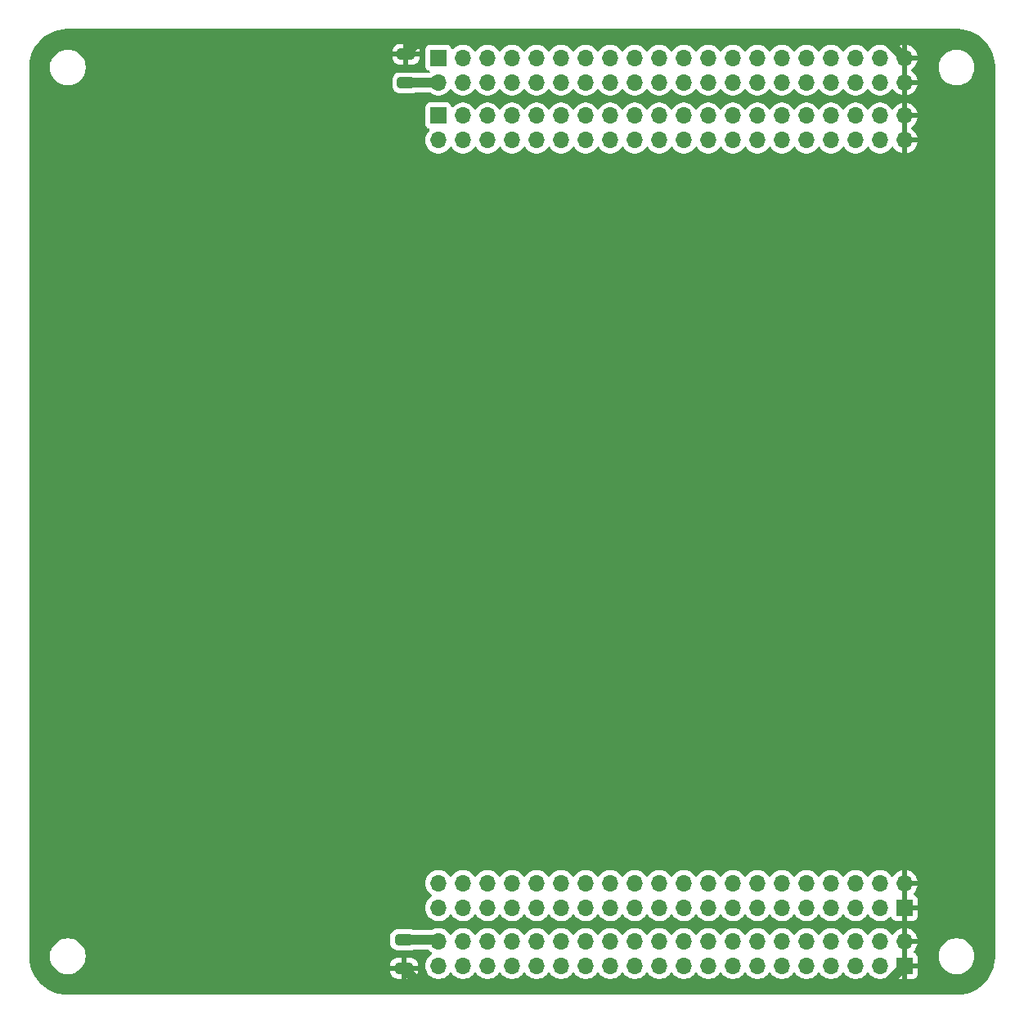
<source format=gbr>
%TF.GenerationSoftware,KiCad,Pcbnew,8.0.5-8.0.5-0~ubuntu22.04.1*%
%TF.CreationDate,2024-10-04T08:55:23+02:00*%
%TF.ProjectId,emptyBoard,656d7074-7942-46f6-9172-642e6b696361,rev?*%
%TF.SameCoordinates,Original*%
%TF.FileFunction,Copper,L2,Bot*%
%TF.FilePolarity,Positive*%
%FSLAX46Y46*%
G04 Gerber Fmt 4.6, Leading zero omitted, Abs format (unit mm)*
G04 Created by KiCad (PCBNEW 8.0.5-8.0.5-0~ubuntu22.04.1) date 2024-10-04 08:55:23*
%MOMM*%
%LPD*%
G01*
G04 APERTURE LIST*
G04 Aperture macros list*
%AMRoundRect*
0 Rectangle with rounded corners*
0 $1 Rounding radius*
0 $2 $3 $4 $5 $6 $7 $8 $9 X,Y pos of 4 corners*
0 Add a 4 corners polygon primitive as box body*
4,1,4,$2,$3,$4,$5,$6,$7,$8,$9,$2,$3,0*
0 Add four circle primitives for the rounded corners*
1,1,$1+$1,$2,$3*
1,1,$1+$1,$4,$5*
1,1,$1+$1,$6,$7*
1,1,$1+$1,$8,$9*
0 Add four rect primitives between the rounded corners*
20,1,$1+$1,$2,$3,$4,$5,0*
20,1,$1+$1,$4,$5,$6,$7,0*
20,1,$1+$1,$6,$7,$8,$9,0*
20,1,$1+$1,$8,$9,$2,$3,0*%
G04 Aperture macros list end*
%TA.AperFunction,ComponentPad*%
%ADD10R,1.700000X1.700000*%
%TD*%
%TA.AperFunction,ComponentPad*%
%ADD11O,1.700000X1.700000*%
%TD*%
%TA.AperFunction,SMDPad,CuDef*%
%ADD12RoundRect,0.250000X-0.650000X0.325000X-0.650000X-0.325000X0.650000X-0.325000X0.650000X0.325000X0*%
%TD*%
%TA.AperFunction,SMDPad,CuDef*%
%ADD13RoundRect,0.250000X0.650000X-0.325000X0.650000X0.325000X-0.650000X0.325000X-0.650000X-0.325000X0*%
%TD*%
%TA.AperFunction,Conductor*%
%ADD14C,1.000000*%
%TD*%
G04 APERTURE END LIST*
D10*
%TO.P,J1,1,Pin_1*%
%TO.N,+5V*%
X92367000Y-53000000D03*
D11*
%TO.P,J1,2,Pin_2*%
X92367000Y-55540000D03*
%TO.P,J1,3,Pin_3*%
%TO.N,/PHI1_e*%
X94907000Y-53000000D03*
%TO.P,J1,4,Pin_4*%
%TO.N,/PHI2_e*%
X94907000Y-55540000D03*
%TO.P,J1,5,Pin_5*%
%TO.N,/~{IORD}*%
X97447000Y-53000000D03*
%TO.P,J1,6,Pin_6*%
%TO.N,/R{slash}~{W}_e*%
X97447000Y-55540000D03*
%TO.P,J1,7,Pin_7*%
%TO.N,/~{MRD}*%
X99987000Y-53000000D03*
%TO.P,J1,8,Pin_8*%
%TO.N,/~{MWR}*%
X99987000Y-55540000D03*
%TO.P,J1,9,Pin_9*%
%TO.N,/~{IOWR}*%
X102527000Y-53000000D03*
%TO.P,J1,10,Pin_10*%
%TO.N,/Bus/DB0*%
X102527000Y-55540000D03*
%TO.P,J1,11,Pin_11*%
%TO.N,/Bus/DB1*%
X105067000Y-53000000D03*
%TO.P,J1,12,Pin_12*%
%TO.N,/Bus/DB2*%
X105067000Y-55540000D03*
%TO.P,J1,13,Pin_13*%
%TO.N,/Bus/DB3*%
X107607000Y-53000000D03*
%TO.P,J1,14,Pin_14*%
%TO.N,/Bus/DB4*%
X107607000Y-55540000D03*
%TO.P,J1,15,Pin_15*%
%TO.N,/Bus/DB5*%
X110147000Y-53000000D03*
%TO.P,J1,16,Pin_16*%
%TO.N,/Bus/DB6*%
X110147000Y-55540000D03*
%TO.P,J1,17,Pin_17*%
%TO.N,/Bus/DB7*%
X112687000Y-53000000D03*
%TO.P,J1,18,Pin_18*%
%TO.N,/~{RST}*%
X112687000Y-55540000D03*
%TO.P,J1,19,Pin_19*%
%TO.N,/A0*%
X115227000Y-53000000D03*
%TO.P,J1,20,Pin_20*%
%TO.N,/A1*%
X115227000Y-55540000D03*
%TO.P,J1,21,Pin_21*%
%TO.N,/A2*%
X117767000Y-53000000D03*
%TO.P,J1,22,Pin_22*%
%TO.N,/A3*%
X117767000Y-55540000D03*
%TO.P,J1,23,Pin_23*%
%TO.N,/A4*%
X120307000Y-53000000D03*
%TO.P,J1,24,Pin_24*%
%TO.N,/A5*%
X120307000Y-55540000D03*
%TO.P,J1,25,Pin_25*%
%TO.N,/A6*%
X122847000Y-53000000D03*
%TO.P,J1,26,Pin_26*%
%TO.N,/A7*%
X122847000Y-55540000D03*
%TO.P,J1,27,Pin_27*%
%TO.N,/A8*%
X125387000Y-53000000D03*
%TO.P,J1,28,Pin_28*%
%TO.N,/A9*%
X125387000Y-55540000D03*
%TO.P,J1,29,Pin_29*%
%TO.N,/A10*%
X127927000Y-53000000D03*
%TO.P,J1,30,Pin_30*%
%TO.N,/A11*%
X127927000Y-55540000D03*
%TO.P,J1,31,Pin_31*%
%TO.N,/A12*%
X130467000Y-53000000D03*
%TO.P,J1,32,Pin_32*%
%TO.N,/A13*%
X130467000Y-55540000D03*
%TO.P,J1,33,Pin_33*%
%TO.N,/A14*%
X133007000Y-53000000D03*
%TO.P,J1,34,Pin_34*%
%TO.N,/A15*%
X133007000Y-55540000D03*
%TO.P,J1,35,Pin_35*%
%TO.N,/A16*%
X135547000Y-53000000D03*
%TO.P,J1,36,Pin_36*%
%TO.N,/A17*%
X135547000Y-55540000D03*
%TO.P,J1,37,Pin_37*%
%TO.N,/A18*%
X138087000Y-53000000D03*
%TO.P,J1,38,Pin_38*%
%TO.N,/A19*%
X138087000Y-55540000D03*
%TO.P,J1,39,Pin_39*%
%TO.N,GND*%
X140627000Y-53000000D03*
%TO.P,J1,40,Pin_40*%
X140627000Y-55540000D03*
%TD*%
D10*
%TO.P,J4,1,Pin_1*%
%TO.N,GND*%
X140627000Y-141000000D03*
D11*
%TO.P,J4,2,Pin_2*%
X140627000Y-138460000D03*
%TO.P,J4,3,Pin_3*%
%TO.N,+3V3*%
X138087000Y-141000000D03*
%TO.P,J4,4,Pin_4*%
X138087000Y-138460000D03*
%TO.P,J4,5,Pin_5*%
%TO.N,/Bus/~{CE_EXT1}*%
X135547000Y-141000000D03*
%TO.P,J4,6,Pin_6*%
%TO.N,/Bus/~{CE_EXT0}*%
X135547000Y-138460000D03*
%TO.P,J4,7,Pin_7*%
%TO.N,/Bus/~{CE_EXT3}*%
X133007000Y-141000000D03*
%TO.P,J4,8,Pin_8*%
%TO.N,/Bus/~{CE_EXT2}*%
X133007000Y-138460000D03*
%TO.P,J4,9,Pin_9*%
%TO.N,/Bus/~{CE_EXT5}*%
X130467000Y-141000000D03*
%TO.P,J4,10,Pin_10*%
%TO.N,/Bus/~{CE_EXT4}*%
X130467000Y-138460000D03*
%TO.P,J4,11,Pin_11*%
%TO.N,/Bus/~{CE_EXT7}*%
X127927000Y-141000000D03*
%TO.P,J4,12,Pin_12*%
%TO.N,/Bus/~{CE_EXT6}*%
X127927000Y-138460000D03*
%TO.P,J4,13,Pin_13*%
%TO.N,/Bus/~{CE_EXT9}*%
X125387000Y-141000000D03*
%TO.P,J4,14,Pin_14*%
%TO.N,/Bus/~{CE_EXT8}*%
X125387000Y-138460000D03*
%TO.P,J4,15,Pin_15*%
%TO.N,/Bus/~{CE_EXT11}*%
X122847000Y-141000000D03*
%TO.P,J4,16,Pin_16*%
%TO.N,/Bus/~{CE_EXT10}*%
X122847000Y-138460000D03*
%TO.P,J4,17,Pin_17*%
%TO.N,/Bus/~{CE_EXT13}*%
X120307000Y-141000000D03*
%TO.P,J4,18,Pin_18*%
%TO.N,/Bus/~{CE_EXT12}*%
X120307000Y-138460000D03*
%TO.P,J4,19,Pin_19*%
%TO.N,/RES4*%
X117767000Y-141000000D03*
%TO.P,J4,20,Pin_20*%
%TO.N,/RES5*%
X117767000Y-138460000D03*
%TO.P,J4,21,Pin_21*%
%TO.N,/RES2*%
X115227000Y-141000000D03*
%TO.P,J4,22,Pin_22*%
%TO.N,/RES3*%
X115227000Y-138460000D03*
%TO.P,J4,23,Pin_23*%
%TO.N,/RES0*%
X112687000Y-141000000D03*
%TO.P,J4,24,Pin_24*%
%TO.N,/RES1*%
X112687000Y-138460000D03*
%TO.P,J4,25,Pin_25*%
%TO.N,/CLK1*%
X110147000Y-141000000D03*
%TO.P,J4,26,Pin_26*%
%TO.N,/~{BUSFREE}*%
X110147000Y-138460000D03*
%TO.P,J4,27,Pin_27*%
%TO.N,/CLKF*%
X107607000Y-141000000D03*
%TO.P,J4,28,Pin_28*%
%TO.N,/CLKS*%
X107607000Y-138460000D03*
%TO.P,J4,29,Pin_29*%
%TO.N,/~{PH0}*%
X105067000Y-141000000D03*
%TO.P,J4,30,Pin_30*%
%TO.N,/PH0*%
X105067000Y-138460000D03*
%TO.P,J4,31,Pin_31*%
%TO.N,/SDA*%
X102527000Y-141000000D03*
%TO.P,J4,32,Pin_32*%
%TO.N,/SCL*%
X102527000Y-138460000D03*
%TO.P,J4,33,Pin_33*%
%TO.N,/TX1*%
X99987000Y-141000000D03*
%TO.P,J4,34,Pin_34*%
%TO.N,/RX1*%
X99987000Y-138460000D03*
%TO.P,J4,35,Pin_35*%
%TO.N,/TX0*%
X97447000Y-141000000D03*
%TO.P,J4,36,Pin_36*%
%TO.N,/RX0*%
X97447000Y-138460000D03*
%TO.P,J4,37,Pin_37*%
%TO.N,/TXSTM*%
X94907000Y-141000000D03*
%TO.P,J4,38,Pin_38*%
%TO.N,/RXSTM*%
X94907000Y-138460000D03*
%TO.P,J4,39,Pin_39*%
%TO.N,+5VA*%
X92367000Y-141000000D03*
%TO.P,J4,40,Pin_40*%
X92367000Y-138460000D03*
%TD*%
D10*
%TO.P,J2,1,Pin_1*%
%TO.N,GND*%
X140627000Y-147000000D03*
D11*
%TO.P,J2,2,Pin_2*%
X140627000Y-144460000D03*
%TO.P,J2,3,Pin_3*%
%TO.N,+3V3*%
X138087000Y-147000000D03*
%TO.P,J2,4,Pin_4*%
X138087000Y-144460000D03*
%TO.P,J2,5,Pin_5*%
%TO.N,/Bus/~{CE_EXT1}*%
X135547000Y-147000000D03*
%TO.P,J2,6,Pin_6*%
%TO.N,/Bus/~{CE_EXT0}*%
X135547000Y-144460000D03*
%TO.P,J2,7,Pin_7*%
%TO.N,/Bus/~{CE_EXT3}*%
X133007000Y-147000000D03*
%TO.P,J2,8,Pin_8*%
%TO.N,/Bus/~{CE_EXT2}*%
X133007000Y-144460000D03*
%TO.P,J2,9,Pin_9*%
%TO.N,/Bus/~{CE_EXT5}*%
X130467000Y-147000000D03*
%TO.P,J2,10,Pin_10*%
%TO.N,/Bus/~{CE_EXT4}*%
X130467000Y-144460000D03*
%TO.P,J2,11,Pin_11*%
%TO.N,/Bus/~{CE_EXT7}*%
X127927000Y-147000000D03*
%TO.P,J2,12,Pin_12*%
%TO.N,/Bus/~{CE_EXT6}*%
X127927000Y-144460000D03*
%TO.P,J2,13,Pin_13*%
%TO.N,/Bus/~{CE_EXT9}*%
X125387000Y-147000000D03*
%TO.P,J2,14,Pin_14*%
%TO.N,/Bus/~{CE_EXT8}*%
X125387000Y-144460000D03*
%TO.P,J2,15,Pin_15*%
%TO.N,/Bus/~{CE_EXT11}*%
X122847000Y-147000000D03*
%TO.P,J2,16,Pin_16*%
%TO.N,/Bus/~{CE_EXT10}*%
X122847000Y-144460000D03*
%TO.P,J2,17,Pin_17*%
%TO.N,/Bus/~{CE_EXT13}*%
X120307000Y-147000000D03*
%TO.P,J2,18,Pin_18*%
%TO.N,/Bus/~{CE_EXT12}*%
X120307000Y-144460000D03*
%TO.P,J2,19,Pin_19*%
%TO.N,/RES4*%
X117767000Y-147000000D03*
%TO.P,J2,20,Pin_20*%
%TO.N,/RES5*%
X117767000Y-144460000D03*
%TO.P,J2,21,Pin_21*%
%TO.N,/RES2*%
X115227000Y-147000000D03*
%TO.P,J2,22,Pin_22*%
%TO.N,/RES3*%
X115227000Y-144460000D03*
%TO.P,J2,23,Pin_23*%
%TO.N,/RES0*%
X112687000Y-147000000D03*
%TO.P,J2,24,Pin_24*%
%TO.N,/RES1*%
X112687000Y-144460000D03*
%TO.P,J2,25,Pin_25*%
%TO.N,/CLK1*%
X110147000Y-147000000D03*
%TO.P,J2,26,Pin_26*%
%TO.N,/~{BUSFREE}*%
X110147000Y-144460000D03*
%TO.P,J2,27,Pin_27*%
%TO.N,/CLKF*%
X107607000Y-147000000D03*
%TO.P,J2,28,Pin_28*%
%TO.N,/CLKS*%
X107607000Y-144460000D03*
%TO.P,J2,29,Pin_29*%
%TO.N,/~{PH0}*%
X105067000Y-147000000D03*
%TO.P,J2,30,Pin_30*%
%TO.N,/PH0*%
X105067000Y-144460000D03*
%TO.P,J2,31,Pin_31*%
%TO.N,/SDA*%
X102527000Y-147000000D03*
%TO.P,J2,32,Pin_32*%
%TO.N,/SCL*%
X102527000Y-144460000D03*
%TO.P,J2,33,Pin_33*%
%TO.N,/TX1*%
X99987000Y-147000000D03*
%TO.P,J2,34,Pin_34*%
%TO.N,/RX1*%
X99987000Y-144460000D03*
%TO.P,J2,35,Pin_35*%
%TO.N,/TX0*%
X97447000Y-147000000D03*
%TO.P,J2,36,Pin_36*%
%TO.N,/RX0*%
X97447000Y-144460000D03*
%TO.P,J2,37,Pin_37*%
%TO.N,/TXSTM*%
X94907000Y-147000000D03*
%TO.P,J2,38,Pin_38*%
%TO.N,/RXSTM*%
X94907000Y-144460000D03*
%TO.P,J2,39,Pin_39*%
%TO.N,+5VA*%
X92367000Y-147000000D03*
%TO.P,J2,40,Pin_40*%
X92367000Y-144460000D03*
%TD*%
D10*
%TO.P,J3,1,Pin_1*%
%TO.N,+5V*%
X92367000Y-59000000D03*
D11*
%TO.P,J3,2,Pin_2*%
X92367000Y-61540000D03*
%TO.P,J3,3,Pin_3*%
%TO.N,/PHI1_e*%
X94907000Y-59000000D03*
%TO.P,J3,4,Pin_4*%
%TO.N,/PHI2_e*%
X94907000Y-61540000D03*
%TO.P,J3,5,Pin_5*%
%TO.N,/~{IORD}*%
X97447000Y-59000000D03*
%TO.P,J3,6,Pin_6*%
%TO.N,/R{slash}~{W}_e*%
X97447000Y-61540000D03*
%TO.P,J3,7,Pin_7*%
%TO.N,/~{MRD}*%
X99987000Y-59000000D03*
%TO.P,J3,8,Pin_8*%
%TO.N,/~{MWR}*%
X99987000Y-61540000D03*
%TO.P,J3,9,Pin_9*%
%TO.N,/~{IOWR}*%
X102527000Y-59000000D03*
%TO.P,J3,10,Pin_10*%
%TO.N,/Bus/DB0*%
X102527000Y-61540000D03*
%TO.P,J3,11,Pin_11*%
%TO.N,/Bus/DB1*%
X105067000Y-59000000D03*
%TO.P,J3,12,Pin_12*%
%TO.N,/Bus/DB2*%
X105067000Y-61540000D03*
%TO.P,J3,13,Pin_13*%
%TO.N,/Bus/DB3*%
X107607000Y-59000000D03*
%TO.P,J3,14,Pin_14*%
%TO.N,/Bus/DB4*%
X107607000Y-61540000D03*
%TO.P,J3,15,Pin_15*%
%TO.N,/Bus/DB5*%
X110147000Y-59000000D03*
%TO.P,J3,16,Pin_16*%
%TO.N,/Bus/DB6*%
X110147000Y-61540000D03*
%TO.P,J3,17,Pin_17*%
%TO.N,/Bus/DB7*%
X112687000Y-59000000D03*
%TO.P,J3,18,Pin_18*%
%TO.N,/~{RST}*%
X112687000Y-61540000D03*
%TO.P,J3,19,Pin_19*%
%TO.N,/A0*%
X115227000Y-59000000D03*
%TO.P,J3,20,Pin_20*%
%TO.N,/A1*%
X115227000Y-61540000D03*
%TO.P,J3,21,Pin_21*%
%TO.N,/A2*%
X117767000Y-59000000D03*
%TO.P,J3,22,Pin_22*%
%TO.N,/A3*%
X117767000Y-61540000D03*
%TO.P,J3,23,Pin_23*%
%TO.N,/A4*%
X120307000Y-59000000D03*
%TO.P,J3,24,Pin_24*%
%TO.N,/A5*%
X120307000Y-61540000D03*
%TO.P,J3,25,Pin_25*%
%TO.N,/A6*%
X122847000Y-59000000D03*
%TO.P,J3,26,Pin_26*%
%TO.N,/A7*%
X122847000Y-61540000D03*
%TO.P,J3,27,Pin_27*%
%TO.N,/A8*%
X125387000Y-59000000D03*
%TO.P,J3,28,Pin_28*%
%TO.N,/A9*%
X125387000Y-61540000D03*
%TO.P,J3,29,Pin_29*%
%TO.N,/A10*%
X127927000Y-59000000D03*
%TO.P,J3,30,Pin_30*%
%TO.N,/A11*%
X127927000Y-61540000D03*
%TO.P,J3,31,Pin_31*%
%TO.N,/A12*%
X130467000Y-59000000D03*
%TO.P,J3,32,Pin_32*%
%TO.N,/A13*%
X130467000Y-61540000D03*
%TO.P,J3,33,Pin_33*%
%TO.N,/A14*%
X133007000Y-59000000D03*
%TO.P,J3,34,Pin_34*%
%TO.N,/A15*%
X133007000Y-61540000D03*
%TO.P,J3,35,Pin_35*%
%TO.N,/A16*%
X135547000Y-59000000D03*
%TO.P,J3,36,Pin_36*%
%TO.N,/A17*%
X135547000Y-61540000D03*
%TO.P,J3,37,Pin_37*%
%TO.N,/A18*%
X138087000Y-59000000D03*
%TO.P,J3,38,Pin_38*%
%TO.N,/A19*%
X138087000Y-61540000D03*
%TO.P,J3,39,Pin_39*%
%TO.N,GND*%
X140627000Y-59000000D03*
%TO.P,J3,40,Pin_40*%
X140627000Y-61540000D03*
%TD*%
D12*
%TO.P,C2,1*%
%TO.N,+5VA*%
X88800000Y-144300000D03*
%TO.P,C2,2*%
%TO.N,GND*%
X88800000Y-147250000D03*
%TD*%
D13*
%TO.P,C1,1*%
%TO.N,+5V*%
X89000000Y-55600000D03*
%TO.P,C1,2*%
%TO.N,GND*%
X89000000Y-52650000D03*
%TD*%
D14*
%TO.N,GND*%
X90850000Y-50800000D02*
X89000000Y-52650000D01*
X140627000Y-147000000D02*
X138427000Y-149200000D01*
X140627000Y-53000000D02*
X138427000Y-50800000D01*
X138427000Y-149200000D02*
X90750000Y-149200000D01*
X138427000Y-50800000D02*
X90850000Y-50800000D01*
X90750000Y-149200000D02*
X88800000Y-147250000D01*
%TO.N,+5V*%
X89000000Y-55600000D02*
X92307000Y-55600000D01*
%TO.N,+5VA*%
X88800000Y-144300000D02*
X92207000Y-144300000D01*
%TD*%
%TA.AperFunction,Conductor*%
%TO.N,GND*%
G36*
X140881000Y-146569297D02*
G01*
X140819993Y-146534075D01*
X140692826Y-146500000D01*
X140561174Y-146500000D01*
X140434007Y-146534075D01*
X140373000Y-146569297D01*
X140373000Y-144890702D01*
X140434007Y-144925925D01*
X140561174Y-144960000D01*
X140692826Y-144960000D01*
X140819993Y-144925925D01*
X140881000Y-144890702D01*
X140881000Y-146569297D01*
G37*
%TD.AperFunction*%
%TA.AperFunction,Conductor*%
G36*
X140881000Y-140569297D02*
G01*
X140819993Y-140534075D01*
X140692826Y-140500000D01*
X140561174Y-140500000D01*
X140434007Y-140534075D01*
X140373000Y-140569297D01*
X140373000Y-138890702D01*
X140434007Y-138925925D01*
X140561174Y-138960000D01*
X140692826Y-138960000D01*
X140819993Y-138925925D01*
X140881000Y-138890702D01*
X140881000Y-140569297D01*
G37*
%TD.AperFunction*%
%TA.AperFunction,Conductor*%
G36*
X140881000Y-61109297D02*
G01*
X140819993Y-61074075D01*
X140692826Y-61040000D01*
X140561174Y-61040000D01*
X140434007Y-61074075D01*
X140373000Y-61109297D01*
X140373000Y-59430702D01*
X140434007Y-59465925D01*
X140561174Y-59500000D01*
X140692826Y-59500000D01*
X140819993Y-59465925D01*
X140881000Y-59430702D01*
X140881000Y-61109297D01*
G37*
%TD.AperFunction*%
%TA.AperFunction,Conductor*%
G36*
X140881000Y-55109297D02*
G01*
X140819993Y-55074075D01*
X140692826Y-55040000D01*
X140561174Y-55040000D01*
X140434007Y-55074075D01*
X140373000Y-55109297D01*
X140373000Y-53430702D01*
X140434007Y-53465925D01*
X140561174Y-53500000D01*
X140692826Y-53500000D01*
X140819993Y-53465925D01*
X140881000Y-53430702D01*
X140881000Y-55109297D01*
G37*
%TD.AperFunction*%
%TA.AperFunction,Conductor*%
G36*
X146000733Y-50000008D02*
G01*
X146190997Y-50002342D01*
X146201771Y-50002939D01*
X146581133Y-50040302D01*
X146593321Y-50042110D01*
X146966443Y-50116328D01*
X146978435Y-50119333D01*
X147342451Y-50229756D01*
X147354078Y-50233916D01*
X147705543Y-50379497D01*
X147716704Y-50384776D01*
X148052199Y-50564103D01*
X148062790Y-50570451D01*
X148379092Y-50781797D01*
X148389023Y-50789163D01*
X148683071Y-51030481D01*
X148692233Y-51038785D01*
X148961214Y-51307766D01*
X148969518Y-51316928D01*
X149210836Y-51610976D01*
X149218202Y-51620907D01*
X149372386Y-51851660D01*
X149429544Y-51937202D01*
X149435900Y-51947806D01*
X149497667Y-52063363D01*
X149615219Y-52283287D01*
X149620506Y-52294465D01*
X149766080Y-52645914D01*
X149770245Y-52657556D01*
X149880666Y-53021565D01*
X149883671Y-53033559D01*
X149957885Y-53406654D01*
X149959699Y-53418886D01*
X149997059Y-53798212D01*
X149997657Y-53809016D01*
X149999991Y-53999265D01*
X150000000Y-54000811D01*
X150000000Y-145999264D01*
X149999990Y-146000813D01*
X149997652Y-146190973D01*
X149997055Y-146201774D01*
X149959694Y-146581111D01*
X149957880Y-146593343D01*
X149883666Y-146966439D01*
X149880662Y-146978433D01*
X149806057Y-147224375D01*
X149770242Y-147342441D01*
X149766076Y-147354083D01*
X149620501Y-147705531D01*
X149615214Y-147716709D01*
X149435896Y-148052188D01*
X149429539Y-148062794D01*
X149218198Y-148379088D01*
X149210832Y-148389019D01*
X148969514Y-148683067D01*
X148961210Y-148692229D01*
X148692229Y-148961210D01*
X148683067Y-148969514D01*
X148389019Y-149210832D01*
X148379088Y-149218198D01*
X148062794Y-149429539D01*
X148052188Y-149435896D01*
X147716709Y-149615214D01*
X147705531Y-149620501D01*
X147354083Y-149766076D01*
X147342449Y-149770238D01*
X147024037Y-149866828D01*
X146978433Y-149880662D01*
X146966439Y-149883666D01*
X146593343Y-149957880D01*
X146581111Y-149959694D01*
X146201787Y-149997054D01*
X146190983Y-149997652D01*
X146096462Y-149998811D01*
X146000302Y-149999991D01*
X145998806Y-150000000D01*
X54000811Y-150000000D01*
X53999267Y-149999991D01*
X53989722Y-149999873D01*
X53809016Y-149997657D01*
X53798212Y-149997059D01*
X53525756Y-149970224D01*
X53418884Y-149959698D01*
X53406661Y-149957886D01*
X53258463Y-149928407D01*
X53033559Y-149883671D01*
X53021565Y-149880666D01*
X52657556Y-149770245D01*
X52645914Y-149766080D01*
X52294465Y-149620506D01*
X52283287Y-149615219D01*
X51947808Y-149435901D01*
X51937202Y-149429544D01*
X51620907Y-149218202D01*
X51610976Y-149210836D01*
X51316928Y-148969518D01*
X51307766Y-148961214D01*
X51038785Y-148692233D01*
X51030481Y-148683071D01*
X50789163Y-148389023D01*
X50781797Y-148379092D01*
X50570451Y-148062790D01*
X50564103Y-148052199D01*
X50384776Y-147716704D01*
X50379497Y-147705543D01*
X50233916Y-147354078D01*
X50229754Y-147342443D01*
X50229753Y-147342441D01*
X50119333Y-146978433D01*
X50116328Y-146966440D01*
X50116328Y-146966439D01*
X50042110Y-146593321D01*
X50040302Y-146581133D01*
X50002939Y-146201771D01*
X50002342Y-146190997D01*
X50000009Y-146000733D01*
X50000000Y-145999188D01*
X50000000Y-145878709D01*
X52149500Y-145878709D01*
X52149500Y-146121290D01*
X52181160Y-146361782D01*
X52243944Y-146596095D01*
X52243945Y-146596097D01*
X52243946Y-146596100D01*
X52336776Y-146820212D01*
X52336777Y-146820213D01*
X52336782Y-146820224D01*
X52458061Y-147030285D01*
X52458063Y-147030288D01*
X52458064Y-147030289D01*
X52605735Y-147222738D01*
X52605739Y-147222742D01*
X52605744Y-147222748D01*
X52777251Y-147394255D01*
X52777256Y-147394259D01*
X52777262Y-147394265D01*
X52915059Y-147500000D01*
X52969714Y-147541938D01*
X53179775Y-147663217D01*
X53179779Y-147663218D01*
X53179788Y-147663224D01*
X53403900Y-147756054D01*
X53638211Y-147818838D01*
X53638215Y-147818838D01*
X53638217Y-147818839D01*
X53700202Y-147826999D01*
X53878712Y-147850500D01*
X53878719Y-147850500D01*
X54121281Y-147850500D01*
X54121288Y-147850500D01*
X54338637Y-147821885D01*
X54361782Y-147818839D01*
X54361782Y-147818838D01*
X54361789Y-147818838D01*
X54596100Y-147756054D01*
X54820212Y-147663224D01*
X54885524Y-147625516D01*
X87392000Y-147625516D01*
X87402605Y-147729318D01*
X87402606Y-147729321D01*
X87458342Y-147897525D01*
X87551365Y-148048339D01*
X87551370Y-148048345D01*
X87676654Y-148173629D01*
X87676660Y-148173634D01*
X87827474Y-148266657D01*
X87995678Y-148322393D01*
X87995681Y-148322394D01*
X88099483Y-148332999D01*
X88099483Y-148333000D01*
X88546000Y-148333000D01*
X89054000Y-148333000D01*
X89500517Y-148333000D01*
X89500516Y-148332999D01*
X89604318Y-148322394D01*
X89604321Y-148322393D01*
X89772525Y-148266657D01*
X89923339Y-148173634D01*
X89923345Y-148173629D01*
X90048629Y-148048345D01*
X90048634Y-148048339D01*
X90141657Y-147897525D01*
X90197393Y-147729321D01*
X90197394Y-147729318D01*
X90207999Y-147625516D01*
X90208000Y-147625516D01*
X90208000Y-147504000D01*
X89054000Y-147504000D01*
X89054000Y-148333000D01*
X88546000Y-148333000D01*
X88546000Y-147504000D01*
X87392000Y-147504000D01*
X87392000Y-147625516D01*
X54885524Y-147625516D01*
X55030289Y-147541936D01*
X55222738Y-147394265D01*
X55394265Y-147222738D01*
X55541936Y-147030289D01*
X55631891Y-146874483D01*
X87392000Y-146874483D01*
X87392000Y-146996000D01*
X88546000Y-146996000D01*
X89054000Y-146996000D01*
X90208000Y-146996000D01*
X90208000Y-146874483D01*
X90197394Y-146770681D01*
X90197393Y-146770678D01*
X90141657Y-146602474D01*
X90048634Y-146451660D01*
X90048629Y-146451654D01*
X89923345Y-146326370D01*
X89923339Y-146326365D01*
X89772525Y-146233342D01*
X89604321Y-146177606D01*
X89604318Y-146177605D01*
X89500516Y-146167000D01*
X89054000Y-146167000D01*
X89054000Y-146996000D01*
X88546000Y-146996000D01*
X88546000Y-146167000D01*
X88099483Y-146167000D01*
X87995681Y-146177605D01*
X87995678Y-146177606D01*
X87827474Y-146233342D01*
X87676660Y-146326365D01*
X87676654Y-146326370D01*
X87551370Y-146451654D01*
X87551365Y-146451660D01*
X87458342Y-146602474D01*
X87402606Y-146770678D01*
X87402605Y-146770681D01*
X87392000Y-146874483D01*
X55631891Y-146874483D01*
X55663224Y-146820212D01*
X55756054Y-146596100D01*
X55818838Y-146361789D01*
X55850500Y-146121288D01*
X55850500Y-145878712D01*
X55821236Y-145656423D01*
X55818839Y-145638217D01*
X55818838Y-145638215D01*
X55818838Y-145638211D01*
X55756054Y-145403900D01*
X55663224Y-145179788D01*
X55663218Y-145179779D01*
X55663217Y-145179775D01*
X55541938Y-144969714D01*
X55541936Y-144969711D01*
X55394265Y-144777262D01*
X55394259Y-144777256D01*
X55394255Y-144777251D01*
X55222748Y-144605744D01*
X55222742Y-144605739D01*
X55222738Y-144605735D01*
X55030289Y-144458064D01*
X55030288Y-144458063D01*
X55030285Y-144458061D01*
X54820224Y-144336782D01*
X54820216Y-144336778D01*
X54820212Y-144336776D01*
X54596100Y-144243946D01*
X54596097Y-144243945D01*
X54596095Y-144243944D01*
X54361782Y-144181160D01*
X54121290Y-144149500D01*
X54121288Y-144149500D01*
X53878712Y-144149500D01*
X53878709Y-144149500D01*
X53638217Y-144181160D01*
X53403904Y-144243944D01*
X53403900Y-144243946D01*
X53179786Y-144336777D01*
X53179775Y-144336782D01*
X52969714Y-144458061D01*
X52777262Y-144605735D01*
X52777251Y-144605744D01*
X52605744Y-144777251D01*
X52605735Y-144777262D01*
X52458061Y-144969714D01*
X52336782Y-145179775D01*
X52336777Y-145179786D01*
X52336776Y-145179788D01*
X52275177Y-145328502D01*
X52243946Y-145403900D01*
X52243944Y-145403904D01*
X52181160Y-145638217D01*
X52149500Y-145878709D01*
X50000000Y-145878709D01*
X50000000Y-143924446D01*
X87391500Y-143924446D01*
X87391500Y-144675544D01*
X87402112Y-144779425D01*
X87457885Y-144947738D01*
X87550970Y-145098652D01*
X87550975Y-145098658D01*
X87676341Y-145224024D01*
X87676347Y-145224029D01*
X87676348Y-145224030D01*
X87827262Y-145317115D01*
X87995574Y-145372887D01*
X88099455Y-145383500D01*
X89500544Y-145383499D01*
X89604426Y-145372887D01*
X89772738Y-145317115D01*
X89772740Y-145317113D01*
X89779435Y-145314895D01*
X89819068Y-145308500D01*
X91246349Y-145308500D01*
X91314470Y-145328502D01*
X91339049Y-145349162D01*
X91389444Y-145403904D01*
X91443760Y-145462906D01*
X91621424Y-145601189D01*
X91644868Y-145613876D01*
X91654680Y-145619186D01*
X91705071Y-145669200D01*
X91720423Y-145738516D01*
X91695862Y-145805129D01*
X91654680Y-145840813D01*
X91621426Y-145858810D01*
X91621424Y-145858811D01*
X91443762Y-145997091D01*
X91291279Y-146162729D01*
X91291275Y-146162734D01*
X91168141Y-146351206D01*
X91077703Y-146557386D01*
X91077702Y-146557387D01*
X91022437Y-146775624D01*
X91022436Y-146775630D01*
X91022436Y-146775632D01*
X91003844Y-147000000D01*
X91019836Y-147192993D01*
X91022437Y-147224375D01*
X91077702Y-147442612D01*
X91077703Y-147442613D01*
X91077704Y-147442616D01*
X91157931Y-147625516D01*
X91168141Y-147648793D01*
X91291275Y-147837265D01*
X91291279Y-147837270D01*
X91443762Y-148002908D01*
X91498331Y-148045381D01*
X91621424Y-148141189D01*
X91819426Y-148248342D01*
X91819427Y-148248342D01*
X91819428Y-148248343D01*
X91931227Y-148286723D01*
X92032365Y-148321444D01*
X92254431Y-148358500D01*
X92254435Y-148358500D01*
X92479565Y-148358500D01*
X92479569Y-148358500D01*
X92701635Y-148321444D01*
X92914574Y-148248342D01*
X93112576Y-148141189D01*
X93290240Y-148002906D01*
X93442722Y-147837268D01*
X93531518Y-147701354D01*
X93585520Y-147655268D01*
X93655868Y-147645692D01*
X93720225Y-147675669D01*
X93742480Y-147701353D01*
X93745218Y-147705543D01*
X93831275Y-147837265D01*
X93831279Y-147837270D01*
X93983762Y-148002908D01*
X94038331Y-148045381D01*
X94161424Y-148141189D01*
X94359426Y-148248342D01*
X94359427Y-148248342D01*
X94359428Y-148248343D01*
X94471227Y-148286723D01*
X94572365Y-148321444D01*
X94794431Y-148358500D01*
X94794435Y-148358500D01*
X95019565Y-148358500D01*
X95019569Y-148358500D01*
X95241635Y-148321444D01*
X95454574Y-148248342D01*
X95652576Y-148141189D01*
X95830240Y-148002906D01*
X95982722Y-147837268D01*
X96071518Y-147701354D01*
X96125520Y-147655268D01*
X96195868Y-147645692D01*
X96260225Y-147675669D01*
X96282480Y-147701353D01*
X96285218Y-147705543D01*
X96371275Y-147837265D01*
X96371279Y-147837270D01*
X96523762Y-148002908D01*
X96578331Y-148045381D01*
X96701424Y-148141189D01*
X96899426Y-148248342D01*
X96899427Y-148248342D01*
X96899428Y-148248343D01*
X97011227Y-148286723D01*
X97112365Y-148321444D01*
X97334431Y-148358500D01*
X97334435Y-148358500D01*
X97559565Y-148358500D01*
X97559569Y-148358500D01*
X97781635Y-148321444D01*
X97994574Y-148248342D01*
X98192576Y-148141189D01*
X98370240Y-148002906D01*
X98522722Y-147837268D01*
X98611518Y-147701354D01*
X98665520Y-147655268D01*
X98735868Y-147645692D01*
X98800225Y-147675669D01*
X98822480Y-147701353D01*
X98825218Y-147705543D01*
X98911275Y-147837265D01*
X98911279Y-147837270D01*
X99063762Y-148002908D01*
X99118331Y-148045381D01*
X99241424Y-148141189D01*
X99439426Y-148248342D01*
X99439427Y-148248342D01*
X99439428Y-148248343D01*
X99551227Y-148286723D01*
X99652365Y-148321444D01*
X99874431Y-148358500D01*
X99874435Y-148358500D01*
X100099565Y-148358500D01*
X100099569Y-148358500D01*
X100321635Y-148321444D01*
X100534574Y-148248342D01*
X100732576Y-148141189D01*
X100910240Y-148002906D01*
X101062722Y-147837268D01*
X101151518Y-147701354D01*
X101205520Y-147655268D01*
X101275868Y-147645692D01*
X101340225Y-147675669D01*
X101362480Y-147701353D01*
X101365218Y-147705543D01*
X101451275Y-147837265D01*
X101451279Y-147837270D01*
X101603762Y-148002908D01*
X101658331Y-148045381D01*
X101781424Y-148141189D01*
X101979426Y-148248342D01*
X101979427Y-148248342D01*
X101979428Y-148248343D01*
X102091227Y-148286723D01*
X102192365Y-148321444D01*
X102414431Y-148358500D01*
X102414435Y-148358500D01*
X102639565Y-148358500D01*
X102639569Y-148358500D01*
X102861635Y-148321444D01*
X103074574Y-148248342D01*
X103272576Y-148141189D01*
X103450240Y-148002906D01*
X103602722Y-147837268D01*
X103691518Y-147701354D01*
X103745520Y-147655268D01*
X103815868Y-147645692D01*
X103880225Y-147675669D01*
X103902480Y-147701353D01*
X103905218Y-147705543D01*
X103991275Y-147837265D01*
X103991279Y-147837270D01*
X104143762Y-148002908D01*
X104198331Y-148045381D01*
X104321424Y-148141189D01*
X104519426Y-148248342D01*
X104519427Y-148248342D01*
X104519428Y-148248343D01*
X104631227Y-148286723D01*
X104732365Y-148321444D01*
X104954431Y-148358500D01*
X104954435Y-148358500D01*
X105179565Y-148358500D01*
X105179569Y-148358500D01*
X105401635Y-148321444D01*
X105614574Y-148248342D01*
X105812576Y-148141189D01*
X105990240Y-148002906D01*
X106142722Y-147837268D01*
X106231518Y-147701354D01*
X106285520Y-147655268D01*
X106355868Y-147645692D01*
X106420225Y-147675669D01*
X106442480Y-147701353D01*
X106445218Y-147705543D01*
X106531275Y-147837265D01*
X106531279Y-147837270D01*
X106683762Y-148002908D01*
X106738331Y-148045381D01*
X106861424Y-148141189D01*
X107059426Y-148248342D01*
X107059427Y-148248342D01*
X107059428Y-148248343D01*
X107171227Y-148286723D01*
X107272365Y-148321444D01*
X107494431Y-148358500D01*
X107494435Y-148358500D01*
X107719565Y-148358500D01*
X107719569Y-148358500D01*
X107941635Y-148321444D01*
X108154574Y-148248342D01*
X108352576Y-148141189D01*
X108530240Y-148002906D01*
X108682722Y-147837268D01*
X108771518Y-147701354D01*
X108825520Y-147655268D01*
X108895868Y-147645692D01*
X108960225Y-147675669D01*
X108982480Y-147701353D01*
X108985218Y-147705543D01*
X109071275Y-147837265D01*
X109071279Y-147837270D01*
X109223762Y-148002908D01*
X109278331Y-148045381D01*
X109401424Y-148141189D01*
X109599426Y-148248342D01*
X109599427Y-148248342D01*
X109599428Y-148248343D01*
X109711227Y-148286723D01*
X109812365Y-148321444D01*
X110034431Y-148358500D01*
X110034435Y-148358500D01*
X110259565Y-148358500D01*
X110259569Y-148358500D01*
X110481635Y-148321444D01*
X110694574Y-148248342D01*
X110892576Y-148141189D01*
X111070240Y-148002906D01*
X111222722Y-147837268D01*
X111311518Y-147701354D01*
X111365520Y-147655268D01*
X111435868Y-147645692D01*
X111500225Y-147675669D01*
X111522480Y-147701353D01*
X111525218Y-147705543D01*
X111611275Y-147837265D01*
X111611279Y-147837270D01*
X111763762Y-148002908D01*
X111818331Y-148045381D01*
X111941424Y-148141189D01*
X112139426Y-148248342D01*
X112139427Y-148248342D01*
X112139428Y-148248343D01*
X112251227Y-148286723D01*
X112352365Y-148321444D01*
X112574431Y-148358500D01*
X112574435Y-148358500D01*
X112799565Y-148358500D01*
X112799569Y-148358500D01*
X113021635Y-148321444D01*
X113234574Y-148248342D01*
X113432576Y-148141189D01*
X113610240Y-148002906D01*
X113762722Y-147837268D01*
X113851518Y-147701354D01*
X113905520Y-147655268D01*
X113975868Y-147645692D01*
X114040225Y-147675669D01*
X114062480Y-147701353D01*
X114065218Y-147705543D01*
X114151275Y-147837265D01*
X114151279Y-147837270D01*
X114303762Y-148002908D01*
X114358331Y-148045381D01*
X114481424Y-148141189D01*
X114679426Y-148248342D01*
X114679427Y-148248342D01*
X114679428Y-148248343D01*
X114791227Y-148286723D01*
X114892365Y-148321444D01*
X115114431Y-148358500D01*
X115114435Y-148358500D01*
X115339565Y-148358500D01*
X115339569Y-148358500D01*
X115561635Y-148321444D01*
X115774574Y-148248342D01*
X115972576Y-148141189D01*
X116150240Y-148002906D01*
X116302722Y-147837268D01*
X116391518Y-147701354D01*
X116445520Y-147655268D01*
X116515868Y-147645692D01*
X116580225Y-147675669D01*
X116602480Y-147701353D01*
X116605218Y-147705543D01*
X116691275Y-147837265D01*
X116691279Y-147837270D01*
X116843762Y-148002908D01*
X116898331Y-148045381D01*
X117021424Y-148141189D01*
X117219426Y-148248342D01*
X117219427Y-148248342D01*
X117219428Y-148248343D01*
X117331227Y-148286723D01*
X117432365Y-148321444D01*
X117654431Y-148358500D01*
X117654435Y-148358500D01*
X117879565Y-148358500D01*
X117879569Y-148358500D01*
X118101635Y-148321444D01*
X118314574Y-148248342D01*
X118512576Y-148141189D01*
X118690240Y-148002906D01*
X118842722Y-147837268D01*
X118931518Y-147701354D01*
X118985520Y-147655268D01*
X119055868Y-147645692D01*
X119120225Y-147675669D01*
X119142480Y-147701353D01*
X119145218Y-147705543D01*
X119231275Y-147837265D01*
X119231279Y-147837270D01*
X119383762Y-148002908D01*
X119438331Y-148045381D01*
X119561424Y-148141189D01*
X119759426Y-148248342D01*
X119759427Y-148248342D01*
X119759428Y-148248343D01*
X119871227Y-148286723D01*
X119972365Y-148321444D01*
X120194431Y-148358500D01*
X120194435Y-148358500D01*
X120419565Y-148358500D01*
X120419569Y-148358500D01*
X120641635Y-148321444D01*
X120854574Y-148248342D01*
X121052576Y-148141189D01*
X121230240Y-148002906D01*
X121382722Y-147837268D01*
X121471518Y-147701354D01*
X121525520Y-147655268D01*
X121595868Y-147645692D01*
X121660225Y-147675669D01*
X121682480Y-147701353D01*
X121685218Y-147705543D01*
X121771275Y-147837265D01*
X121771279Y-147837270D01*
X121923762Y-148002908D01*
X121978331Y-148045381D01*
X122101424Y-148141189D01*
X122299426Y-148248342D01*
X122299427Y-148248342D01*
X122299428Y-148248343D01*
X122411227Y-148286723D01*
X122512365Y-148321444D01*
X122734431Y-148358500D01*
X122734435Y-148358500D01*
X122959565Y-148358500D01*
X122959569Y-148358500D01*
X123181635Y-148321444D01*
X123394574Y-148248342D01*
X123592576Y-148141189D01*
X123770240Y-148002906D01*
X123922722Y-147837268D01*
X124011518Y-147701354D01*
X124065520Y-147655268D01*
X124135868Y-147645692D01*
X124200225Y-147675669D01*
X124222480Y-147701353D01*
X124225218Y-147705543D01*
X124311275Y-147837265D01*
X124311279Y-147837270D01*
X124463762Y-148002908D01*
X124518331Y-148045381D01*
X124641424Y-148141189D01*
X124839426Y-148248342D01*
X124839427Y-148248342D01*
X124839428Y-148248343D01*
X124951227Y-148286723D01*
X125052365Y-148321444D01*
X125274431Y-148358500D01*
X125274435Y-148358500D01*
X125499565Y-148358500D01*
X125499569Y-148358500D01*
X125721635Y-148321444D01*
X125934574Y-148248342D01*
X126132576Y-148141189D01*
X126310240Y-148002906D01*
X126462722Y-147837268D01*
X126551518Y-147701354D01*
X126605520Y-147655268D01*
X126675868Y-147645692D01*
X126740225Y-147675669D01*
X126762480Y-147701353D01*
X126765218Y-147705543D01*
X126851275Y-147837265D01*
X126851279Y-147837270D01*
X127003762Y-148002908D01*
X127058331Y-148045381D01*
X127181424Y-148141189D01*
X127379426Y-148248342D01*
X127379427Y-148248342D01*
X127379428Y-148248343D01*
X127491227Y-148286723D01*
X127592365Y-148321444D01*
X127814431Y-148358500D01*
X127814435Y-148358500D01*
X128039565Y-148358500D01*
X128039569Y-148358500D01*
X128261635Y-148321444D01*
X128474574Y-148248342D01*
X128672576Y-148141189D01*
X128850240Y-148002906D01*
X129002722Y-147837268D01*
X129091518Y-147701354D01*
X129145520Y-147655268D01*
X129215868Y-147645692D01*
X129280225Y-147675669D01*
X129302480Y-147701353D01*
X129305218Y-147705543D01*
X129391275Y-147837265D01*
X129391279Y-147837270D01*
X129543762Y-148002908D01*
X129598331Y-148045381D01*
X129721424Y-148141189D01*
X129919426Y-148248342D01*
X129919427Y-148248342D01*
X129919428Y-148248343D01*
X130031227Y-148286723D01*
X130132365Y-148321444D01*
X130354431Y-148358500D01*
X130354435Y-148358500D01*
X130579565Y-148358500D01*
X130579569Y-148358500D01*
X130801635Y-148321444D01*
X131014574Y-148248342D01*
X131212576Y-148141189D01*
X131390240Y-148002906D01*
X131542722Y-147837268D01*
X131631518Y-147701354D01*
X131685520Y-147655268D01*
X131755868Y-147645692D01*
X131820225Y-147675669D01*
X131842480Y-147701353D01*
X131845218Y-147705543D01*
X131931275Y-147837265D01*
X131931279Y-147837270D01*
X132083762Y-148002908D01*
X132138331Y-148045381D01*
X132261424Y-148141189D01*
X132459426Y-148248342D01*
X132459427Y-148248342D01*
X132459428Y-148248343D01*
X132571227Y-148286723D01*
X132672365Y-148321444D01*
X132894431Y-148358500D01*
X132894435Y-148358500D01*
X133119565Y-148358500D01*
X133119569Y-148358500D01*
X133341635Y-148321444D01*
X133554574Y-148248342D01*
X133752576Y-148141189D01*
X133930240Y-148002906D01*
X134082722Y-147837268D01*
X134171518Y-147701354D01*
X134225520Y-147655268D01*
X134295868Y-147645692D01*
X134360225Y-147675669D01*
X134382480Y-147701353D01*
X134385218Y-147705543D01*
X134471275Y-147837265D01*
X134471279Y-147837270D01*
X134623762Y-148002908D01*
X134678331Y-148045381D01*
X134801424Y-148141189D01*
X134999426Y-148248342D01*
X134999427Y-148248342D01*
X134999428Y-148248343D01*
X135111227Y-148286723D01*
X135212365Y-148321444D01*
X135434431Y-148358500D01*
X135434435Y-148358500D01*
X135659565Y-148358500D01*
X135659569Y-148358500D01*
X135881635Y-148321444D01*
X136094574Y-148248342D01*
X136292576Y-148141189D01*
X136470240Y-148002906D01*
X136622722Y-147837268D01*
X136711518Y-147701354D01*
X136765520Y-147655268D01*
X136835868Y-147645692D01*
X136900225Y-147675669D01*
X136922480Y-147701353D01*
X136925218Y-147705543D01*
X137011275Y-147837265D01*
X137011279Y-147837270D01*
X137163762Y-148002908D01*
X137218331Y-148045381D01*
X137341424Y-148141189D01*
X137539426Y-148248342D01*
X137539427Y-148248342D01*
X137539428Y-148248343D01*
X137651227Y-148286723D01*
X137752365Y-148321444D01*
X137974431Y-148358500D01*
X137974435Y-148358500D01*
X138199565Y-148358500D01*
X138199569Y-148358500D01*
X138421635Y-148321444D01*
X138634574Y-148248342D01*
X138832576Y-148141189D01*
X139010240Y-148002906D01*
X139071626Y-147936222D01*
X139132476Y-147899654D01*
X139203441Y-147901787D01*
X139261986Y-147941949D01*
X139282380Y-147977529D01*
X139326553Y-148095961D01*
X139326555Y-148095965D01*
X139414095Y-148212904D01*
X139531034Y-148300444D01*
X139667906Y-148351494D01*
X139728402Y-148357999D01*
X139728415Y-148358000D01*
X140373000Y-148358000D01*
X140373000Y-147430702D01*
X140434007Y-147465925D01*
X140561174Y-147500000D01*
X140692826Y-147500000D01*
X140819993Y-147465925D01*
X140881000Y-147430702D01*
X140881000Y-148358000D01*
X141525585Y-148358000D01*
X141525597Y-148357999D01*
X141586093Y-148351494D01*
X141722964Y-148300444D01*
X141722965Y-148300444D01*
X141839904Y-148212904D01*
X141927444Y-148095965D01*
X141927444Y-148095964D01*
X141978494Y-147959093D01*
X141984999Y-147898597D01*
X141985000Y-147898585D01*
X141985000Y-147254000D01*
X141057703Y-147254000D01*
X141092925Y-147192993D01*
X141127000Y-147065826D01*
X141127000Y-146934174D01*
X141092925Y-146807007D01*
X141057703Y-146746000D01*
X141985000Y-146746000D01*
X141985000Y-146101414D01*
X141984999Y-146101402D01*
X141978494Y-146040906D01*
X141927444Y-145904035D01*
X141927444Y-145904034D01*
X141908486Y-145878709D01*
X144149500Y-145878709D01*
X144149500Y-146121290D01*
X144181160Y-146361782D01*
X144243944Y-146596095D01*
X144243945Y-146596097D01*
X144243946Y-146596100D01*
X144336776Y-146820212D01*
X144336777Y-146820213D01*
X144336782Y-146820224D01*
X144458061Y-147030285D01*
X144458063Y-147030288D01*
X144458064Y-147030289D01*
X144605735Y-147222738D01*
X144605739Y-147222742D01*
X144605744Y-147222748D01*
X144777251Y-147394255D01*
X144777256Y-147394259D01*
X144777262Y-147394265D01*
X144915059Y-147500000D01*
X144969714Y-147541938D01*
X145179775Y-147663217D01*
X145179779Y-147663218D01*
X145179788Y-147663224D01*
X145403900Y-147756054D01*
X145638211Y-147818838D01*
X145638215Y-147818838D01*
X145638217Y-147818839D01*
X145700202Y-147826999D01*
X145878712Y-147850500D01*
X145878719Y-147850500D01*
X146121281Y-147850500D01*
X146121288Y-147850500D01*
X146338637Y-147821885D01*
X146361782Y-147818839D01*
X146361782Y-147818838D01*
X146361789Y-147818838D01*
X146596100Y-147756054D01*
X146820212Y-147663224D01*
X147030289Y-147541936D01*
X147222738Y-147394265D01*
X147394265Y-147222738D01*
X147541936Y-147030289D01*
X147663224Y-146820212D01*
X147756054Y-146596100D01*
X147818838Y-146361789D01*
X147850500Y-146121288D01*
X147850500Y-145878712D01*
X147821236Y-145656423D01*
X147818839Y-145638217D01*
X147818838Y-145638215D01*
X147818838Y-145638211D01*
X147756054Y-145403900D01*
X147663224Y-145179788D01*
X147663218Y-145179779D01*
X147663217Y-145179775D01*
X147541938Y-144969714D01*
X147541936Y-144969711D01*
X147394265Y-144777262D01*
X147394259Y-144777256D01*
X147394255Y-144777251D01*
X147222748Y-144605744D01*
X147222742Y-144605739D01*
X147222738Y-144605735D01*
X147030289Y-144458064D01*
X147030288Y-144458063D01*
X147030285Y-144458061D01*
X146820224Y-144336782D01*
X146820216Y-144336778D01*
X146820212Y-144336776D01*
X146596100Y-144243946D01*
X146596097Y-144243945D01*
X146596095Y-144243944D01*
X146361782Y-144181160D01*
X146121290Y-144149500D01*
X146121288Y-144149500D01*
X145878712Y-144149500D01*
X145878709Y-144149500D01*
X145638217Y-144181160D01*
X145403904Y-144243944D01*
X145403900Y-144243946D01*
X145179786Y-144336777D01*
X145179775Y-144336782D01*
X144969714Y-144458061D01*
X144777262Y-144605735D01*
X144777251Y-144605744D01*
X144605744Y-144777251D01*
X144605735Y-144777262D01*
X144458061Y-144969714D01*
X144336782Y-145179775D01*
X144336777Y-145179786D01*
X144336776Y-145179788D01*
X144275177Y-145328502D01*
X144243946Y-145403900D01*
X144243944Y-145403904D01*
X144181160Y-145638217D01*
X144149500Y-145878709D01*
X141908486Y-145878709D01*
X141839904Y-145787095D01*
X141722966Y-145699556D01*
X141607321Y-145656423D01*
X141550486Y-145613876D01*
X141525675Y-145547356D01*
X141540766Y-145477982D01*
X141558653Y-145453030D01*
X141702323Y-145296961D01*
X141825419Y-145108548D01*
X141915820Y-144902456D01*
X141915823Y-144902449D01*
X141963544Y-144714000D01*
X141057703Y-144714000D01*
X141092925Y-144652993D01*
X141127000Y-144525826D01*
X141127000Y-144394174D01*
X141092925Y-144267007D01*
X141057703Y-144206000D01*
X141963544Y-144206000D01*
X141963544Y-144205999D01*
X141915823Y-144017550D01*
X141915820Y-144017543D01*
X141825419Y-143811451D01*
X141702325Y-143623041D01*
X141549902Y-143457465D01*
X141372301Y-143319232D01*
X141372300Y-143319231D01*
X141174371Y-143212117D01*
X141174369Y-143212116D01*
X140961512Y-143139043D01*
X140961501Y-143139040D01*
X140881000Y-143125606D01*
X140881000Y-144029297D01*
X140819993Y-143994075D01*
X140692826Y-143960000D01*
X140561174Y-143960000D01*
X140434007Y-143994075D01*
X140373000Y-144029297D01*
X140373000Y-143125607D01*
X140372999Y-143125606D01*
X140292498Y-143139040D01*
X140292487Y-143139043D01*
X140079630Y-143212116D01*
X140079628Y-143212117D01*
X139881699Y-143319231D01*
X139881698Y-143319232D01*
X139704097Y-143457465D01*
X139551670Y-143623045D01*
X139462780Y-143759101D01*
X139408776Y-143805189D01*
X139338428Y-143814764D01*
X139274071Y-143784786D01*
X139251816Y-143759101D01*
X139182015Y-143652262D01*
X139162724Y-143622734D01*
X139162720Y-143622729D01*
X139046570Y-143496559D01*
X139010240Y-143457094D01*
X139010239Y-143457093D01*
X139010237Y-143457091D01*
X138906013Y-143375970D01*
X138832576Y-143318811D01*
X138634574Y-143211658D01*
X138634572Y-143211657D01*
X138634571Y-143211656D01*
X138421639Y-143138557D01*
X138421630Y-143138555D01*
X138344029Y-143125606D01*
X138199569Y-143101500D01*
X137974431Y-143101500D01*
X137829971Y-143125606D01*
X137752369Y-143138555D01*
X137752360Y-143138557D01*
X137539428Y-143211656D01*
X137539426Y-143211658D01*
X137391891Y-143291500D01*
X137341426Y-143318810D01*
X137341424Y-143318811D01*
X137163762Y-143457091D01*
X137011279Y-143622729D01*
X136922483Y-143758643D01*
X136868479Y-143804731D01*
X136798131Y-143814306D01*
X136733774Y-143784329D01*
X136711517Y-143758643D01*
X136622720Y-143622729D01*
X136506570Y-143496559D01*
X136470240Y-143457094D01*
X136470239Y-143457093D01*
X136470237Y-143457091D01*
X136366013Y-143375970D01*
X136292576Y-143318811D01*
X136094574Y-143211658D01*
X136094572Y-143211657D01*
X136094571Y-143211656D01*
X135881639Y-143138557D01*
X135881630Y-143138555D01*
X135804029Y-143125606D01*
X135659569Y-143101500D01*
X135434431Y-143101500D01*
X135289971Y-143125606D01*
X135212369Y-143138555D01*
X135212360Y-143138557D01*
X134999428Y-143211656D01*
X134999426Y-143211658D01*
X134851891Y-143291500D01*
X134801426Y-143318810D01*
X134801424Y-143318811D01*
X134623762Y-143457091D01*
X134471279Y-143622729D01*
X134382483Y-143758643D01*
X134328479Y-143804731D01*
X134258131Y-143814306D01*
X134193774Y-143784329D01*
X134171517Y-143758643D01*
X134082720Y-143622729D01*
X133966570Y-143496559D01*
X133930240Y-143457094D01*
X133930239Y-143457093D01*
X133930237Y-143457091D01*
X133826013Y-143375970D01*
X133752576Y-143318811D01*
X133554574Y-143211658D01*
X133554572Y-143211657D01*
X133554571Y-143211656D01*
X133341639Y-143138557D01*
X133341630Y-143138555D01*
X133264029Y-143125606D01*
X133119569Y-143101500D01*
X132894431Y-143101500D01*
X132749971Y-143125606D01*
X132672369Y-143138555D01*
X132672360Y-143138557D01*
X132459428Y-143211656D01*
X132459426Y-143211658D01*
X132311891Y-143291500D01*
X132261426Y-143318810D01*
X132261424Y-143318811D01*
X132083762Y-143457091D01*
X131931279Y-143622729D01*
X131842483Y-143758643D01*
X131788479Y-143804731D01*
X131718131Y-143814306D01*
X131653774Y-143784329D01*
X131631517Y-143758643D01*
X131542720Y-143622729D01*
X131426570Y-143496559D01*
X131390240Y-143457094D01*
X131390239Y-143457093D01*
X131390237Y-143457091D01*
X131286013Y-143375970D01*
X131212576Y-143318811D01*
X131014574Y-143211658D01*
X131014572Y-143211657D01*
X131014571Y-143211656D01*
X130801639Y-143138557D01*
X130801630Y-143138555D01*
X130724029Y-143125606D01*
X130579569Y-143101500D01*
X130354431Y-143101500D01*
X130209971Y-143125606D01*
X130132369Y-143138555D01*
X130132360Y-143138557D01*
X129919428Y-143211656D01*
X129919426Y-143211658D01*
X129771891Y-143291500D01*
X129721426Y-143318810D01*
X129721424Y-143318811D01*
X129543762Y-143457091D01*
X129391279Y-143622729D01*
X129302483Y-143758643D01*
X129248479Y-143804731D01*
X129178131Y-143814306D01*
X129113774Y-143784329D01*
X129091517Y-143758643D01*
X129002720Y-143622729D01*
X128886570Y-143496559D01*
X128850240Y-143457094D01*
X128850239Y-143457093D01*
X128850237Y-143457091D01*
X128746013Y-143375970D01*
X128672576Y-143318811D01*
X128474574Y-143211658D01*
X128474572Y-143211657D01*
X128474571Y-143211656D01*
X128261639Y-143138557D01*
X128261630Y-143138555D01*
X128184029Y-143125606D01*
X128039569Y-143101500D01*
X127814431Y-143101500D01*
X127669971Y-143125606D01*
X127592369Y-143138555D01*
X127592360Y-143138557D01*
X127379428Y-143211656D01*
X127379426Y-143211658D01*
X127231891Y-143291500D01*
X127181426Y-143318810D01*
X127181424Y-143318811D01*
X127003762Y-143457091D01*
X126851279Y-143622729D01*
X126762483Y-143758643D01*
X126708479Y-143804731D01*
X126638131Y-143814306D01*
X126573774Y-143784329D01*
X126551517Y-143758643D01*
X126462720Y-143622729D01*
X126346570Y-143496559D01*
X126310240Y-143457094D01*
X126310239Y-143457093D01*
X126310237Y-143457091D01*
X126206013Y-143375970D01*
X126132576Y-143318811D01*
X125934574Y-143211658D01*
X125934572Y-143211657D01*
X125934571Y-143211656D01*
X125721639Y-143138557D01*
X125721630Y-143138555D01*
X125644029Y-143125606D01*
X125499569Y-143101500D01*
X125274431Y-143101500D01*
X125129971Y-143125606D01*
X125052369Y-143138555D01*
X125052360Y-143138557D01*
X124839428Y-143211656D01*
X124839426Y-143211658D01*
X124691891Y-143291500D01*
X124641426Y-143318810D01*
X124641424Y-143318811D01*
X124463762Y-143457091D01*
X124311279Y-143622729D01*
X124222483Y-143758643D01*
X124168479Y-143804731D01*
X124098131Y-143814306D01*
X124033774Y-143784329D01*
X124011517Y-143758643D01*
X123922720Y-143622729D01*
X123806570Y-143496559D01*
X123770240Y-143457094D01*
X123770239Y-143457093D01*
X123770237Y-143457091D01*
X123666013Y-143375970D01*
X123592576Y-143318811D01*
X123394574Y-143211658D01*
X123394572Y-143211657D01*
X123394571Y-143211656D01*
X123181639Y-143138557D01*
X123181630Y-143138555D01*
X123104029Y-143125606D01*
X122959569Y-143101500D01*
X122734431Y-143101500D01*
X122589971Y-143125606D01*
X122512369Y-143138555D01*
X122512360Y-143138557D01*
X122299428Y-143211656D01*
X122299426Y-143211658D01*
X122151891Y-143291500D01*
X122101426Y-143318810D01*
X122101424Y-143318811D01*
X121923762Y-143457091D01*
X121771279Y-143622729D01*
X121682483Y-143758643D01*
X121628479Y-143804731D01*
X121558131Y-143814306D01*
X121493774Y-143784329D01*
X121471517Y-143758643D01*
X121382720Y-143622729D01*
X121266570Y-143496559D01*
X121230240Y-143457094D01*
X121230239Y-143457093D01*
X121230237Y-143457091D01*
X121126013Y-143375970D01*
X121052576Y-143318811D01*
X120854574Y-143211658D01*
X120854572Y-143211657D01*
X120854571Y-143211656D01*
X120641639Y-143138557D01*
X120641630Y-143138555D01*
X120564029Y-143125606D01*
X120419569Y-143101500D01*
X120194431Y-143101500D01*
X120049971Y-143125606D01*
X119972369Y-143138555D01*
X119972360Y-143138557D01*
X119759428Y-143211656D01*
X119759426Y-143211658D01*
X119611891Y-143291500D01*
X119561426Y-143318810D01*
X119561424Y-143318811D01*
X119383762Y-143457091D01*
X119231279Y-143622729D01*
X119142483Y-143758643D01*
X119088479Y-143804731D01*
X119018131Y-143814306D01*
X118953774Y-143784329D01*
X118931517Y-143758643D01*
X118842720Y-143622729D01*
X118726570Y-143496559D01*
X118690240Y-143457094D01*
X118690239Y-143457093D01*
X118690237Y-143457091D01*
X118586013Y-143375970D01*
X118512576Y-143318811D01*
X118314574Y-143211658D01*
X118314572Y-143211657D01*
X118314571Y-143211656D01*
X118101639Y-143138557D01*
X118101630Y-143138555D01*
X118024029Y-143125606D01*
X117879569Y-143101500D01*
X117654431Y-143101500D01*
X117509971Y-143125606D01*
X117432369Y-143138555D01*
X117432360Y-143138557D01*
X117219428Y-143211656D01*
X117219426Y-143211658D01*
X117071891Y-143291500D01*
X117021426Y-143318810D01*
X117021424Y-143318811D01*
X116843762Y-143457091D01*
X116691279Y-143622729D01*
X116602483Y-143758643D01*
X116548479Y-143804731D01*
X116478131Y-143814306D01*
X116413774Y-143784329D01*
X116391517Y-143758643D01*
X116302720Y-143622729D01*
X116186570Y-143496559D01*
X116150240Y-143457094D01*
X116150239Y-143457093D01*
X116150237Y-143457091D01*
X116046013Y-143375970D01*
X115972576Y-143318811D01*
X115774574Y-143211658D01*
X115774572Y-143211657D01*
X115774571Y-143211656D01*
X115561639Y-143138557D01*
X115561630Y-143138555D01*
X115484029Y-143125606D01*
X115339569Y-143101500D01*
X115114431Y-143101500D01*
X114969971Y-143125606D01*
X114892369Y-143138555D01*
X114892360Y-143138557D01*
X114679428Y-143211656D01*
X114679426Y-143211658D01*
X114531891Y-143291500D01*
X114481426Y-143318810D01*
X114481424Y-143318811D01*
X114303762Y-143457091D01*
X114151279Y-143622729D01*
X114062483Y-143758643D01*
X114008479Y-143804731D01*
X113938131Y-143814306D01*
X113873774Y-143784329D01*
X113851517Y-143758643D01*
X113762720Y-143622729D01*
X113646570Y-143496559D01*
X113610240Y-143457094D01*
X113610239Y-143457093D01*
X113610237Y-143457091D01*
X113506013Y-143375970D01*
X113432576Y-143318811D01*
X113234574Y-143211658D01*
X113234572Y-143211657D01*
X113234571Y-143211656D01*
X113021639Y-143138557D01*
X113021630Y-143138555D01*
X112944029Y-143125606D01*
X112799569Y-143101500D01*
X112574431Y-143101500D01*
X112429971Y-143125606D01*
X112352369Y-143138555D01*
X112352360Y-143138557D01*
X112139428Y-143211656D01*
X112139426Y-143211658D01*
X111991891Y-143291500D01*
X111941426Y-143318810D01*
X111941424Y-143318811D01*
X111763762Y-143457091D01*
X111611279Y-143622729D01*
X111522483Y-143758643D01*
X111468479Y-143804731D01*
X111398131Y-143814306D01*
X111333774Y-143784329D01*
X111311517Y-143758643D01*
X111222720Y-143622729D01*
X111106570Y-143496559D01*
X111070240Y-143457094D01*
X111070239Y-143457093D01*
X111070237Y-143457091D01*
X110966013Y-143375970D01*
X110892576Y-143318811D01*
X110694574Y-143211658D01*
X110694572Y-143211657D01*
X110694571Y-143211656D01*
X110481639Y-143138557D01*
X110481630Y-143138555D01*
X110404029Y-143125606D01*
X110259569Y-143101500D01*
X110034431Y-143101500D01*
X109889971Y-143125606D01*
X109812369Y-143138555D01*
X109812360Y-143138557D01*
X109599428Y-143211656D01*
X109599426Y-143211658D01*
X109451891Y-143291500D01*
X109401426Y-143318810D01*
X109401424Y-143318811D01*
X109223762Y-143457091D01*
X109071279Y-143622729D01*
X108982483Y-143758643D01*
X108928479Y-143804731D01*
X108858131Y-143814306D01*
X108793774Y-143784329D01*
X108771517Y-143758643D01*
X108682720Y-143622729D01*
X108566570Y-143496559D01*
X108530240Y-143457094D01*
X108530239Y-143457093D01*
X108530237Y-143457091D01*
X108426013Y-143375970D01*
X108352576Y-143318811D01*
X108154574Y-143211658D01*
X108154572Y-143211657D01*
X108154571Y-143211656D01*
X107941639Y-143138557D01*
X107941630Y-143138555D01*
X107864029Y-143125606D01*
X107719569Y-143101500D01*
X107494431Y-143101500D01*
X107349971Y-143125606D01*
X107272369Y-143138555D01*
X107272360Y-143138557D01*
X107059428Y-143211656D01*
X107059426Y-143211658D01*
X106911891Y-143291500D01*
X106861426Y-143318810D01*
X106861424Y-143318811D01*
X106683762Y-143457091D01*
X106531279Y-143622729D01*
X106442483Y-143758643D01*
X106388479Y-143804731D01*
X106318131Y-143814306D01*
X106253774Y-143784329D01*
X106231517Y-143758643D01*
X106142720Y-143622729D01*
X106026570Y-143496559D01*
X105990240Y-143457094D01*
X105990239Y-143457093D01*
X105990237Y-143457091D01*
X105886013Y-143375970D01*
X105812576Y-143318811D01*
X105614574Y-143211658D01*
X105614572Y-143211657D01*
X105614571Y-143211656D01*
X105401639Y-143138557D01*
X105401630Y-143138555D01*
X105324029Y-143125606D01*
X105179569Y-143101500D01*
X104954431Y-143101500D01*
X104809971Y-143125606D01*
X104732369Y-143138555D01*
X104732360Y-143138557D01*
X104519428Y-143211656D01*
X104519426Y-143211658D01*
X104371891Y-143291500D01*
X104321426Y-143318810D01*
X104321424Y-143318811D01*
X104143762Y-143457091D01*
X103991279Y-143622729D01*
X103902483Y-143758643D01*
X103848479Y-143804731D01*
X103778131Y-143814306D01*
X103713774Y-143784329D01*
X103691517Y-143758643D01*
X103602720Y-143622729D01*
X103486570Y-143496559D01*
X103450240Y-143457094D01*
X103450239Y-143457093D01*
X103450237Y-143457091D01*
X103346013Y-143375970D01*
X103272576Y-143318811D01*
X103074574Y-143211658D01*
X103074572Y-143211657D01*
X103074571Y-143211656D01*
X102861639Y-143138557D01*
X102861630Y-143138555D01*
X102784029Y-143125606D01*
X102639569Y-143101500D01*
X102414431Y-143101500D01*
X102269971Y-143125606D01*
X102192369Y-143138555D01*
X102192360Y-143138557D01*
X101979428Y-143211656D01*
X101979426Y-143211658D01*
X101831891Y-143291500D01*
X101781426Y-143318810D01*
X101781424Y-143318811D01*
X101603762Y-143457091D01*
X101451279Y-143622729D01*
X101362483Y-143758643D01*
X101308479Y-143804731D01*
X101238131Y-143814306D01*
X101173774Y-143784329D01*
X101151517Y-143758643D01*
X101062720Y-143622729D01*
X100946570Y-143496559D01*
X100910240Y-143457094D01*
X100910239Y-143457093D01*
X100910237Y-143457091D01*
X100806013Y-143375970D01*
X100732576Y-143318811D01*
X100534574Y-143211658D01*
X100534572Y-143211657D01*
X100534571Y-143211656D01*
X100321639Y-143138557D01*
X100321630Y-143138555D01*
X100244029Y-143125606D01*
X100099569Y-143101500D01*
X99874431Y-143101500D01*
X99729971Y-143125606D01*
X99652369Y-143138555D01*
X99652360Y-143138557D01*
X99439428Y-143211656D01*
X99439426Y-143211658D01*
X99291891Y-143291500D01*
X99241426Y-143318810D01*
X99241424Y-143318811D01*
X99063762Y-143457091D01*
X98911279Y-143622729D01*
X98822483Y-143758643D01*
X98768479Y-143804731D01*
X98698131Y-143814306D01*
X98633774Y-143784329D01*
X98611517Y-143758643D01*
X98522720Y-143622729D01*
X98406570Y-143496559D01*
X98370240Y-143457094D01*
X98370239Y-143457093D01*
X98370237Y-143457091D01*
X98266013Y-143375970D01*
X98192576Y-143318811D01*
X97994574Y-143211658D01*
X97994572Y-143211657D01*
X97994571Y-143211656D01*
X97781639Y-143138557D01*
X97781630Y-143138555D01*
X97704029Y-143125606D01*
X97559569Y-143101500D01*
X97334431Y-143101500D01*
X97189971Y-143125606D01*
X97112369Y-143138555D01*
X97112360Y-143138557D01*
X96899428Y-143211656D01*
X96899426Y-143211658D01*
X96751891Y-143291500D01*
X96701426Y-143318810D01*
X96701424Y-143318811D01*
X96523762Y-143457091D01*
X96371279Y-143622729D01*
X96282483Y-143758643D01*
X96228479Y-143804731D01*
X96158131Y-143814306D01*
X96093774Y-143784329D01*
X96071517Y-143758643D01*
X95982720Y-143622729D01*
X95866570Y-143496559D01*
X95830240Y-143457094D01*
X95830239Y-143457093D01*
X95830237Y-143457091D01*
X95726013Y-143375970D01*
X95652576Y-143318811D01*
X95454574Y-143211658D01*
X95454572Y-143211657D01*
X95454571Y-143211656D01*
X95241639Y-143138557D01*
X95241630Y-143138555D01*
X95164029Y-143125606D01*
X95019569Y-143101500D01*
X94794431Y-143101500D01*
X94649971Y-143125606D01*
X94572369Y-143138555D01*
X94572360Y-143138557D01*
X94359428Y-143211656D01*
X94359426Y-143211658D01*
X94211891Y-143291500D01*
X94161426Y-143318810D01*
X94161424Y-143318811D01*
X93983762Y-143457091D01*
X93831279Y-143622729D01*
X93742483Y-143758643D01*
X93688479Y-143804731D01*
X93618131Y-143814306D01*
X93553774Y-143784329D01*
X93531517Y-143758643D01*
X93442720Y-143622729D01*
X93326570Y-143496559D01*
X93290240Y-143457094D01*
X93290239Y-143457093D01*
X93290237Y-143457091D01*
X93186013Y-143375970D01*
X93112576Y-143318811D01*
X92914574Y-143211658D01*
X92914572Y-143211657D01*
X92914571Y-143211656D01*
X92701639Y-143138557D01*
X92701630Y-143138555D01*
X92624029Y-143125606D01*
X92479569Y-143101500D01*
X92254431Y-143101500D01*
X92109971Y-143125606D01*
X92032369Y-143138555D01*
X92032360Y-143138557D01*
X91819428Y-143211656D01*
X91819426Y-143211658D01*
X91699950Y-143276314D01*
X91639983Y-143291500D01*
X89819068Y-143291500D01*
X89779436Y-143285105D01*
X89772739Y-143282886D01*
X89772738Y-143282885D01*
X89604426Y-143227113D01*
X89604420Y-143227112D01*
X89500553Y-143216500D01*
X88099455Y-143216500D01*
X87995574Y-143227112D01*
X87827261Y-143282885D01*
X87676347Y-143375970D01*
X87676341Y-143375975D01*
X87550975Y-143501341D01*
X87550970Y-143501347D01*
X87457885Y-143652262D01*
X87402113Y-143820572D01*
X87402112Y-143820579D01*
X87391500Y-143924446D01*
X50000000Y-143924446D01*
X50000000Y-138460000D01*
X91003844Y-138460000D01*
X91019836Y-138652993D01*
X91022437Y-138684375D01*
X91077702Y-138902612D01*
X91077703Y-138902613D01*
X91077704Y-138902616D01*
X91168140Y-139108791D01*
X91168141Y-139108793D01*
X91291275Y-139297265D01*
X91291279Y-139297270D01*
X91419539Y-139436596D01*
X91434668Y-139453030D01*
X91443762Y-139462908D01*
X91463129Y-139477982D01*
X91621424Y-139601189D01*
X91644868Y-139613876D01*
X91654680Y-139619186D01*
X91705071Y-139669200D01*
X91720423Y-139738516D01*
X91695862Y-139805129D01*
X91654680Y-139840813D01*
X91621426Y-139858810D01*
X91621424Y-139858811D01*
X91443762Y-139997091D01*
X91291279Y-140162729D01*
X91291275Y-140162734D01*
X91168141Y-140351206D01*
X91077703Y-140557386D01*
X91077702Y-140557387D01*
X91022437Y-140775624D01*
X91022436Y-140775630D01*
X91022436Y-140775632D01*
X91003844Y-141000000D01*
X91019836Y-141192993D01*
X91022437Y-141224375D01*
X91077702Y-141442612D01*
X91077703Y-141442613D01*
X91168141Y-141648793D01*
X91291275Y-141837265D01*
X91291279Y-141837270D01*
X91443762Y-142002908D01*
X91498331Y-142045381D01*
X91621424Y-142141189D01*
X91819426Y-142248342D01*
X91819427Y-142248342D01*
X91819428Y-142248343D01*
X91931227Y-142286723D01*
X92032365Y-142321444D01*
X92254431Y-142358500D01*
X92254435Y-142358500D01*
X92479565Y-142358500D01*
X92479569Y-142358500D01*
X92701635Y-142321444D01*
X92914574Y-142248342D01*
X93112576Y-142141189D01*
X93290240Y-142002906D01*
X93442722Y-141837268D01*
X93531518Y-141701354D01*
X93585520Y-141655268D01*
X93655868Y-141645692D01*
X93720225Y-141675669D01*
X93742480Y-141701353D01*
X93775607Y-141752058D01*
X93831275Y-141837265D01*
X93831279Y-141837270D01*
X93983762Y-142002908D01*
X94038331Y-142045381D01*
X94161424Y-142141189D01*
X94359426Y-142248342D01*
X94359427Y-142248342D01*
X94359428Y-142248343D01*
X94471227Y-142286723D01*
X94572365Y-142321444D01*
X94794431Y-142358500D01*
X94794435Y-142358500D01*
X95019565Y-142358500D01*
X95019569Y-142358500D01*
X95241635Y-142321444D01*
X95454574Y-142248342D01*
X95652576Y-142141189D01*
X95830240Y-142002906D01*
X95982722Y-141837268D01*
X96071518Y-141701354D01*
X96125520Y-141655268D01*
X96195868Y-141645692D01*
X96260225Y-141675669D01*
X96282480Y-141701353D01*
X96315607Y-141752058D01*
X96371275Y-141837265D01*
X96371279Y-141837270D01*
X96523762Y-142002908D01*
X96578331Y-142045381D01*
X96701424Y-142141189D01*
X96899426Y-142248342D01*
X96899427Y-142248342D01*
X96899428Y-142248343D01*
X97011227Y-142286723D01*
X97112365Y-142321444D01*
X97334431Y-142358500D01*
X97334435Y-142358500D01*
X97559565Y-142358500D01*
X97559569Y-142358500D01*
X97781635Y-142321444D01*
X97994574Y-142248342D01*
X98192576Y-142141189D01*
X98370240Y-142002906D01*
X98522722Y-141837268D01*
X98611518Y-141701354D01*
X98665520Y-141655268D01*
X98735868Y-141645692D01*
X98800225Y-141675669D01*
X98822480Y-141701353D01*
X98855607Y-141752058D01*
X98911275Y-141837265D01*
X98911279Y-141837270D01*
X99063762Y-142002908D01*
X99118331Y-142045381D01*
X99241424Y-142141189D01*
X99439426Y-142248342D01*
X99439427Y-142248342D01*
X99439428Y-142248343D01*
X99551227Y-142286723D01*
X99652365Y-142321444D01*
X99874431Y-142358500D01*
X99874435Y-142358500D01*
X100099565Y-142358500D01*
X100099569Y-142358500D01*
X100321635Y-142321444D01*
X100534574Y-142248342D01*
X100732576Y-142141189D01*
X100910240Y-142002906D01*
X101062722Y-141837268D01*
X101151518Y-141701354D01*
X101205520Y-141655268D01*
X101275868Y-141645692D01*
X101340225Y-141675669D01*
X101362480Y-141701353D01*
X101395607Y-141752058D01*
X101451275Y-141837265D01*
X101451279Y-141837270D01*
X101603762Y-142002908D01*
X101658331Y-142045381D01*
X101781424Y-142141189D01*
X101979426Y-142248342D01*
X101979427Y-142248342D01*
X101979428Y-142248343D01*
X102091227Y-142286723D01*
X102192365Y-142321444D01*
X102414431Y-142358500D01*
X102414435Y-142358500D01*
X102639565Y-142358500D01*
X102639569Y-142358500D01*
X102861635Y-142321444D01*
X103074574Y-142248342D01*
X103272576Y-142141189D01*
X103450240Y-142002906D01*
X103602722Y-141837268D01*
X103691518Y-141701354D01*
X103745520Y-141655268D01*
X103815868Y-141645692D01*
X103880225Y-141675669D01*
X103902480Y-141701353D01*
X103935607Y-141752058D01*
X103991275Y-141837265D01*
X103991279Y-141837270D01*
X104143762Y-142002908D01*
X104198331Y-142045381D01*
X104321424Y-142141189D01*
X104519426Y-142248342D01*
X104519427Y-142248342D01*
X104519428Y-142248343D01*
X104631227Y-142286723D01*
X104732365Y-142321444D01*
X104954431Y-142358500D01*
X104954435Y-142358500D01*
X105179565Y-142358500D01*
X105179569Y-142358500D01*
X105401635Y-142321444D01*
X105614574Y-142248342D01*
X105812576Y-142141189D01*
X105990240Y-142002906D01*
X106142722Y-141837268D01*
X106231518Y-141701354D01*
X106285520Y-141655268D01*
X106355868Y-141645692D01*
X106420225Y-141675669D01*
X106442480Y-141701353D01*
X106475607Y-141752058D01*
X106531275Y-141837265D01*
X106531279Y-141837270D01*
X106683762Y-142002908D01*
X106738331Y-142045381D01*
X106861424Y-142141189D01*
X107059426Y-142248342D01*
X107059427Y-142248342D01*
X107059428Y-142248343D01*
X107171227Y-142286723D01*
X107272365Y-142321444D01*
X107494431Y-142358500D01*
X107494435Y-142358500D01*
X107719565Y-142358500D01*
X107719569Y-142358500D01*
X107941635Y-142321444D01*
X108154574Y-142248342D01*
X108352576Y-142141189D01*
X108530240Y-142002906D01*
X108682722Y-141837268D01*
X108771518Y-141701354D01*
X108825520Y-141655268D01*
X108895868Y-141645692D01*
X108960225Y-141675669D01*
X108982480Y-141701353D01*
X109015607Y-141752058D01*
X109071275Y-141837265D01*
X109071279Y-141837270D01*
X109223762Y-142002908D01*
X109278331Y-142045381D01*
X109401424Y-142141189D01*
X109599426Y-142248342D01*
X109599427Y-142248342D01*
X109599428Y-142248343D01*
X109711227Y-142286723D01*
X109812365Y-142321444D01*
X110034431Y-142358500D01*
X110034435Y-142358500D01*
X110259565Y-142358500D01*
X110259569Y-142358500D01*
X110481635Y-142321444D01*
X110694574Y-142248342D01*
X110892576Y-142141189D01*
X111070240Y-142002906D01*
X111222722Y-141837268D01*
X111311518Y-141701354D01*
X111365520Y-141655268D01*
X111435868Y-141645692D01*
X111500225Y-141675669D01*
X111522480Y-141701353D01*
X111555607Y-141752058D01*
X111611275Y-141837265D01*
X111611279Y-141837270D01*
X111763762Y-142002908D01*
X111818331Y-142045381D01*
X111941424Y-142141189D01*
X112139426Y-142248342D01*
X112139427Y-142248342D01*
X112139428Y-142248343D01*
X112251227Y-142286723D01*
X112352365Y-142321444D01*
X112574431Y-142358500D01*
X112574435Y-142358500D01*
X112799565Y-142358500D01*
X112799569Y-142358500D01*
X113021635Y-142321444D01*
X113234574Y-142248342D01*
X113432576Y-142141189D01*
X113610240Y-142002906D01*
X113762722Y-141837268D01*
X113851518Y-141701354D01*
X113905520Y-141655268D01*
X113975868Y-141645692D01*
X114040225Y-141675669D01*
X114062480Y-141701353D01*
X114095607Y-141752058D01*
X114151275Y-141837265D01*
X114151279Y-141837270D01*
X114303762Y-142002908D01*
X114358331Y-142045381D01*
X114481424Y-142141189D01*
X114679426Y-142248342D01*
X114679427Y-142248342D01*
X114679428Y-142248343D01*
X114791227Y-142286723D01*
X114892365Y-142321444D01*
X115114431Y-142358500D01*
X115114435Y-142358500D01*
X115339565Y-142358500D01*
X115339569Y-142358500D01*
X115561635Y-142321444D01*
X115774574Y-142248342D01*
X115972576Y-142141189D01*
X116150240Y-142002906D01*
X116302722Y-141837268D01*
X116391518Y-141701354D01*
X116445520Y-141655268D01*
X116515868Y-141645692D01*
X116580225Y-141675669D01*
X116602480Y-141701353D01*
X116635607Y-141752058D01*
X116691275Y-141837265D01*
X116691279Y-141837270D01*
X116843762Y-142002908D01*
X116898331Y-142045381D01*
X117021424Y-142141189D01*
X117219426Y-142248342D01*
X117219427Y-142248342D01*
X117219428Y-142248343D01*
X117331227Y-142286723D01*
X117432365Y-142321444D01*
X117654431Y-142358500D01*
X117654435Y-142358500D01*
X117879565Y-142358500D01*
X117879569Y-142358500D01*
X118101635Y-142321444D01*
X118314574Y-142248342D01*
X118512576Y-142141189D01*
X118690240Y-142002906D01*
X118842722Y-141837268D01*
X118931518Y-141701354D01*
X118985520Y-141655268D01*
X119055868Y-141645692D01*
X119120225Y-141675669D01*
X119142480Y-141701353D01*
X119175607Y-141752058D01*
X119231275Y-141837265D01*
X119231279Y-141837270D01*
X119383762Y-142002908D01*
X119438331Y-142045381D01*
X119561424Y-142141189D01*
X119759426Y-142248342D01*
X119759427Y-142248342D01*
X119759428Y-142248343D01*
X119871227Y-142286723D01*
X119972365Y-142321444D01*
X120194431Y-142358500D01*
X120194435Y-142358500D01*
X120419565Y-142358500D01*
X120419569Y-142358500D01*
X120641635Y-142321444D01*
X120854574Y-142248342D01*
X121052576Y-142141189D01*
X121230240Y-142002906D01*
X121382722Y-141837268D01*
X121471518Y-141701354D01*
X121525520Y-141655268D01*
X121595868Y-141645692D01*
X121660225Y-141675669D01*
X121682480Y-141701353D01*
X121715607Y-141752058D01*
X121771275Y-141837265D01*
X121771279Y-141837270D01*
X121923762Y-142002908D01*
X121978331Y-142045381D01*
X122101424Y-142141189D01*
X122299426Y-142248342D01*
X122299427Y-142248342D01*
X122299428Y-142248343D01*
X122411227Y-142286723D01*
X122512365Y-142321444D01*
X122734431Y-142358500D01*
X122734435Y-142358500D01*
X122959565Y-142358500D01*
X122959569Y-142358500D01*
X123181635Y-142321444D01*
X123394574Y-142248342D01*
X123592576Y-142141189D01*
X123770240Y-142002906D01*
X123922722Y-141837268D01*
X124011518Y-141701354D01*
X124065520Y-141655268D01*
X124135868Y-141645692D01*
X124200225Y-141675669D01*
X124222480Y-141701353D01*
X124255607Y-141752058D01*
X124311275Y-141837265D01*
X124311279Y-141837270D01*
X124463762Y-142002908D01*
X124518331Y-142045381D01*
X124641424Y-142141189D01*
X124839426Y-142248342D01*
X124839427Y-142248342D01*
X124839428Y-142248343D01*
X124951227Y-142286723D01*
X125052365Y-142321444D01*
X125274431Y-142358500D01*
X125274435Y-142358500D01*
X125499565Y-142358500D01*
X125499569Y-142358500D01*
X125721635Y-142321444D01*
X125934574Y-142248342D01*
X126132576Y-142141189D01*
X126310240Y-142002906D01*
X126462722Y-141837268D01*
X126551518Y-141701354D01*
X126605520Y-141655268D01*
X126675868Y-141645692D01*
X126740225Y-141675669D01*
X126762480Y-141701353D01*
X126795607Y-141752058D01*
X126851275Y-141837265D01*
X126851279Y-141837270D01*
X127003762Y-142002908D01*
X127058331Y-142045381D01*
X127181424Y-142141189D01*
X127379426Y-142248342D01*
X127379427Y-142248342D01*
X127379428Y-142248343D01*
X127491227Y-142286723D01*
X127592365Y-142321444D01*
X127814431Y-142358500D01*
X127814435Y-142358500D01*
X128039565Y-142358500D01*
X128039569Y-142358500D01*
X128261635Y-142321444D01*
X128474574Y-142248342D01*
X128672576Y-142141189D01*
X128850240Y-142002906D01*
X129002722Y-141837268D01*
X129091518Y-141701354D01*
X129145520Y-141655268D01*
X129215868Y-141645692D01*
X129280225Y-141675669D01*
X129302480Y-141701353D01*
X129335607Y-141752058D01*
X129391275Y-141837265D01*
X129391279Y-141837270D01*
X129543762Y-142002908D01*
X129598331Y-142045381D01*
X129721424Y-142141189D01*
X129919426Y-142248342D01*
X129919427Y-142248342D01*
X129919428Y-142248343D01*
X130031227Y-142286723D01*
X130132365Y-142321444D01*
X130354431Y-142358500D01*
X130354435Y-142358500D01*
X130579565Y-142358500D01*
X130579569Y-142358500D01*
X130801635Y-142321444D01*
X131014574Y-142248342D01*
X131212576Y-142141189D01*
X131390240Y-142002906D01*
X131542722Y-141837268D01*
X131631518Y-141701354D01*
X131685520Y-141655268D01*
X131755868Y-141645692D01*
X131820225Y-141675669D01*
X131842480Y-141701353D01*
X131875607Y-141752058D01*
X131931275Y-141837265D01*
X131931279Y-141837270D01*
X132083762Y-142002908D01*
X132138331Y-142045381D01*
X132261424Y-142141189D01*
X132459426Y-142248342D01*
X132459427Y-142248342D01*
X132459428Y-142248343D01*
X132571227Y-142286723D01*
X132672365Y-142321444D01*
X132894431Y-142358500D01*
X132894435Y-142358500D01*
X133119565Y-142358500D01*
X133119569Y-142358500D01*
X133341635Y-142321444D01*
X133554574Y-142248342D01*
X133752576Y-142141189D01*
X133930240Y-142002906D01*
X134082722Y-141837268D01*
X134171518Y-141701354D01*
X134225520Y-141655268D01*
X134295868Y-141645692D01*
X134360225Y-141675669D01*
X134382480Y-141701353D01*
X134415607Y-141752058D01*
X134471275Y-141837265D01*
X134471279Y-141837270D01*
X134623762Y-142002908D01*
X134678331Y-142045381D01*
X134801424Y-142141189D01*
X134999426Y-142248342D01*
X134999427Y-142248342D01*
X134999428Y-142248343D01*
X135111227Y-142286723D01*
X135212365Y-142321444D01*
X135434431Y-142358500D01*
X135434435Y-142358500D01*
X135659565Y-142358500D01*
X135659569Y-142358500D01*
X135881635Y-142321444D01*
X136094574Y-142248342D01*
X136292576Y-142141189D01*
X136470240Y-142002906D01*
X136622722Y-141837268D01*
X136711518Y-141701354D01*
X136765520Y-141655268D01*
X136835868Y-141645692D01*
X136900225Y-141675669D01*
X136922480Y-141701353D01*
X136955607Y-141752058D01*
X137011275Y-141837265D01*
X137011279Y-141837270D01*
X137163762Y-142002908D01*
X137218331Y-142045381D01*
X137341424Y-142141189D01*
X137539426Y-142248342D01*
X137539427Y-142248342D01*
X137539428Y-142248343D01*
X137651227Y-142286723D01*
X137752365Y-142321444D01*
X137974431Y-142358500D01*
X137974435Y-142358500D01*
X138199565Y-142358500D01*
X138199569Y-142358500D01*
X138421635Y-142321444D01*
X138634574Y-142248342D01*
X138832576Y-142141189D01*
X139010240Y-142002906D01*
X139071626Y-141936222D01*
X139132476Y-141899654D01*
X139203441Y-141901787D01*
X139261986Y-141941949D01*
X139282380Y-141977529D01*
X139326553Y-142095961D01*
X139326555Y-142095965D01*
X139414095Y-142212904D01*
X139531034Y-142300444D01*
X139667906Y-142351494D01*
X139728402Y-142357999D01*
X139728415Y-142358000D01*
X140373000Y-142358000D01*
X140373000Y-141430702D01*
X140434007Y-141465925D01*
X140561174Y-141500000D01*
X140692826Y-141500000D01*
X140819993Y-141465925D01*
X140881000Y-141430702D01*
X140881000Y-142358000D01*
X141525585Y-142358000D01*
X141525597Y-142357999D01*
X141586093Y-142351494D01*
X141722964Y-142300444D01*
X141722965Y-142300444D01*
X141839904Y-142212904D01*
X141927444Y-142095965D01*
X141927444Y-142095964D01*
X141978494Y-141959093D01*
X141984999Y-141898597D01*
X141985000Y-141898585D01*
X141985000Y-141254000D01*
X141057703Y-141254000D01*
X141092925Y-141192993D01*
X141127000Y-141065826D01*
X141127000Y-140934174D01*
X141092925Y-140807007D01*
X141057703Y-140746000D01*
X141985000Y-140746000D01*
X141985000Y-140101414D01*
X141984999Y-140101402D01*
X141978494Y-140040906D01*
X141927444Y-139904035D01*
X141927444Y-139904034D01*
X141839904Y-139787095D01*
X141722966Y-139699556D01*
X141607321Y-139656423D01*
X141550486Y-139613876D01*
X141525675Y-139547356D01*
X141540766Y-139477982D01*
X141558653Y-139453030D01*
X141702323Y-139296961D01*
X141825419Y-139108548D01*
X141915820Y-138902456D01*
X141915823Y-138902449D01*
X141963544Y-138714000D01*
X141057703Y-138714000D01*
X141092925Y-138652993D01*
X141127000Y-138525826D01*
X141127000Y-138394174D01*
X141092925Y-138267007D01*
X141057703Y-138206000D01*
X141963544Y-138206000D01*
X141963544Y-138205999D01*
X141915823Y-138017550D01*
X141915820Y-138017543D01*
X141825419Y-137811451D01*
X141702325Y-137623041D01*
X141549902Y-137457465D01*
X141372301Y-137319232D01*
X141372300Y-137319231D01*
X141174371Y-137212117D01*
X141174369Y-137212116D01*
X140961512Y-137139043D01*
X140961501Y-137139040D01*
X140881000Y-137125606D01*
X140881000Y-138029297D01*
X140819993Y-137994075D01*
X140692826Y-137960000D01*
X140561174Y-137960000D01*
X140434007Y-137994075D01*
X140373000Y-138029297D01*
X140373000Y-137125607D01*
X140372999Y-137125606D01*
X140292498Y-137139040D01*
X140292487Y-137139043D01*
X140079630Y-137212116D01*
X140079628Y-137212117D01*
X139881699Y-137319231D01*
X139881698Y-137319232D01*
X139704097Y-137457465D01*
X139551670Y-137623045D01*
X139462780Y-137759101D01*
X139408776Y-137805189D01*
X139338428Y-137814764D01*
X139274071Y-137784786D01*
X139251816Y-137759101D01*
X139212884Y-137699511D01*
X139162724Y-137622734D01*
X139162720Y-137622729D01*
X139046570Y-137496559D01*
X139010240Y-137457094D01*
X139010239Y-137457093D01*
X139010237Y-137457091D01*
X138928382Y-137393381D01*
X138832576Y-137318811D01*
X138634574Y-137211658D01*
X138634572Y-137211657D01*
X138634571Y-137211656D01*
X138421639Y-137138557D01*
X138421630Y-137138555D01*
X138344029Y-137125606D01*
X138199569Y-137101500D01*
X137974431Y-137101500D01*
X137829971Y-137125606D01*
X137752369Y-137138555D01*
X137752360Y-137138557D01*
X137539428Y-137211656D01*
X137539426Y-137211658D01*
X137341426Y-137318810D01*
X137341424Y-137318811D01*
X137163762Y-137457091D01*
X137011279Y-137622729D01*
X136922483Y-137758643D01*
X136868479Y-137804731D01*
X136798131Y-137814306D01*
X136733774Y-137784329D01*
X136711517Y-137758643D01*
X136622720Y-137622729D01*
X136506570Y-137496559D01*
X136470240Y-137457094D01*
X136470239Y-137457093D01*
X136470237Y-137457091D01*
X136388382Y-137393381D01*
X136292576Y-137318811D01*
X136094574Y-137211658D01*
X136094572Y-137211657D01*
X136094571Y-137211656D01*
X135881639Y-137138557D01*
X135881630Y-137138555D01*
X135804029Y-137125606D01*
X135659569Y-137101500D01*
X135434431Y-137101500D01*
X135289971Y-137125606D01*
X135212369Y-137138555D01*
X135212360Y-137138557D01*
X134999428Y-137211656D01*
X134999426Y-137211658D01*
X134801426Y-137318810D01*
X134801424Y-137318811D01*
X134623762Y-137457091D01*
X134471279Y-137622729D01*
X134382483Y-137758643D01*
X134328479Y-137804731D01*
X134258131Y-137814306D01*
X134193774Y-137784329D01*
X134171517Y-137758643D01*
X134082720Y-137622729D01*
X133966570Y-137496559D01*
X133930240Y-137457094D01*
X133930239Y-137457093D01*
X133930237Y-137457091D01*
X133848382Y-137393381D01*
X133752576Y-137318811D01*
X133554574Y-137211658D01*
X133554572Y-137211657D01*
X133554571Y-137211656D01*
X133341639Y-137138557D01*
X133341630Y-137138555D01*
X133264029Y-137125606D01*
X133119569Y-137101500D01*
X132894431Y-137101500D01*
X132749971Y-137125606D01*
X132672369Y-137138555D01*
X132672360Y-137138557D01*
X132459428Y-137211656D01*
X132459426Y-137211658D01*
X132261426Y-137318810D01*
X132261424Y-137318811D01*
X132083762Y-137457091D01*
X131931279Y-137622729D01*
X131842483Y-137758643D01*
X131788479Y-137804731D01*
X131718131Y-137814306D01*
X131653774Y-137784329D01*
X131631517Y-137758643D01*
X131542720Y-137622729D01*
X131426570Y-137496559D01*
X131390240Y-137457094D01*
X131390239Y-137457093D01*
X131390237Y-137457091D01*
X131308382Y-137393381D01*
X131212576Y-137318811D01*
X131014574Y-137211658D01*
X131014572Y-137211657D01*
X131014571Y-137211656D01*
X130801639Y-137138557D01*
X130801630Y-137138555D01*
X130724029Y-137125606D01*
X130579569Y-137101500D01*
X130354431Y-137101500D01*
X130209971Y-137125606D01*
X130132369Y-137138555D01*
X130132360Y-137138557D01*
X129919428Y-137211656D01*
X129919426Y-137211658D01*
X129721426Y-137318810D01*
X129721424Y-137318811D01*
X129543762Y-137457091D01*
X129391279Y-137622729D01*
X129302483Y-137758643D01*
X129248479Y-137804731D01*
X129178131Y-137814306D01*
X129113774Y-137784329D01*
X129091517Y-137758643D01*
X129002720Y-137622729D01*
X128886570Y-137496559D01*
X128850240Y-137457094D01*
X128850239Y-137457093D01*
X128850237Y-137457091D01*
X128768382Y-137393381D01*
X128672576Y-137318811D01*
X128474574Y-137211658D01*
X128474572Y-137211657D01*
X128474571Y-137211656D01*
X128261639Y-137138557D01*
X128261630Y-137138555D01*
X128184029Y-137125606D01*
X128039569Y-137101500D01*
X127814431Y-137101500D01*
X127669971Y-137125606D01*
X127592369Y-137138555D01*
X127592360Y-137138557D01*
X127379428Y-137211656D01*
X127379426Y-137211658D01*
X127181426Y-137318810D01*
X127181424Y-137318811D01*
X127003762Y-137457091D01*
X126851279Y-137622729D01*
X126762483Y-137758643D01*
X126708479Y-137804731D01*
X126638131Y-137814306D01*
X126573774Y-137784329D01*
X126551517Y-137758643D01*
X126462720Y-137622729D01*
X126346570Y-137496559D01*
X126310240Y-137457094D01*
X126310239Y-137457093D01*
X126310237Y-137457091D01*
X126228382Y-137393381D01*
X126132576Y-137318811D01*
X125934574Y-137211658D01*
X125934572Y-137211657D01*
X125934571Y-137211656D01*
X125721639Y-137138557D01*
X125721630Y-137138555D01*
X125644029Y-137125606D01*
X125499569Y-137101500D01*
X125274431Y-137101500D01*
X125129971Y-137125606D01*
X125052369Y-137138555D01*
X125052360Y-137138557D01*
X124839428Y-137211656D01*
X124839426Y-137211658D01*
X124641426Y-137318810D01*
X124641424Y-137318811D01*
X124463762Y-137457091D01*
X124311279Y-137622729D01*
X124222483Y-137758643D01*
X124168479Y-137804731D01*
X124098131Y-137814306D01*
X124033774Y-137784329D01*
X124011517Y-137758643D01*
X123922720Y-137622729D01*
X123806570Y-137496559D01*
X123770240Y-137457094D01*
X123770239Y-137457093D01*
X123770237Y-137457091D01*
X123688382Y-137393381D01*
X123592576Y-137318811D01*
X123394574Y-137211658D01*
X123394572Y-137211657D01*
X123394571Y-137211656D01*
X123181639Y-137138557D01*
X123181630Y-137138555D01*
X123104029Y-137125606D01*
X122959569Y-137101500D01*
X122734431Y-137101500D01*
X122589971Y-137125606D01*
X122512369Y-137138555D01*
X122512360Y-137138557D01*
X122299428Y-137211656D01*
X122299426Y-137211658D01*
X122101426Y-137318810D01*
X122101424Y-137318811D01*
X121923762Y-137457091D01*
X121771279Y-137622729D01*
X121682483Y-137758643D01*
X121628479Y-137804731D01*
X121558131Y-137814306D01*
X121493774Y-137784329D01*
X121471517Y-137758643D01*
X121382720Y-137622729D01*
X121266570Y-137496559D01*
X121230240Y-137457094D01*
X121230239Y-137457093D01*
X121230237Y-137457091D01*
X121148382Y-137393381D01*
X121052576Y-137318811D01*
X120854574Y-137211658D01*
X120854572Y-137211657D01*
X120854571Y-137211656D01*
X120641639Y-137138557D01*
X120641630Y-137138555D01*
X120564029Y-137125606D01*
X120419569Y-137101500D01*
X120194431Y-137101500D01*
X120049971Y-137125606D01*
X119972369Y-137138555D01*
X119972360Y-137138557D01*
X119759428Y-137211656D01*
X119759426Y-137211658D01*
X119561426Y-137318810D01*
X119561424Y-137318811D01*
X119383762Y-137457091D01*
X119231279Y-137622729D01*
X119142483Y-137758643D01*
X119088479Y-137804731D01*
X119018131Y-137814306D01*
X118953774Y-137784329D01*
X118931517Y-137758643D01*
X118842720Y-137622729D01*
X118726570Y-137496559D01*
X118690240Y-137457094D01*
X118690239Y-137457093D01*
X118690237Y-137457091D01*
X118608382Y-137393381D01*
X118512576Y-137318811D01*
X118314574Y-137211658D01*
X118314572Y-137211657D01*
X118314571Y-137211656D01*
X118101639Y-137138557D01*
X118101630Y-137138555D01*
X118024029Y-137125606D01*
X117879569Y-137101500D01*
X117654431Y-137101500D01*
X117509971Y-137125606D01*
X117432369Y-137138555D01*
X117432360Y-137138557D01*
X117219428Y-137211656D01*
X117219426Y-137211658D01*
X117021426Y-137318810D01*
X117021424Y-137318811D01*
X116843762Y-137457091D01*
X116691279Y-137622729D01*
X116602483Y-137758643D01*
X116548479Y-137804731D01*
X116478131Y-137814306D01*
X116413774Y-137784329D01*
X116391517Y-137758643D01*
X116302720Y-137622729D01*
X116186570Y-137496559D01*
X116150240Y-137457094D01*
X116150239Y-137457093D01*
X116150237Y-137457091D01*
X116068382Y-137393381D01*
X115972576Y-137318811D01*
X115774574Y-137211658D01*
X115774572Y-137211657D01*
X115774571Y-137211656D01*
X115561639Y-137138557D01*
X115561630Y-137138555D01*
X115484029Y-137125606D01*
X115339569Y-137101500D01*
X115114431Y-137101500D01*
X114969971Y-137125606D01*
X114892369Y-137138555D01*
X114892360Y-137138557D01*
X114679428Y-137211656D01*
X114679426Y-137211658D01*
X114481426Y-137318810D01*
X114481424Y-137318811D01*
X114303762Y-137457091D01*
X114151279Y-137622729D01*
X114062483Y-137758643D01*
X114008479Y-137804731D01*
X113938131Y-137814306D01*
X113873774Y-137784329D01*
X113851517Y-137758643D01*
X113762720Y-137622729D01*
X113646570Y-137496559D01*
X113610240Y-137457094D01*
X113610239Y-137457093D01*
X113610237Y-137457091D01*
X113528382Y-137393381D01*
X113432576Y-137318811D01*
X113234574Y-137211658D01*
X113234572Y-137211657D01*
X113234571Y-137211656D01*
X113021639Y-137138557D01*
X113021630Y-137138555D01*
X112944029Y-137125606D01*
X112799569Y-137101500D01*
X112574431Y-137101500D01*
X112429971Y-137125606D01*
X112352369Y-137138555D01*
X112352360Y-137138557D01*
X112139428Y-137211656D01*
X112139426Y-137211658D01*
X111941426Y-137318810D01*
X111941424Y-137318811D01*
X111763762Y-137457091D01*
X111611279Y-137622729D01*
X111522483Y-137758643D01*
X111468479Y-137804731D01*
X111398131Y-137814306D01*
X111333774Y-137784329D01*
X111311517Y-137758643D01*
X111222720Y-137622729D01*
X111106570Y-137496559D01*
X111070240Y-137457094D01*
X111070239Y-137457093D01*
X111070237Y-137457091D01*
X110988382Y-137393381D01*
X110892576Y-137318811D01*
X110694574Y-137211658D01*
X110694572Y-137211657D01*
X110694571Y-137211656D01*
X110481639Y-137138557D01*
X110481630Y-137138555D01*
X110404029Y-137125606D01*
X110259569Y-137101500D01*
X110034431Y-137101500D01*
X109889971Y-137125606D01*
X109812369Y-137138555D01*
X109812360Y-137138557D01*
X109599428Y-137211656D01*
X109599426Y-137211658D01*
X109401426Y-137318810D01*
X109401424Y-137318811D01*
X109223762Y-137457091D01*
X109071279Y-137622729D01*
X108982483Y-137758643D01*
X108928479Y-137804731D01*
X108858131Y-137814306D01*
X108793774Y-137784329D01*
X108771517Y-137758643D01*
X108682720Y-137622729D01*
X108566570Y-137496559D01*
X108530240Y-137457094D01*
X108530239Y-137457093D01*
X108530237Y-137457091D01*
X108448382Y-137393381D01*
X108352576Y-137318811D01*
X108154574Y-137211658D01*
X108154572Y-137211657D01*
X108154571Y-137211656D01*
X107941639Y-137138557D01*
X107941630Y-137138555D01*
X107864029Y-137125606D01*
X107719569Y-137101500D01*
X107494431Y-137101500D01*
X107349971Y-137125606D01*
X107272369Y-137138555D01*
X107272360Y-137138557D01*
X107059428Y-137211656D01*
X107059426Y-137211658D01*
X106861426Y-137318810D01*
X106861424Y-137318811D01*
X106683762Y-137457091D01*
X106531279Y-137622729D01*
X106442483Y-137758643D01*
X106388479Y-137804731D01*
X106318131Y-137814306D01*
X106253774Y-137784329D01*
X106231517Y-137758643D01*
X106142720Y-137622729D01*
X106026570Y-137496559D01*
X105990240Y-137457094D01*
X105990239Y-137457093D01*
X105990237Y-137457091D01*
X105908382Y-137393381D01*
X105812576Y-137318811D01*
X105614574Y-137211658D01*
X105614572Y-137211657D01*
X105614571Y-137211656D01*
X105401639Y-137138557D01*
X105401630Y-137138555D01*
X105324029Y-137125606D01*
X105179569Y-137101500D01*
X104954431Y-137101500D01*
X104809971Y-137125606D01*
X104732369Y-137138555D01*
X104732360Y-137138557D01*
X104519428Y-137211656D01*
X104519426Y-137211658D01*
X104321426Y-137318810D01*
X104321424Y-137318811D01*
X104143762Y-137457091D01*
X103991279Y-137622729D01*
X103902483Y-137758643D01*
X103848479Y-137804731D01*
X103778131Y-137814306D01*
X103713774Y-137784329D01*
X103691517Y-137758643D01*
X103602720Y-137622729D01*
X103486570Y-137496559D01*
X103450240Y-137457094D01*
X103450239Y-137457093D01*
X103450237Y-137457091D01*
X103368382Y-137393381D01*
X103272576Y-137318811D01*
X103074574Y-137211658D01*
X103074572Y-137211657D01*
X103074571Y-137211656D01*
X102861639Y-137138557D01*
X102861630Y-137138555D01*
X102784029Y-137125606D01*
X102639569Y-137101500D01*
X102414431Y-137101500D01*
X102269971Y-137125606D01*
X102192369Y-137138555D01*
X102192360Y-137138557D01*
X101979428Y-137211656D01*
X101979426Y-137211658D01*
X101781426Y-137318810D01*
X101781424Y-137318811D01*
X101603762Y-137457091D01*
X101451279Y-137622729D01*
X101362483Y-137758643D01*
X101308479Y-137804731D01*
X101238131Y-137814306D01*
X101173774Y-137784329D01*
X101151517Y-137758643D01*
X101062720Y-137622729D01*
X100946570Y-137496559D01*
X100910240Y-137457094D01*
X100910239Y-137457093D01*
X100910237Y-137457091D01*
X100828382Y-137393381D01*
X100732576Y-137318811D01*
X100534574Y-137211658D01*
X100534572Y-137211657D01*
X100534571Y-137211656D01*
X100321639Y-137138557D01*
X100321630Y-137138555D01*
X100244029Y-137125606D01*
X100099569Y-137101500D01*
X99874431Y-137101500D01*
X99729971Y-137125606D01*
X99652369Y-137138555D01*
X99652360Y-137138557D01*
X99439428Y-137211656D01*
X99439426Y-137211658D01*
X99241426Y-137318810D01*
X99241424Y-137318811D01*
X99063762Y-137457091D01*
X98911279Y-137622729D01*
X98822483Y-137758643D01*
X98768479Y-137804731D01*
X98698131Y-137814306D01*
X98633774Y-137784329D01*
X98611517Y-137758643D01*
X98522720Y-137622729D01*
X98406570Y-137496559D01*
X98370240Y-137457094D01*
X98370239Y-137457093D01*
X98370237Y-137457091D01*
X98288382Y-137393381D01*
X98192576Y-137318811D01*
X97994574Y-137211658D01*
X97994572Y-137211657D01*
X97994571Y-137211656D01*
X97781639Y-137138557D01*
X97781630Y-137138555D01*
X97704029Y-137125606D01*
X97559569Y-137101500D01*
X97334431Y-137101500D01*
X97189971Y-137125606D01*
X97112369Y-137138555D01*
X97112360Y-137138557D01*
X96899428Y-137211656D01*
X96899426Y-137211658D01*
X96701426Y-137318810D01*
X96701424Y-137318811D01*
X96523762Y-137457091D01*
X96371279Y-137622729D01*
X96282483Y-137758643D01*
X96228479Y-137804731D01*
X96158131Y-137814306D01*
X96093774Y-137784329D01*
X96071517Y-137758643D01*
X95982720Y-137622729D01*
X95866570Y-137496559D01*
X95830240Y-137457094D01*
X95830239Y-137457093D01*
X95830237Y-137457091D01*
X95748382Y-137393381D01*
X95652576Y-137318811D01*
X95454574Y-137211658D01*
X95454572Y-137211657D01*
X95454571Y-137211656D01*
X95241639Y-137138557D01*
X95241630Y-137138555D01*
X95164029Y-137125606D01*
X95019569Y-137101500D01*
X94794431Y-137101500D01*
X94649971Y-137125606D01*
X94572369Y-137138555D01*
X94572360Y-137138557D01*
X94359428Y-137211656D01*
X94359426Y-137211658D01*
X94161426Y-137318810D01*
X94161424Y-137318811D01*
X93983762Y-137457091D01*
X93831279Y-137622729D01*
X93742483Y-137758643D01*
X93688479Y-137804731D01*
X93618131Y-137814306D01*
X93553774Y-137784329D01*
X93531517Y-137758643D01*
X93442720Y-137622729D01*
X93326570Y-137496559D01*
X93290240Y-137457094D01*
X93290239Y-137457093D01*
X93290237Y-137457091D01*
X93208382Y-137393381D01*
X93112576Y-137318811D01*
X92914574Y-137211658D01*
X92914572Y-137211657D01*
X92914571Y-137211656D01*
X92701639Y-137138557D01*
X92701630Y-137138555D01*
X92624029Y-137125606D01*
X92479569Y-137101500D01*
X92254431Y-137101500D01*
X92109971Y-137125606D01*
X92032369Y-137138555D01*
X92032360Y-137138557D01*
X91819428Y-137211656D01*
X91819426Y-137211658D01*
X91621426Y-137318810D01*
X91621424Y-137318811D01*
X91443762Y-137457091D01*
X91291279Y-137622729D01*
X91291275Y-137622734D01*
X91168141Y-137811206D01*
X91077703Y-138017386D01*
X91077702Y-138017387D01*
X91022437Y-138235624D01*
X91022436Y-138235630D01*
X91022436Y-138235632D01*
X91003844Y-138460000D01*
X50000000Y-138460000D01*
X50000000Y-61540000D01*
X91003844Y-61540000D01*
X91019836Y-61732993D01*
X91022437Y-61764375D01*
X91077702Y-61982612D01*
X91077703Y-61982613D01*
X91077704Y-61982616D01*
X91168140Y-62188791D01*
X91168141Y-62188793D01*
X91291275Y-62377265D01*
X91291279Y-62377270D01*
X91443762Y-62542908D01*
X91498331Y-62585381D01*
X91621424Y-62681189D01*
X91819426Y-62788342D01*
X91819427Y-62788342D01*
X91819428Y-62788343D01*
X91931227Y-62826723D01*
X92032365Y-62861444D01*
X92254431Y-62898500D01*
X92254435Y-62898500D01*
X92479565Y-62898500D01*
X92479569Y-62898500D01*
X92701635Y-62861444D01*
X92914574Y-62788342D01*
X93112576Y-62681189D01*
X93290240Y-62542906D01*
X93442722Y-62377268D01*
X93531518Y-62241354D01*
X93585520Y-62195268D01*
X93655868Y-62185692D01*
X93720225Y-62215669D01*
X93742480Y-62241353D01*
X93775607Y-62292058D01*
X93831275Y-62377265D01*
X93831279Y-62377270D01*
X93983762Y-62542908D01*
X94038331Y-62585381D01*
X94161424Y-62681189D01*
X94359426Y-62788342D01*
X94359427Y-62788342D01*
X94359428Y-62788343D01*
X94471227Y-62826723D01*
X94572365Y-62861444D01*
X94794431Y-62898500D01*
X94794435Y-62898500D01*
X95019565Y-62898500D01*
X95019569Y-62898500D01*
X95241635Y-62861444D01*
X95454574Y-62788342D01*
X95652576Y-62681189D01*
X95830240Y-62542906D01*
X95982722Y-62377268D01*
X96071518Y-62241354D01*
X96125520Y-62195268D01*
X96195868Y-62185692D01*
X96260225Y-62215669D01*
X96282480Y-62241353D01*
X96315607Y-62292058D01*
X96371275Y-62377265D01*
X96371279Y-62377270D01*
X96523762Y-62542908D01*
X96578331Y-62585381D01*
X96701424Y-62681189D01*
X96899426Y-62788342D01*
X96899427Y-62788342D01*
X96899428Y-62788343D01*
X97011227Y-62826723D01*
X97112365Y-62861444D01*
X97334431Y-62898500D01*
X97334435Y-62898500D01*
X97559565Y-62898500D01*
X97559569Y-62898500D01*
X97781635Y-62861444D01*
X97994574Y-62788342D01*
X98192576Y-62681189D01*
X98370240Y-62542906D01*
X98522722Y-62377268D01*
X98611518Y-62241354D01*
X98665520Y-62195268D01*
X98735868Y-62185692D01*
X98800225Y-62215669D01*
X98822480Y-62241353D01*
X98855607Y-62292058D01*
X98911275Y-62377265D01*
X98911279Y-62377270D01*
X99063762Y-62542908D01*
X99118331Y-62585381D01*
X99241424Y-62681189D01*
X99439426Y-62788342D01*
X99439427Y-62788342D01*
X99439428Y-62788343D01*
X99551227Y-62826723D01*
X99652365Y-62861444D01*
X99874431Y-62898500D01*
X99874435Y-62898500D01*
X100099565Y-62898500D01*
X100099569Y-62898500D01*
X100321635Y-62861444D01*
X100534574Y-62788342D01*
X100732576Y-62681189D01*
X100910240Y-62542906D01*
X101062722Y-62377268D01*
X101151518Y-62241354D01*
X101205520Y-62195268D01*
X101275868Y-62185692D01*
X101340225Y-62215669D01*
X101362480Y-62241353D01*
X101395607Y-62292058D01*
X101451275Y-62377265D01*
X101451279Y-62377270D01*
X101603762Y-62542908D01*
X101658331Y-62585381D01*
X101781424Y-62681189D01*
X101979426Y-62788342D01*
X101979427Y-62788342D01*
X101979428Y-62788343D01*
X102091227Y-62826723D01*
X102192365Y-62861444D01*
X102414431Y-62898500D01*
X102414435Y-62898500D01*
X102639565Y-62898500D01*
X102639569Y-62898500D01*
X102861635Y-62861444D01*
X103074574Y-62788342D01*
X103272576Y-62681189D01*
X103450240Y-62542906D01*
X103602722Y-62377268D01*
X103691518Y-62241354D01*
X103745520Y-62195268D01*
X103815868Y-62185692D01*
X103880225Y-62215669D01*
X103902480Y-62241353D01*
X103935607Y-62292058D01*
X103991275Y-62377265D01*
X103991279Y-62377270D01*
X104143762Y-62542908D01*
X104198331Y-62585381D01*
X104321424Y-62681189D01*
X104519426Y-62788342D01*
X104519427Y-62788342D01*
X104519428Y-62788343D01*
X104631227Y-62826723D01*
X104732365Y-62861444D01*
X104954431Y-62898500D01*
X104954435Y-62898500D01*
X105179565Y-62898500D01*
X105179569Y-62898500D01*
X105401635Y-62861444D01*
X105614574Y-62788342D01*
X105812576Y-62681189D01*
X105990240Y-62542906D01*
X106142722Y-62377268D01*
X106231518Y-62241354D01*
X106285520Y-62195268D01*
X106355868Y-62185692D01*
X106420225Y-62215669D01*
X106442480Y-62241353D01*
X106475607Y-62292058D01*
X106531275Y-62377265D01*
X106531279Y-62377270D01*
X106683762Y-62542908D01*
X106738331Y-62585381D01*
X106861424Y-62681189D01*
X107059426Y-62788342D01*
X107059427Y-62788342D01*
X107059428Y-62788343D01*
X107171227Y-62826723D01*
X107272365Y-62861444D01*
X107494431Y-62898500D01*
X107494435Y-62898500D01*
X107719565Y-62898500D01*
X107719569Y-62898500D01*
X107941635Y-62861444D01*
X108154574Y-62788342D01*
X108352576Y-62681189D01*
X108530240Y-62542906D01*
X108682722Y-62377268D01*
X108771518Y-62241354D01*
X108825520Y-62195268D01*
X108895868Y-62185692D01*
X108960225Y-62215669D01*
X108982480Y-62241353D01*
X109015607Y-62292058D01*
X109071275Y-62377265D01*
X109071279Y-62377270D01*
X109223762Y-62542908D01*
X109278331Y-62585381D01*
X109401424Y-62681189D01*
X109599426Y-62788342D01*
X109599427Y-62788342D01*
X109599428Y-62788343D01*
X109711227Y-62826723D01*
X109812365Y-62861444D01*
X110034431Y-62898500D01*
X110034435Y-62898500D01*
X110259565Y-62898500D01*
X110259569Y-62898500D01*
X110481635Y-62861444D01*
X110694574Y-62788342D01*
X110892576Y-62681189D01*
X111070240Y-62542906D01*
X111222722Y-62377268D01*
X111311518Y-62241354D01*
X111365520Y-62195268D01*
X111435868Y-62185692D01*
X111500225Y-62215669D01*
X111522480Y-62241353D01*
X111555607Y-62292058D01*
X111611275Y-62377265D01*
X111611279Y-62377270D01*
X111763762Y-62542908D01*
X111818331Y-62585381D01*
X111941424Y-62681189D01*
X112139426Y-62788342D01*
X112139427Y-62788342D01*
X112139428Y-62788343D01*
X112251227Y-62826723D01*
X112352365Y-62861444D01*
X112574431Y-62898500D01*
X112574435Y-62898500D01*
X112799565Y-62898500D01*
X112799569Y-62898500D01*
X113021635Y-62861444D01*
X113234574Y-62788342D01*
X113432576Y-62681189D01*
X113610240Y-62542906D01*
X113762722Y-62377268D01*
X113851518Y-62241354D01*
X113905520Y-62195268D01*
X113975868Y-62185692D01*
X114040225Y-62215669D01*
X114062480Y-62241353D01*
X114095607Y-62292058D01*
X114151275Y-62377265D01*
X114151279Y-62377270D01*
X114303762Y-62542908D01*
X114358331Y-62585381D01*
X114481424Y-62681189D01*
X114679426Y-62788342D01*
X114679427Y-62788342D01*
X114679428Y-62788343D01*
X114791227Y-62826723D01*
X114892365Y-62861444D01*
X115114431Y-62898500D01*
X115114435Y-62898500D01*
X115339565Y-62898500D01*
X115339569Y-62898500D01*
X115561635Y-62861444D01*
X115774574Y-62788342D01*
X115972576Y-62681189D01*
X116150240Y-62542906D01*
X116302722Y-62377268D01*
X116391518Y-62241354D01*
X116445520Y-62195268D01*
X116515868Y-62185692D01*
X116580225Y-62215669D01*
X116602480Y-62241353D01*
X116635607Y-62292058D01*
X116691275Y-62377265D01*
X116691279Y-62377270D01*
X116843762Y-62542908D01*
X116898331Y-62585381D01*
X117021424Y-62681189D01*
X117219426Y-62788342D01*
X117219427Y-62788342D01*
X117219428Y-62788343D01*
X117331227Y-62826723D01*
X117432365Y-62861444D01*
X117654431Y-62898500D01*
X117654435Y-62898500D01*
X117879565Y-62898500D01*
X117879569Y-62898500D01*
X118101635Y-62861444D01*
X118314574Y-62788342D01*
X118512576Y-62681189D01*
X118690240Y-62542906D01*
X118842722Y-62377268D01*
X118931518Y-62241354D01*
X118985520Y-62195268D01*
X119055868Y-62185692D01*
X119120225Y-62215669D01*
X119142480Y-62241353D01*
X119175607Y-62292058D01*
X119231275Y-62377265D01*
X119231279Y-62377270D01*
X119383762Y-62542908D01*
X119438331Y-62585381D01*
X119561424Y-62681189D01*
X119759426Y-62788342D01*
X119759427Y-62788342D01*
X119759428Y-62788343D01*
X119871227Y-62826723D01*
X119972365Y-62861444D01*
X120194431Y-62898500D01*
X120194435Y-62898500D01*
X120419565Y-62898500D01*
X120419569Y-62898500D01*
X120641635Y-62861444D01*
X120854574Y-62788342D01*
X121052576Y-62681189D01*
X121230240Y-62542906D01*
X121382722Y-62377268D01*
X121471518Y-62241354D01*
X121525520Y-62195268D01*
X121595868Y-62185692D01*
X121660225Y-62215669D01*
X121682480Y-62241353D01*
X121715607Y-62292058D01*
X121771275Y-62377265D01*
X121771279Y-62377270D01*
X121923762Y-62542908D01*
X121978331Y-62585381D01*
X122101424Y-62681189D01*
X122299426Y-62788342D01*
X122299427Y-62788342D01*
X122299428Y-62788343D01*
X122411227Y-62826723D01*
X122512365Y-62861444D01*
X122734431Y-62898500D01*
X122734435Y-62898500D01*
X122959565Y-62898500D01*
X122959569Y-62898500D01*
X123181635Y-62861444D01*
X123394574Y-62788342D01*
X123592576Y-62681189D01*
X123770240Y-62542906D01*
X123922722Y-62377268D01*
X124011518Y-62241354D01*
X124065520Y-62195268D01*
X124135868Y-62185692D01*
X124200225Y-62215669D01*
X124222480Y-62241353D01*
X124255607Y-62292058D01*
X124311275Y-62377265D01*
X124311279Y-62377270D01*
X124463762Y-62542908D01*
X124518331Y-62585381D01*
X124641424Y-62681189D01*
X124839426Y-62788342D01*
X124839427Y-62788342D01*
X124839428Y-62788343D01*
X124951227Y-62826723D01*
X125052365Y-62861444D01*
X125274431Y-62898500D01*
X125274435Y-62898500D01*
X125499565Y-62898500D01*
X125499569Y-62898500D01*
X125721635Y-62861444D01*
X125934574Y-62788342D01*
X126132576Y-62681189D01*
X126310240Y-62542906D01*
X126462722Y-62377268D01*
X126551518Y-62241354D01*
X126605520Y-62195268D01*
X126675868Y-62185692D01*
X126740225Y-62215669D01*
X126762480Y-62241353D01*
X126795607Y-62292058D01*
X126851275Y-62377265D01*
X126851279Y-62377270D01*
X127003762Y-62542908D01*
X127058331Y-62585381D01*
X127181424Y-62681189D01*
X127379426Y-62788342D01*
X127379427Y-62788342D01*
X127379428Y-62788343D01*
X127491227Y-62826723D01*
X127592365Y-62861444D01*
X127814431Y-62898500D01*
X127814435Y-62898500D01*
X128039565Y-62898500D01*
X128039569Y-62898500D01*
X128261635Y-62861444D01*
X128474574Y-62788342D01*
X128672576Y-62681189D01*
X128850240Y-62542906D01*
X129002722Y-62377268D01*
X129091518Y-62241354D01*
X129145520Y-62195268D01*
X129215868Y-62185692D01*
X129280225Y-62215669D01*
X129302480Y-62241353D01*
X129335607Y-62292058D01*
X129391275Y-62377265D01*
X129391279Y-62377270D01*
X129543762Y-62542908D01*
X129598331Y-62585381D01*
X129721424Y-62681189D01*
X129919426Y-62788342D01*
X129919427Y-62788342D01*
X129919428Y-62788343D01*
X130031227Y-62826723D01*
X130132365Y-62861444D01*
X130354431Y-62898500D01*
X130354435Y-62898500D01*
X130579565Y-62898500D01*
X130579569Y-62898500D01*
X130801635Y-62861444D01*
X131014574Y-62788342D01*
X131212576Y-62681189D01*
X131390240Y-62542906D01*
X131542722Y-62377268D01*
X131631518Y-62241354D01*
X131685520Y-62195268D01*
X131755868Y-62185692D01*
X131820225Y-62215669D01*
X131842480Y-62241353D01*
X131875607Y-62292058D01*
X131931275Y-62377265D01*
X131931279Y-62377270D01*
X132083762Y-62542908D01*
X132138331Y-62585381D01*
X132261424Y-62681189D01*
X132459426Y-62788342D01*
X132459427Y-62788342D01*
X132459428Y-62788343D01*
X132571227Y-62826723D01*
X132672365Y-62861444D01*
X132894431Y-62898500D01*
X132894435Y-62898500D01*
X133119565Y-62898500D01*
X133119569Y-62898500D01*
X133341635Y-62861444D01*
X133554574Y-62788342D01*
X133752576Y-62681189D01*
X133930240Y-62542906D01*
X134082722Y-62377268D01*
X134171518Y-62241354D01*
X134225520Y-62195268D01*
X134295868Y-62185692D01*
X134360225Y-62215669D01*
X134382480Y-62241353D01*
X134415607Y-62292058D01*
X134471275Y-62377265D01*
X134471279Y-62377270D01*
X134623762Y-62542908D01*
X134678331Y-62585381D01*
X134801424Y-62681189D01*
X134999426Y-62788342D01*
X134999427Y-62788342D01*
X134999428Y-62788343D01*
X135111227Y-62826723D01*
X135212365Y-62861444D01*
X135434431Y-62898500D01*
X135434435Y-62898500D01*
X135659565Y-62898500D01*
X135659569Y-62898500D01*
X135881635Y-62861444D01*
X136094574Y-62788342D01*
X136292576Y-62681189D01*
X136470240Y-62542906D01*
X136622722Y-62377268D01*
X136711518Y-62241354D01*
X136765520Y-62195268D01*
X136835868Y-62185692D01*
X136900225Y-62215669D01*
X136922480Y-62241353D01*
X136955607Y-62292058D01*
X137011275Y-62377265D01*
X137011279Y-62377270D01*
X137163762Y-62542908D01*
X137218331Y-62585381D01*
X137341424Y-62681189D01*
X137539426Y-62788342D01*
X137539427Y-62788342D01*
X137539428Y-62788343D01*
X137651227Y-62826723D01*
X137752365Y-62861444D01*
X137974431Y-62898500D01*
X137974435Y-62898500D01*
X138199565Y-62898500D01*
X138199569Y-62898500D01*
X138421635Y-62861444D01*
X138634574Y-62788342D01*
X138832576Y-62681189D01*
X139010240Y-62542906D01*
X139162722Y-62377268D01*
X139251816Y-62240898D01*
X139305819Y-62194810D01*
X139376167Y-62185235D01*
X139440524Y-62215212D01*
X139462782Y-62240898D01*
X139551674Y-62376958D01*
X139704097Y-62542534D01*
X139881698Y-62680767D01*
X139881699Y-62680768D01*
X140079628Y-62787882D01*
X140079630Y-62787883D01*
X140292483Y-62860955D01*
X140292492Y-62860957D01*
X140373000Y-62874391D01*
X140373000Y-61970702D01*
X140434007Y-62005925D01*
X140561174Y-62040000D01*
X140692826Y-62040000D01*
X140819993Y-62005925D01*
X140881000Y-61970702D01*
X140881000Y-62874390D01*
X140961507Y-62860957D01*
X140961516Y-62860955D01*
X141174369Y-62787883D01*
X141174371Y-62787882D01*
X141372300Y-62680768D01*
X141372301Y-62680767D01*
X141549902Y-62542534D01*
X141702325Y-62376958D01*
X141825419Y-62188548D01*
X141915820Y-61982456D01*
X141915823Y-61982449D01*
X141963544Y-61794000D01*
X141057703Y-61794000D01*
X141092925Y-61732993D01*
X141127000Y-61605826D01*
X141127000Y-61474174D01*
X141092925Y-61347007D01*
X141057703Y-61286000D01*
X141963544Y-61286000D01*
X141963544Y-61285999D01*
X141915823Y-61097550D01*
X141915820Y-61097543D01*
X141825419Y-60891451D01*
X141702325Y-60703041D01*
X141549902Y-60537465D01*
X141372301Y-60399232D01*
X141372300Y-60399231D01*
X141338267Y-60380814D01*
X141287876Y-60330801D01*
X141272524Y-60261484D01*
X141297085Y-60194871D01*
X141338267Y-60159186D01*
X141372300Y-60140768D01*
X141372301Y-60140767D01*
X141549902Y-60002534D01*
X141702325Y-59836958D01*
X141825419Y-59648548D01*
X141915820Y-59442456D01*
X141915823Y-59442449D01*
X141963544Y-59254000D01*
X141057703Y-59254000D01*
X141092925Y-59192993D01*
X141127000Y-59065826D01*
X141127000Y-58934174D01*
X141092925Y-58807007D01*
X141057703Y-58746000D01*
X141963544Y-58746000D01*
X141963544Y-58745999D01*
X141915823Y-58557550D01*
X141915820Y-58557543D01*
X141825419Y-58351451D01*
X141702325Y-58163041D01*
X141549902Y-57997465D01*
X141372301Y-57859232D01*
X141372300Y-57859231D01*
X141174371Y-57752117D01*
X141174369Y-57752116D01*
X140961512Y-57679043D01*
X140961501Y-57679040D01*
X140881000Y-57665606D01*
X140881000Y-58569297D01*
X140819993Y-58534075D01*
X140692826Y-58500000D01*
X140561174Y-58500000D01*
X140434007Y-58534075D01*
X140373000Y-58569297D01*
X140373000Y-57665607D01*
X140372999Y-57665606D01*
X140292498Y-57679040D01*
X140292487Y-57679043D01*
X140079630Y-57752116D01*
X140079628Y-57752117D01*
X139881699Y-57859231D01*
X139881698Y-57859232D01*
X139704097Y-57997465D01*
X139551670Y-58163045D01*
X139462780Y-58299101D01*
X139408776Y-58345189D01*
X139338428Y-58354764D01*
X139274071Y-58324786D01*
X139251816Y-58299101D01*
X139212884Y-58239511D01*
X139162724Y-58162734D01*
X139162720Y-58162729D01*
X139033220Y-58022057D01*
X139010240Y-57997094D01*
X139010239Y-57997093D01*
X139010237Y-57997091D01*
X138890367Y-57903792D01*
X138832576Y-57858811D01*
X138634574Y-57751658D01*
X138634572Y-57751657D01*
X138634571Y-57751656D01*
X138421639Y-57678557D01*
X138421630Y-57678555D01*
X138344029Y-57665606D01*
X138199569Y-57641500D01*
X137974431Y-57641500D01*
X137829971Y-57665606D01*
X137752369Y-57678555D01*
X137752360Y-57678557D01*
X137539428Y-57751656D01*
X137539426Y-57751658D01*
X137341426Y-57858810D01*
X137341424Y-57858811D01*
X137163762Y-57997091D01*
X137011279Y-58162729D01*
X136922483Y-58298643D01*
X136868479Y-58344731D01*
X136798131Y-58354306D01*
X136733774Y-58324329D01*
X136711517Y-58298643D01*
X136622720Y-58162729D01*
X136493220Y-58022057D01*
X136470240Y-57997094D01*
X136470239Y-57997093D01*
X136470237Y-57997091D01*
X136350367Y-57903792D01*
X136292576Y-57858811D01*
X136094574Y-57751658D01*
X136094572Y-57751657D01*
X136094571Y-57751656D01*
X135881639Y-57678557D01*
X135881630Y-57678555D01*
X135804029Y-57665606D01*
X135659569Y-57641500D01*
X135434431Y-57641500D01*
X135289971Y-57665606D01*
X135212369Y-57678555D01*
X135212360Y-57678557D01*
X134999428Y-57751656D01*
X134999426Y-57751658D01*
X134801426Y-57858810D01*
X134801424Y-57858811D01*
X134623762Y-57997091D01*
X134471279Y-58162729D01*
X134382483Y-58298643D01*
X134328479Y-58344731D01*
X134258131Y-58354306D01*
X134193774Y-58324329D01*
X134171517Y-58298643D01*
X134082720Y-58162729D01*
X133953220Y-58022057D01*
X133930240Y-57997094D01*
X133930239Y-57997093D01*
X133930237Y-57997091D01*
X133810367Y-57903792D01*
X133752576Y-57858811D01*
X133554574Y-57751658D01*
X133554572Y-57751657D01*
X133554571Y-57751656D01*
X133341639Y-57678557D01*
X133341630Y-57678555D01*
X133264029Y-57665606D01*
X133119569Y-57641500D01*
X132894431Y-57641500D01*
X132749971Y-57665606D01*
X132672369Y-57678555D01*
X132672360Y-57678557D01*
X132459428Y-57751656D01*
X132459426Y-57751658D01*
X132261426Y-57858810D01*
X132261424Y-57858811D01*
X132083762Y-57997091D01*
X131931279Y-58162729D01*
X131842483Y-58298643D01*
X131788479Y-58344731D01*
X131718131Y-58354306D01*
X131653774Y-58324329D01*
X131631517Y-58298643D01*
X131542720Y-58162729D01*
X131413220Y-58022057D01*
X131390240Y-57997094D01*
X131390239Y-57997093D01*
X131390237Y-57997091D01*
X131270367Y-57903792D01*
X131212576Y-57858811D01*
X131014574Y-57751658D01*
X131014572Y-57751657D01*
X131014571Y-57751656D01*
X130801639Y-57678557D01*
X130801630Y-57678555D01*
X130724029Y-57665606D01*
X130579569Y-57641500D01*
X130354431Y-57641500D01*
X130209971Y-57665606D01*
X130132369Y-57678555D01*
X130132360Y-57678557D01*
X129919428Y-57751656D01*
X129919426Y-57751658D01*
X129721426Y-57858810D01*
X129721424Y-57858811D01*
X129543762Y-57997091D01*
X129391279Y-58162729D01*
X129302483Y-58298643D01*
X129248479Y-58344731D01*
X129178131Y-58354306D01*
X129113774Y-58324329D01*
X129091517Y-58298643D01*
X129002720Y-58162729D01*
X128873220Y-58022057D01*
X128850240Y-57997094D01*
X128850239Y-57997093D01*
X128850237Y-57997091D01*
X128730367Y-57903792D01*
X128672576Y-57858811D01*
X128474574Y-57751658D01*
X128474572Y-57751657D01*
X128474571Y-57751656D01*
X128261639Y-57678557D01*
X128261630Y-57678555D01*
X128184029Y-57665606D01*
X128039569Y-57641500D01*
X127814431Y-57641500D01*
X127669971Y-57665606D01*
X127592369Y-57678555D01*
X127592360Y-57678557D01*
X127379428Y-57751656D01*
X127379426Y-57751658D01*
X127181426Y-57858810D01*
X127181424Y-57858811D01*
X127003762Y-57997091D01*
X126851279Y-58162729D01*
X126762483Y-58298643D01*
X126708479Y-58344731D01*
X126638131Y-58354306D01*
X126573774Y-58324329D01*
X126551517Y-58298643D01*
X126462720Y-58162729D01*
X126333220Y-58022057D01*
X126310240Y-57997094D01*
X126310239Y-57997093D01*
X126310237Y-57997091D01*
X126190367Y-57903792D01*
X126132576Y-57858811D01*
X125934574Y-57751658D01*
X125934572Y-57751657D01*
X125934571Y-57751656D01*
X125721639Y-57678557D01*
X125721630Y-57678555D01*
X125644029Y-57665606D01*
X125499569Y-57641500D01*
X125274431Y-57641500D01*
X125129971Y-57665606D01*
X125052369Y-57678555D01*
X125052360Y-57678557D01*
X124839428Y-57751656D01*
X124839426Y-57751658D01*
X124641426Y-57858810D01*
X124641424Y-57858811D01*
X124463762Y-57997091D01*
X124311279Y-58162729D01*
X124222483Y-58298643D01*
X124168479Y-58344731D01*
X124098131Y-58354306D01*
X124033774Y-58324329D01*
X124011517Y-58298643D01*
X123922720Y-58162729D01*
X123793220Y-58022057D01*
X123770240Y-57997094D01*
X123770239Y-57997093D01*
X123770237Y-57997091D01*
X123650367Y-57903792D01*
X123592576Y-57858811D01*
X123394574Y-57751658D01*
X123394572Y-57751657D01*
X123394571Y-57751656D01*
X123181639Y-57678557D01*
X123181630Y-57678555D01*
X123104029Y-57665606D01*
X122959569Y-57641500D01*
X122734431Y-57641500D01*
X122589971Y-57665606D01*
X122512369Y-57678555D01*
X122512360Y-57678557D01*
X122299428Y-57751656D01*
X122299426Y-57751658D01*
X122101426Y-57858810D01*
X122101424Y-57858811D01*
X121923762Y-57997091D01*
X121771279Y-58162729D01*
X121682483Y-58298643D01*
X121628479Y-58344731D01*
X121558131Y-58354306D01*
X121493774Y-58324329D01*
X121471517Y-58298643D01*
X121382720Y-58162729D01*
X121253220Y-58022057D01*
X121230240Y-57997094D01*
X121230239Y-57997093D01*
X121230237Y-57997091D01*
X121110367Y-57903792D01*
X121052576Y-57858811D01*
X120854574Y-57751658D01*
X120854572Y-57751657D01*
X120854571Y-57751656D01*
X120641639Y-57678557D01*
X120641630Y-57678555D01*
X120564029Y-57665606D01*
X120419569Y-57641500D01*
X120194431Y-57641500D01*
X120049971Y-57665606D01*
X119972369Y-57678555D01*
X119972360Y-57678557D01*
X119759428Y-57751656D01*
X119759426Y-57751658D01*
X119561426Y-57858810D01*
X119561424Y-57858811D01*
X119383762Y-57997091D01*
X119231279Y-58162729D01*
X119142483Y-58298643D01*
X119088479Y-58344731D01*
X119018131Y-58354306D01*
X118953774Y-58324329D01*
X118931517Y-58298643D01*
X118842720Y-58162729D01*
X118713220Y-58022057D01*
X118690240Y-57997094D01*
X118690239Y-57997093D01*
X118690237Y-57997091D01*
X118570367Y-57903792D01*
X118512576Y-57858811D01*
X118314574Y-57751658D01*
X118314572Y-57751657D01*
X118314571Y-57751656D01*
X118101639Y-57678557D01*
X118101630Y-57678555D01*
X118024029Y-57665606D01*
X117879569Y-57641500D01*
X117654431Y-57641500D01*
X117509971Y-57665606D01*
X117432369Y-57678555D01*
X117432360Y-57678557D01*
X117219428Y-57751656D01*
X117219426Y-57751658D01*
X117021426Y-57858810D01*
X117021424Y-57858811D01*
X116843762Y-57997091D01*
X116691279Y-58162729D01*
X116602483Y-58298643D01*
X116548479Y-58344731D01*
X116478131Y-58354306D01*
X116413774Y-58324329D01*
X116391517Y-58298643D01*
X116302720Y-58162729D01*
X116173220Y-58022057D01*
X116150240Y-57997094D01*
X116150239Y-57997093D01*
X116150237Y-57997091D01*
X116030367Y-57903792D01*
X115972576Y-57858811D01*
X115774574Y-57751658D01*
X115774572Y-57751657D01*
X115774571Y-57751656D01*
X115561639Y-57678557D01*
X115561630Y-57678555D01*
X115484029Y-57665606D01*
X115339569Y-57641500D01*
X115114431Y-57641500D01*
X114969971Y-57665606D01*
X114892369Y-57678555D01*
X114892360Y-57678557D01*
X114679428Y-57751656D01*
X114679426Y-57751658D01*
X114481426Y-57858810D01*
X114481424Y-57858811D01*
X114303762Y-57997091D01*
X114151279Y-58162729D01*
X114062483Y-58298643D01*
X114008479Y-58344731D01*
X113938131Y-58354306D01*
X113873774Y-58324329D01*
X113851517Y-58298643D01*
X113762720Y-58162729D01*
X113633220Y-58022057D01*
X113610240Y-57997094D01*
X113610239Y-57997093D01*
X113610237Y-57997091D01*
X113490367Y-57903792D01*
X113432576Y-57858811D01*
X113234574Y-57751658D01*
X113234572Y-57751657D01*
X113234571Y-57751656D01*
X113021639Y-57678557D01*
X113021630Y-57678555D01*
X112944029Y-57665606D01*
X112799569Y-57641500D01*
X112574431Y-57641500D01*
X112429971Y-57665606D01*
X112352369Y-57678555D01*
X112352360Y-57678557D01*
X112139428Y-57751656D01*
X112139426Y-57751658D01*
X111941426Y-57858810D01*
X111941424Y-57858811D01*
X111763762Y-57997091D01*
X111611279Y-58162729D01*
X111522483Y-58298643D01*
X111468479Y-58344731D01*
X111398131Y-58354306D01*
X111333774Y-58324329D01*
X111311517Y-58298643D01*
X111222720Y-58162729D01*
X111093220Y-58022057D01*
X111070240Y-57997094D01*
X111070239Y-57997093D01*
X111070237Y-57997091D01*
X110950367Y-57903792D01*
X110892576Y-57858811D01*
X110694574Y-57751658D01*
X110694572Y-57751657D01*
X110694571Y-57751656D01*
X110481639Y-57678557D01*
X110481630Y-57678555D01*
X110404029Y-57665606D01*
X110259569Y-57641500D01*
X110034431Y-57641500D01*
X109889971Y-57665606D01*
X109812369Y-57678555D01*
X109812360Y-57678557D01*
X109599428Y-57751656D01*
X109599426Y-57751658D01*
X109401426Y-57858810D01*
X109401424Y-57858811D01*
X109223762Y-57997091D01*
X109071279Y-58162729D01*
X108982483Y-58298643D01*
X108928479Y-58344731D01*
X108858131Y-58354306D01*
X108793774Y-58324329D01*
X108771517Y-58298643D01*
X108682720Y-58162729D01*
X108553220Y-58022057D01*
X108530240Y-57997094D01*
X108530239Y-57997093D01*
X108530237Y-57997091D01*
X108410367Y-57903792D01*
X108352576Y-57858811D01*
X108154574Y-57751658D01*
X108154572Y-57751657D01*
X108154571Y-57751656D01*
X107941639Y-57678557D01*
X107941630Y-57678555D01*
X107864029Y-57665606D01*
X107719569Y-57641500D01*
X107494431Y-57641500D01*
X107349971Y-57665606D01*
X107272369Y-57678555D01*
X107272360Y-57678557D01*
X107059428Y-57751656D01*
X107059426Y-57751658D01*
X106861426Y-57858810D01*
X106861424Y-57858811D01*
X106683762Y-57997091D01*
X106531279Y-58162729D01*
X106442483Y-58298643D01*
X106388479Y-58344731D01*
X106318131Y-58354306D01*
X106253774Y-58324329D01*
X106231517Y-58298643D01*
X106142720Y-58162729D01*
X106013220Y-58022057D01*
X105990240Y-57997094D01*
X105990239Y-57997093D01*
X105990237Y-57997091D01*
X105870367Y-57903792D01*
X105812576Y-57858811D01*
X105614574Y-57751658D01*
X105614572Y-57751657D01*
X105614571Y-57751656D01*
X105401639Y-57678557D01*
X105401630Y-57678555D01*
X105324029Y-57665606D01*
X105179569Y-57641500D01*
X104954431Y-57641500D01*
X104809971Y-57665606D01*
X104732369Y-57678555D01*
X104732360Y-57678557D01*
X104519428Y-57751656D01*
X104519426Y-57751658D01*
X104321426Y-57858810D01*
X104321424Y-57858811D01*
X104143762Y-57997091D01*
X103991279Y-58162729D01*
X103902483Y-58298643D01*
X103848479Y-58344731D01*
X103778131Y-58354306D01*
X103713774Y-58324329D01*
X103691517Y-58298643D01*
X103602720Y-58162729D01*
X103473220Y-58022057D01*
X103450240Y-57997094D01*
X103450239Y-57997093D01*
X103450237Y-57997091D01*
X103330367Y-57903792D01*
X103272576Y-57858811D01*
X103074574Y-57751658D01*
X103074572Y-57751657D01*
X103074571Y-57751656D01*
X102861639Y-57678557D01*
X102861630Y-57678555D01*
X102784029Y-57665606D01*
X102639569Y-57641500D01*
X102414431Y-57641500D01*
X102269971Y-57665606D01*
X102192369Y-57678555D01*
X102192360Y-57678557D01*
X101979428Y-57751656D01*
X101979426Y-57751658D01*
X101781426Y-57858810D01*
X101781424Y-57858811D01*
X101603762Y-57997091D01*
X101451279Y-58162729D01*
X101362483Y-58298643D01*
X101308479Y-58344731D01*
X101238131Y-58354306D01*
X101173774Y-58324329D01*
X101151517Y-58298643D01*
X101062720Y-58162729D01*
X100933220Y-58022057D01*
X100910240Y-57997094D01*
X100910239Y-57997093D01*
X100910237Y-57997091D01*
X100790367Y-57903792D01*
X100732576Y-57858811D01*
X100534574Y-57751658D01*
X100534572Y-57751657D01*
X100534571Y-57751656D01*
X100321639Y-57678557D01*
X100321630Y-57678555D01*
X100244029Y-57665606D01*
X100099569Y-57641500D01*
X99874431Y-57641500D01*
X99729971Y-57665606D01*
X99652369Y-57678555D01*
X99652360Y-57678557D01*
X99439428Y-57751656D01*
X99439426Y-57751658D01*
X99241426Y-57858810D01*
X99241424Y-57858811D01*
X99063762Y-57997091D01*
X98911279Y-58162729D01*
X98822483Y-58298643D01*
X98768479Y-58344731D01*
X98698131Y-58354306D01*
X98633774Y-58324329D01*
X98611517Y-58298643D01*
X98522720Y-58162729D01*
X98393220Y-58022057D01*
X98370240Y-57997094D01*
X98370239Y-57997093D01*
X98370237Y-57997091D01*
X98250367Y-57903792D01*
X98192576Y-57858811D01*
X97994574Y-57751658D01*
X97994572Y-57751657D01*
X97994571Y-57751656D01*
X97781639Y-57678557D01*
X97781630Y-57678555D01*
X97704029Y-57665606D01*
X97559569Y-57641500D01*
X97334431Y-57641500D01*
X97189971Y-57665606D01*
X97112369Y-57678555D01*
X97112360Y-57678557D01*
X96899428Y-57751656D01*
X96899426Y-57751658D01*
X96701426Y-57858810D01*
X96701424Y-57858811D01*
X96523762Y-57997091D01*
X96371279Y-58162729D01*
X96282483Y-58298643D01*
X96228479Y-58344731D01*
X96158131Y-58354306D01*
X96093774Y-58324329D01*
X96071517Y-58298643D01*
X95982720Y-58162729D01*
X95853220Y-58022057D01*
X95830240Y-57997094D01*
X95830239Y-57997093D01*
X95830237Y-57997091D01*
X95710367Y-57903792D01*
X95652576Y-57858811D01*
X95454574Y-57751658D01*
X95454572Y-57751657D01*
X95454571Y-57751656D01*
X95241639Y-57678557D01*
X95241630Y-57678555D01*
X95164029Y-57665606D01*
X95019569Y-57641500D01*
X94794431Y-57641500D01*
X94649971Y-57665606D01*
X94572369Y-57678555D01*
X94572360Y-57678557D01*
X94359428Y-57751656D01*
X94359426Y-57751658D01*
X94161426Y-57858810D01*
X94161424Y-57858811D01*
X93983762Y-57997091D01*
X93922754Y-58063363D01*
X93861901Y-58099933D01*
X93790936Y-58097798D01*
X93732391Y-58057636D01*
X93711999Y-58022057D01*
X93667889Y-57903797D01*
X93667887Y-57903792D01*
X93580261Y-57786738D01*
X93463207Y-57699112D01*
X93463202Y-57699110D01*
X93326204Y-57648011D01*
X93326196Y-57648009D01*
X93265649Y-57641500D01*
X93265638Y-57641500D01*
X91468362Y-57641500D01*
X91468350Y-57641500D01*
X91407803Y-57648009D01*
X91407795Y-57648011D01*
X91270797Y-57699110D01*
X91270792Y-57699112D01*
X91153738Y-57786738D01*
X91066112Y-57903792D01*
X91066110Y-57903797D01*
X91015011Y-58040795D01*
X91015009Y-58040803D01*
X91008500Y-58101350D01*
X91008500Y-59898649D01*
X91015009Y-59959196D01*
X91015011Y-59959204D01*
X91066110Y-60096202D01*
X91066112Y-60096207D01*
X91153738Y-60213261D01*
X91270791Y-60300886D01*
X91270792Y-60300886D01*
X91270796Y-60300889D01*
X91385810Y-60343787D01*
X91442642Y-60386332D01*
X91467453Y-60452852D01*
X91452362Y-60522226D01*
X91434475Y-60547179D01*
X91291280Y-60702729D01*
X91291275Y-60702734D01*
X91168141Y-60891206D01*
X91077703Y-61097386D01*
X91077702Y-61097387D01*
X91022437Y-61315624D01*
X91022436Y-61315630D01*
X91022436Y-61315632D01*
X91003844Y-61540000D01*
X50000000Y-61540000D01*
X50000000Y-54000811D01*
X50000009Y-53999266D01*
X50000009Y-53999265D01*
X50001487Y-53878709D01*
X52149500Y-53878709D01*
X52149500Y-54121290D01*
X52181160Y-54361782D01*
X52243944Y-54596095D01*
X52243945Y-54596097D01*
X52243946Y-54596100D01*
X52336776Y-54820212D01*
X52336777Y-54820213D01*
X52336782Y-54820224D01*
X52458061Y-55030285D01*
X52458063Y-55030288D01*
X52458064Y-55030289D01*
X52605735Y-55222738D01*
X52605739Y-55222742D01*
X52605744Y-55222748D01*
X52777251Y-55394255D01*
X52777256Y-55394259D01*
X52777262Y-55394265D01*
X52881402Y-55474174D01*
X52969714Y-55541938D01*
X53179775Y-55663217D01*
X53179779Y-55663218D01*
X53179788Y-55663224D01*
X53403900Y-55756054D01*
X53638211Y-55818838D01*
X53638215Y-55818838D01*
X53638217Y-55818839D01*
X53700202Y-55826999D01*
X53878712Y-55850500D01*
X53878719Y-55850500D01*
X54121281Y-55850500D01*
X54121288Y-55850500D01*
X54338637Y-55821885D01*
X54361782Y-55818839D01*
X54361782Y-55818838D01*
X54361789Y-55818838D01*
X54596100Y-55756054D01*
X54820212Y-55663224D01*
X55030289Y-55541936D01*
X55222738Y-55394265D01*
X55392557Y-55224446D01*
X87591500Y-55224446D01*
X87591500Y-55975544D01*
X87602112Y-56079425D01*
X87657885Y-56247738D01*
X87750970Y-56398652D01*
X87750975Y-56398658D01*
X87876341Y-56524024D01*
X87876347Y-56524029D01*
X87876348Y-56524030D01*
X88027262Y-56617115D01*
X88195574Y-56672887D01*
X88299455Y-56683500D01*
X89700544Y-56683499D01*
X89804426Y-56672887D01*
X89972738Y-56617115D01*
X89972740Y-56617113D01*
X89979435Y-56614895D01*
X90019068Y-56608500D01*
X91484778Y-56608500D01*
X91552899Y-56628502D01*
X91562169Y-56635069D01*
X91620882Y-56680767D01*
X91621424Y-56681189D01*
X91819426Y-56788342D01*
X91819427Y-56788342D01*
X91819428Y-56788343D01*
X91931227Y-56826723D01*
X92032365Y-56861444D01*
X92254431Y-56898500D01*
X92254435Y-56898500D01*
X92479565Y-56898500D01*
X92479569Y-56898500D01*
X92701635Y-56861444D01*
X92914574Y-56788342D01*
X93112576Y-56681189D01*
X93290240Y-56542906D01*
X93442722Y-56377268D01*
X93531518Y-56241354D01*
X93585520Y-56195268D01*
X93655868Y-56185692D01*
X93720225Y-56215669D01*
X93742480Y-56241353D01*
X93746652Y-56247738D01*
X93831275Y-56377265D01*
X93831279Y-56377270D01*
X93983762Y-56542908D01*
X94038331Y-56585381D01*
X94161424Y-56681189D01*
X94359426Y-56788342D01*
X94359427Y-56788342D01*
X94359428Y-56788343D01*
X94471227Y-56826723D01*
X94572365Y-56861444D01*
X94794431Y-56898500D01*
X94794435Y-56898500D01*
X95019565Y-56898500D01*
X95019569Y-56898500D01*
X95241635Y-56861444D01*
X95454574Y-56788342D01*
X95652576Y-56681189D01*
X95830240Y-56542906D01*
X95982722Y-56377268D01*
X96071518Y-56241354D01*
X96125520Y-56195268D01*
X96195868Y-56185692D01*
X96260225Y-56215669D01*
X96282480Y-56241353D01*
X96286652Y-56247738D01*
X96371275Y-56377265D01*
X96371279Y-56377270D01*
X96523762Y-56542908D01*
X96578331Y-56585381D01*
X96701424Y-56681189D01*
X96899426Y-56788342D01*
X96899427Y-56788342D01*
X96899428Y-56788343D01*
X97011227Y-56826723D01*
X97112365Y-56861444D01*
X97334431Y-56898500D01*
X97334435Y-56898500D01*
X97559565Y-56898500D01*
X97559569Y-56898500D01*
X97781635Y-56861444D01*
X97994574Y-56788342D01*
X98192576Y-56681189D01*
X98370240Y-56542906D01*
X98522722Y-56377268D01*
X98611518Y-56241354D01*
X98665520Y-56195268D01*
X98735868Y-56185692D01*
X98800225Y-56215669D01*
X98822480Y-56241353D01*
X98826652Y-56247738D01*
X98911275Y-56377265D01*
X98911279Y-56377270D01*
X99063762Y-56542908D01*
X99118331Y-56585381D01*
X99241424Y-56681189D01*
X99439426Y-56788342D01*
X99439427Y-56788342D01*
X99439428Y-56788343D01*
X99551227Y-56826723D01*
X99652365Y-56861444D01*
X99874431Y-56898500D01*
X99874435Y-56898500D01*
X100099565Y-56898500D01*
X100099569Y-56898500D01*
X100321635Y-56861444D01*
X100534574Y-56788342D01*
X100732576Y-56681189D01*
X100910240Y-56542906D01*
X101062722Y-56377268D01*
X101151518Y-56241354D01*
X101205520Y-56195268D01*
X101275868Y-56185692D01*
X101340225Y-56215669D01*
X101362480Y-56241353D01*
X101366652Y-56247738D01*
X101451275Y-56377265D01*
X101451279Y-56377270D01*
X101603762Y-56542908D01*
X101658331Y-56585381D01*
X101781424Y-56681189D01*
X101979426Y-56788342D01*
X101979427Y-56788342D01*
X101979428Y-56788343D01*
X102091227Y-56826723D01*
X102192365Y-56861444D01*
X102414431Y-56898500D01*
X102414435Y-56898500D01*
X102639565Y-56898500D01*
X102639569Y-56898500D01*
X102861635Y-56861444D01*
X103074574Y-56788342D01*
X103272576Y-56681189D01*
X103450240Y-56542906D01*
X103602722Y-56377268D01*
X103691518Y-56241354D01*
X103745520Y-56195268D01*
X103815868Y-56185692D01*
X103880225Y-56215669D01*
X103902480Y-56241353D01*
X103906652Y-56247738D01*
X103991275Y-56377265D01*
X103991279Y-56377270D01*
X104143762Y-56542908D01*
X104198331Y-56585381D01*
X104321424Y-56681189D01*
X104519426Y-56788342D01*
X104519427Y-56788342D01*
X104519428Y-56788343D01*
X104631227Y-56826723D01*
X104732365Y-56861444D01*
X104954431Y-56898500D01*
X104954435Y-56898500D01*
X105179565Y-56898500D01*
X105179569Y-56898500D01*
X105401635Y-56861444D01*
X105614574Y-56788342D01*
X105812576Y-56681189D01*
X105990240Y-56542906D01*
X106142722Y-56377268D01*
X106231518Y-56241354D01*
X106285520Y-56195268D01*
X106355868Y-56185692D01*
X106420225Y-56215669D01*
X106442480Y-56241353D01*
X106446652Y-56247738D01*
X106531275Y-56377265D01*
X106531279Y-56377270D01*
X106683762Y-56542908D01*
X106738331Y-56585381D01*
X106861424Y-56681189D01*
X107059426Y-56788342D01*
X107059427Y-56788342D01*
X107059428Y-56788343D01*
X107171227Y-56826723D01*
X107272365Y-56861444D01*
X107494431Y-56898500D01*
X107494435Y-56898500D01*
X107719565Y-56898500D01*
X107719569Y-56898500D01*
X107941635Y-56861444D01*
X108154574Y-56788342D01*
X108352576Y-56681189D01*
X108530240Y-56542906D01*
X108682722Y-56377268D01*
X108771518Y-56241354D01*
X108825520Y-56195268D01*
X108895868Y-56185692D01*
X108960225Y-56215669D01*
X108982480Y-56241353D01*
X108986652Y-56247738D01*
X109071275Y-56377265D01*
X109071279Y-56377270D01*
X109223762Y-56542908D01*
X109278331Y-56585381D01*
X109401424Y-56681189D01*
X109599426Y-56788342D01*
X109599427Y-56788342D01*
X109599428Y-56788343D01*
X109711227Y-56826723D01*
X109812365Y-56861444D01*
X110034431Y-56898500D01*
X110034435Y-56898500D01*
X110259565Y-56898500D01*
X110259569Y-56898500D01*
X110481635Y-56861444D01*
X110694574Y-56788342D01*
X110892576Y-56681189D01*
X111070240Y-56542906D01*
X111222722Y-56377268D01*
X111311518Y-56241354D01*
X111365520Y-56195268D01*
X111435868Y-56185692D01*
X111500225Y-56215669D01*
X111522480Y-56241353D01*
X111526652Y-56247738D01*
X111611275Y-56377265D01*
X111611279Y-56377270D01*
X111763762Y-56542908D01*
X111818331Y-56585381D01*
X111941424Y-56681189D01*
X112139426Y-56788342D01*
X112139427Y-56788342D01*
X112139428Y-56788343D01*
X112251227Y-56826723D01*
X112352365Y-56861444D01*
X112574431Y-56898500D01*
X112574435Y-56898500D01*
X112799565Y-56898500D01*
X112799569Y-56898500D01*
X113021635Y-56861444D01*
X113234574Y-56788342D01*
X113432576Y-56681189D01*
X113610240Y-56542906D01*
X113762722Y-56377268D01*
X113851518Y-56241354D01*
X113905520Y-56195268D01*
X113975868Y-56185692D01*
X114040225Y-56215669D01*
X114062480Y-56241353D01*
X114066652Y-56247738D01*
X114151275Y-56377265D01*
X114151279Y-56377270D01*
X114303762Y-56542908D01*
X114358331Y-56585381D01*
X114481424Y-56681189D01*
X114679426Y-56788342D01*
X114679427Y-56788342D01*
X114679428Y-56788343D01*
X114791227Y-56826723D01*
X114892365Y-56861444D01*
X115114431Y-56898500D01*
X115114435Y-56898500D01*
X115339565Y-56898500D01*
X115339569Y-56898500D01*
X115561635Y-56861444D01*
X115774574Y-56788342D01*
X115972576Y-56681189D01*
X116150240Y-56542906D01*
X116302722Y-56377268D01*
X116391518Y-56241354D01*
X116445520Y-56195268D01*
X116515868Y-56185692D01*
X116580225Y-56215669D01*
X116602480Y-56241353D01*
X116606652Y-56247738D01*
X116691275Y-56377265D01*
X116691279Y-56377270D01*
X116843762Y-56542908D01*
X116898331Y-56585381D01*
X117021424Y-56681189D01*
X117219426Y-56788342D01*
X117219427Y-56788342D01*
X117219428Y-56788343D01*
X117331227Y-56826723D01*
X117432365Y-56861444D01*
X117654431Y-56898500D01*
X117654435Y-56898500D01*
X117879565Y-56898500D01*
X117879569Y-56898500D01*
X118101635Y-56861444D01*
X118314574Y-56788342D01*
X118512576Y-56681189D01*
X118690240Y-56542906D01*
X118842722Y-56377268D01*
X118931518Y-56241354D01*
X118985520Y-56195268D01*
X119055868Y-56185692D01*
X119120225Y-56215669D01*
X119142480Y-56241353D01*
X119146652Y-56247738D01*
X119231275Y-56377265D01*
X119231279Y-56377270D01*
X119383762Y-56542908D01*
X119438331Y-56585381D01*
X119561424Y-56681189D01*
X119759426Y-56788342D01*
X119759427Y-56788342D01*
X119759428Y-56788343D01*
X119871227Y-56826723D01*
X119972365Y-56861444D01*
X120194431Y-56898500D01*
X120194435Y-56898500D01*
X120419565Y-56898500D01*
X120419569Y-56898500D01*
X120641635Y-56861444D01*
X120854574Y-56788342D01*
X121052576Y-56681189D01*
X121230240Y-56542906D01*
X121382722Y-56377268D01*
X121471518Y-56241354D01*
X121525520Y-56195268D01*
X121595868Y-56185692D01*
X121660225Y-56215669D01*
X121682480Y-56241353D01*
X121686652Y-56247738D01*
X121771275Y-56377265D01*
X121771279Y-56377270D01*
X121923762Y-56542908D01*
X121978331Y-56585381D01*
X122101424Y-56681189D01*
X122299426Y-56788342D01*
X122299427Y-56788342D01*
X122299428Y-56788343D01*
X122411227Y-56826723D01*
X122512365Y-56861444D01*
X122734431Y-56898500D01*
X122734435Y-56898500D01*
X122959565Y-56898500D01*
X122959569Y-56898500D01*
X123181635Y-56861444D01*
X123394574Y-56788342D01*
X123592576Y-56681189D01*
X123770240Y-56542906D01*
X123922722Y-56377268D01*
X124011518Y-56241354D01*
X124065520Y-56195268D01*
X124135868Y-56185692D01*
X124200225Y-56215669D01*
X124222480Y-56241353D01*
X124226652Y-56247738D01*
X124311275Y-56377265D01*
X124311279Y-56377270D01*
X124463762Y-56542908D01*
X124518331Y-56585381D01*
X124641424Y-56681189D01*
X124839426Y-56788342D01*
X124839427Y-56788342D01*
X124839428Y-56788343D01*
X124951227Y-56826723D01*
X125052365Y-56861444D01*
X125274431Y-56898500D01*
X125274435Y-56898500D01*
X125499565Y-56898500D01*
X125499569Y-56898500D01*
X125721635Y-56861444D01*
X125934574Y-56788342D01*
X126132576Y-56681189D01*
X126310240Y-56542906D01*
X126462722Y-56377268D01*
X126551518Y-56241354D01*
X126605520Y-56195268D01*
X126675868Y-56185692D01*
X126740225Y-56215669D01*
X126762480Y-56241353D01*
X126766652Y-56247738D01*
X126851275Y-56377265D01*
X126851279Y-56377270D01*
X127003762Y-56542908D01*
X127058331Y-56585381D01*
X127181424Y-56681189D01*
X127379426Y-56788342D01*
X127379427Y-56788342D01*
X127379428Y-56788343D01*
X127491227Y-56826723D01*
X127592365Y-56861444D01*
X127814431Y-56898500D01*
X127814435Y-56898500D01*
X128039565Y-56898500D01*
X128039569Y-56898500D01*
X128261635Y-56861444D01*
X128474574Y-56788342D01*
X128672576Y-56681189D01*
X128850240Y-56542906D01*
X129002722Y-56377268D01*
X129091518Y-56241354D01*
X129145520Y-56195268D01*
X129215868Y-56185692D01*
X129280225Y-56215669D01*
X129302480Y-56241353D01*
X129306652Y-56247738D01*
X129391275Y-56377265D01*
X129391279Y-56377270D01*
X129543762Y-56542908D01*
X129598331Y-56585381D01*
X129721424Y-56681189D01*
X129919426Y-56788342D01*
X129919427Y-56788342D01*
X129919428Y-56788343D01*
X130031227Y-56826723D01*
X130132365Y-56861444D01*
X130354431Y-56898500D01*
X130354435Y-56898500D01*
X130579565Y-56898500D01*
X130579569Y-56898500D01*
X130801635Y-56861444D01*
X131014574Y-56788342D01*
X131212576Y-56681189D01*
X131390240Y-56542906D01*
X131542722Y-56377268D01*
X131631518Y-56241354D01*
X131685520Y-56195268D01*
X131755868Y-56185692D01*
X131820225Y-56215669D01*
X131842480Y-56241353D01*
X131846652Y-56247738D01*
X131931275Y-56377265D01*
X131931279Y-56377270D01*
X132083762Y-56542908D01*
X132138331Y-56585381D01*
X132261424Y-56681189D01*
X132459426Y-56788342D01*
X132459427Y-56788342D01*
X132459428Y-56788343D01*
X132571227Y-56826723D01*
X132672365Y-56861444D01*
X132894431Y-56898500D01*
X132894435Y-56898500D01*
X133119565Y-56898500D01*
X133119569Y-56898500D01*
X133341635Y-56861444D01*
X133554574Y-56788342D01*
X133752576Y-56681189D01*
X133930240Y-56542906D01*
X134082722Y-56377268D01*
X134171518Y-56241354D01*
X134225520Y-56195268D01*
X134295868Y-56185692D01*
X134360225Y-56215669D01*
X134382480Y-56241353D01*
X134386652Y-56247738D01*
X134471275Y-56377265D01*
X134471279Y-56377270D01*
X134623762Y-56542908D01*
X134678331Y-56585381D01*
X134801424Y-56681189D01*
X134999426Y-56788342D01*
X134999427Y-56788342D01*
X134999428Y-56788343D01*
X135111227Y-56826723D01*
X135212365Y-56861444D01*
X135434431Y-56898500D01*
X135434435Y-56898500D01*
X135659565Y-56898500D01*
X135659569Y-56898500D01*
X135881635Y-56861444D01*
X136094574Y-56788342D01*
X136292576Y-56681189D01*
X136470240Y-56542906D01*
X136622722Y-56377268D01*
X136711518Y-56241354D01*
X136765520Y-56195268D01*
X136835868Y-56185692D01*
X136900225Y-56215669D01*
X136922480Y-56241353D01*
X136926652Y-56247738D01*
X137011275Y-56377265D01*
X137011279Y-56377270D01*
X137163762Y-56542908D01*
X137218331Y-56585381D01*
X137341424Y-56681189D01*
X137539426Y-56788342D01*
X137539427Y-56788342D01*
X137539428Y-56788343D01*
X137651227Y-56826723D01*
X137752365Y-56861444D01*
X137974431Y-56898500D01*
X137974435Y-56898500D01*
X138199565Y-56898500D01*
X138199569Y-56898500D01*
X138421635Y-56861444D01*
X138634574Y-56788342D01*
X138832576Y-56681189D01*
X139010240Y-56542906D01*
X139162722Y-56377268D01*
X139251816Y-56240898D01*
X139305819Y-56194810D01*
X139376167Y-56185235D01*
X139440524Y-56215212D01*
X139462782Y-56240898D01*
X139551674Y-56376958D01*
X139704097Y-56542534D01*
X139881698Y-56680767D01*
X139881699Y-56680768D01*
X140079628Y-56787882D01*
X140079630Y-56787883D01*
X140292483Y-56860955D01*
X140292492Y-56860957D01*
X140373000Y-56874391D01*
X140373000Y-55970702D01*
X140434007Y-56005925D01*
X140561174Y-56040000D01*
X140692826Y-56040000D01*
X140819993Y-56005925D01*
X140881000Y-55970702D01*
X140881000Y-56874390D01*
X140961507Y-56860957D01*
X140961516Y-56860955D01*
X141174369Y-56787883D01*
X141174371Y-56787882D01*
X141372300Y-56680768D01*
X141372301Y-56680767D01*
X141549902Y-56542534D01*
X141702325Y-56376958D01*
X141825419Y-56188548D01*
X141915820Y-55982456D01*
X141915823Y-55982449D01*
X141963544Y-55794000D01*
X141057703Y-55794000D01*
X141092925Y-55732993D01*
X141127000Y-55605826D01*
X141127000Y-55474174D01*
X141092925Y-55347007D01*
X141057703Y-55286000D01*
X141963544Y-55286000D01*
X141963544Y-55285999D01*
X141915823Y-55097550D01*
X141915820Y-55097543D01*
X141825419Y-54891451D01*
X141702325Y-54703041D01*
X141549902Y-54537465D01*
X141372301Y-54399232D01*
X141372300Y-54399231D01*
X141338267Y-54380814D01*
X141287876Y-54330801D01*
X141272524Y-54261484D01*
X141297085Y-54194871D01*
X141338267Y-54159186D01*
X141372300Y-54140768D01*
X141372301Y-54140767D01*
X141549902Y-54002534D01*
X141663891Y-53878709D01*
X144149500Y-53878709D01*
X144149500Y-54121290D01*
X144181160Y-54361782D01*
X144243944Y-54596095D01*
X144243945Y-54596097D01*
X144243946Y-54596100D01*
X144336776Y-54820212D01*
X144336777Y-54820213D01*
X144336782Y-54820224D01*
X144458061Y-55030285D01*
X144458063Y-55030288D01*
X144458064Y-55030289D01*
X144605735Y-55222738D01*
X144605739Y-55222742D01*
X144605744Y-55222748D01*
X144777251Y-55394255D01*
X144777256Y-55394259D01*
X144777262Y-55394265D01*
X144881402Y-55474174D01*
X144969714Y-55541938D01*
X145179775Y-55663217D01*
X145179779Y-55663218D01*
X145179788Y-55663224D01*
X145403900Y-55756054D01*
X145638211Y-55818838D01*
X145638215Y-55818838D01*
X145638217Y-55818839D01*
X145700202Y-55826999D01*
X145878712Y-55850500D01*
X145878719Y-55850500D01*
X146121281Y-55850500D01*
X146121288Y-55850500D01*
X146338637Y-55821885D01*
X146361782Y-55818839D01*
X146361782Y-55818838D01*
X146361789Y-55818838D01*
X146596100Y-55756054D01*
X146820212Y-55663224D01*
X147030289Y-55541936D01*
X147222738Y-55394265D01*
X147394265Y-55222738D01*
X147541936Y-55030289D01*
X147663224Y-54820212D01*
X147756054Y-54596100D01*
X147818838Y-54361789D01*
X147850500Y-54121288D01*
X147850500Y-53878712D01*
X147818838Y-53638211D01*
X147756054Y-53403900D01*
X147663224Y-53179788D01*
X147663218Y-53179779D01*
X147663217Y-53179775D01*
X147541938Y-52969714D01*
X147541936Y-52969711D01*
X147394265Y-52777262D01*
X147394259Y-52777256D01*
X147394255Y-52777251D01*
X147222748Y-52605744D01*
X147222742Y-52605739D01*
X147222738Y-52605735D01*
X147030289Y-52458064D01*
X147030288Y-52458063D01*
X147030285Y-52458061D01*
X146820224Y-52336782D01*
X146820216Y-52336778D01*
X146820212Y-52336776D01*
X146596100Y-52243946D01*
X146596097Y-52243945D01*
X146596095Y-52243944D01*
X146361782Y-52181160D01*
X146121290Y-52149500D01*
X146121288Y-52149500D01*
X145878712Y-52149500D01*
X145878709Y-52149500D01*
X145638217Y-52181160D01*
X145403904Y-52243944D01*
X145403900Y-52243946D01*
X145208735Y-52324786D01*
X145179786Y-52336777D01*
X145179775Y-52336782D01*
X144969714Y-52458061D01*
X144777262Y-52605735D01*
X144777251Y-52605744D01*
X144605744Y-52777251D01*
X144605735Y-52777262D01*
X144458061Y-52969714D01*
X144336782Y-53179775D01*
X144336777Y-53179786D01*
X144336776Y-53179788D01*
X144288008Y-53297525D01*
X144243946Y-53403900D01*
X144243944Y-53403904D01*
X144181160Y-53638217D01*
X144149500Y-53878709D01*
X141663891Y-53878709D01*
X141702325Y-53836958D01*
X141825419Y-53648548D01*
X141915820Y-53442456D01*
X141915823Y-53442449D01*
X141963544Y-53254000D01*
X141057703Y-53254000D01*
X141092925Y-53192993D01*
X141127000Y-53065826D01*
X141127000Y-52934174D01*
X141092925Y-52807007D01*
X141057703Y-52746000D01*
X141963544Y-52746000D01*
X141963544Y-52745999D01*
X141915823Y-52557550D01*
X141915820Y-52557543D01*
X141825419Y-52351451D01*
X141702325Y-52163041D01*
X141549902Y-51997465D01*
X141372301Y-51859232D01*
X141372300Y-51859231D01*
X141174371Y-51752117D01*
X141174369Y-51752116D01*
X140961512Y-51679043D01*
X140961501Y-51679040D01*
X140881000Y-51665606D01*
X140881000Y-52569297D01*
X140819993Y-52534075D01*
X140692826Y-52500000D01*
X140561174Y-52500000D01*
X140434007Y-52534075D01*
X140373000Y-52569297D01*
X140373000Y-51665607D01*
X140372999Y-51665606D01*
X140292498Y-51679040D01*
X140292487Y-51679043D01*
X140079630Y-51752116D01*
X140079628Y-51752117D01*
X139881699Y-51859231D01*
X139881698Y-51859232D01*
X139704097Y-51997465D01*
X139551670Y-52163045D01*
X139462780Y-52299101D01*
X139408776Y-52345189D01*
X139338428Y-52354764D01*
X139274071Y-52324786D01*
X139251816Y-52299101D01*
X139174762Y-52181160D01*
X139162724Y-52162734D01*
X139162720Y-52162729D01*
X139033220Y-52022057D01*
X139010240Y-51997094D01*
X139010239Y-51997093D01*
X139010237Y-51997091D01*
X138890367Y-51903792D01*
X138832576Y-51858811D01*
X138634574Y-51751658D01*
X138634572Y-51751657D01*
X138634571Y-51751656D01*
X138421639Y-51678557D01*
X138421630Y-51678555D01*
X138344029Y-51665606D01*
X138199569Y-51641500D01*
X137974431Y-51641500D01*
X137829971Y-51665606D01*
X137752369Y-51678555D01*
X137752360Y-51678557D01*
X137539428Y-51751656D01*
X137539426Y-51751658D01*
X137341426Y-51858810D01*
X137341424Y-51858811D01*
X137163762Y-51997091D01*
X137011279Y-52162729D01*
X136922483Y-52298643D01*
X136868479Y-52344731D01*
X136798131Y-52354306D01*
X136733774Y-52324329D01*
X136711517Y-52298643D01*
X136622720Y-52162729D01*
X136493220Y-52022057D01*
X136470240Y-51997094D01*
X136470239Y-51997093D01*
X136470237Y-51997091D01*
X136350367Y-51903792D01*
X136292576Y-51858811D01*
X136094574Y-51751658D01*
X136094572Y-51751657D01*
X136094571Y-51751656D01*
X135881639Y-51678557D01*
X135881630Y-51678555D01*
X135804029Y-51665606D01*
X135659569Y-51641500D01*
X135434431Y-51641500D01*
X135289971Y-51665606D01*
X135212369Y-51678555D01*
X135212360Y-51678557D01*
X134999428Y-51751656D01*
X134999426Y-51751658D01*
X134801426Y-51858810D01*
X134801424Y-51858811D01*
X134623762Y-51997091D01*
X134471279Y-52162729D01*
X134382483Y-52298643D01*
X134328479Y-52344731D01*
X134258131Y-52354306D01*
X134193774Y-52324329D01*
X134171517Y-52298643D01*
X134082720Y-52162729D01*
X133953220Y-52022057D01*
X133930240Y-51997094D01*
X133930239Y-51997093D01*
X133930237Y-51997091D01*
X133810367Y-51903792D01*
X133752576Y-51858811D01*
X133554574Y-51751658D01*
X133554572Y-51751657D01*
X133554571Y-51751656D01*
X133341639Y-51678557D01*
X133341630Y-51678555D01*
X133264029Y-51665606D01*
X133119569Y-51641500D01*
X132894431Y-51641500D01*
X132749971Y-51665606D01*
X132672369Y-51678555D01*
X132672360Y-51678557D01*
X132459428Y-51751656D01*
X132459426Y-51751658D01*
X132261426Y-51858810D01*
X132261424Y-51858811D01*
X132083762Y-51997091D01*
X131931279Y-52162729D01*
X131842483Y-52298643D01*
X131788479Y-52344731D01*
X131718131Y-52354306D01*
X131653774Y-52324329D01*
X131631517Y-52298643D01*
X131542720Y-52162729D01*
X131413220Y-52022057D01*
X131390240Y-51997094D01*
X131390239Y-51997093D01*
X131390237Y-51997091D01*
X131270367Y-51903792D01*
X131212576Y-51858811D01*
X131014574Y-51751658D01*
X131014572Y-51751657D01*
X131014571Y-51751656D01*
X130801639Y-51678557D01*
X130801630Y-51678555D01*
X130724029Y-51665606D01*
X130579569Y-51641500D01*
X130354431Y-51641500D01*
X130209971Y-51665606D01*
X130132369Y-51678555D01*
X130132360Y-51678557D01*
X129919428Y-51751656D01*
X129919426Y-51751658D01*
X129721426Y-51858810D01*
X129721424Y-51858811D01*
X129543762Y-51997091D01*
X129391279Y-52162729D01*
X129302483Y-52298643D01*
X129248479Y-52344731D01*
X129178131Y-52354306D01*
X129113774Y-52324329D01*
X129091517Y-52298643D01*
X129002720Y-52162729D01*
X128873220Y-52022057D01*
X128850240Y-51997094D01*
X128850239Y-51997093D01*
X128850237Y-51997091D01*
X128730367Y-51903792D01*
X128672576Y-51858811D01*
X128474574Y-51751658D01*
X128474572Y-51751657D01*
X128474571Y-51751656D01*
X128261639Y-51678557D01*
X128261630Y-51678555D01*
X128184029Y-51665606D01*
X128039569Y-51641500D01*
X127814431Y-51641500D01*
X127669971Y-51665606D01*
X127592369Y-51678555D01*
X127592360Y-51678557D01*
X127379428Y-51751656D01*
X127379426Y-51751658D01*
X127181426Y-51858810D01*
X127181424Y-51858811D01*
X127003762Y-51997091D01*
X126851279Y-52162729D01*
X126762483Y-52298643D01*
X126708479Y-52344731D01*
X126638131Y-52354306D01*
X126573774Y-52324329D01*
X126551517Y-52298643D01*
X126462720Y-52162729D01*
X126333220Y-52022057D01*
X126310240Y-51997094D01*
X126310239Y-51997093D01*
X126310237Y-51997091D01*
X126190367Y-51903792D01*
X126132576Y-51858811D01*
X125934574Y-51751658D01*
X125934572Y-51751657D01*
X125934571Y-51751656D01*
X125721639Y-51678557D01*
X125721630Y-51678555D01*
X125644029Y-51665606D01*
X125499569Y-51641500D01*
X125274431Y-51641500D01*
X125129971Y-51665606D01*
X125052369Y-51678555D01*
X125052360Y-51678557D01*
X124839428Y-51751656D01*
X124839426Y-51751658D01*
X124641426Y-51858810D01*
X124641424Y-51858811D01*
X124463762Y-51997091D01*
X124311279Y-52162729D01*
X124222483Y-52298643D01*
X124168479Y-52344731D01*
X124098131Y-52354306D01*
X124033774Y-52324329D01*
X124011517Y-52298643D01*
X123922720Y-52162729D01*
X123793220Y-52022057D01*
X123770240Y-51997094D01*
X123770239Y-51997093D01*
X123770237Y-51997091D01*
X123650367Y-51903792D01*
X123592576Y-51858811D01*
X123394574Y-51751658D01*
X123394572Y-51751657D01*
X123394571Y-51751656D01*
X123181639Y-51678557D01*
X123181630Y-51678555D01*
X123104029Y-51665606D01*
X122959569Y-51641500D01*
X122734431Y-51641500D01*
X122589971Y-51665606D01*
X122512369Y-51678555D01*
X122512360Y-51678557D01*
X122299428Y-51751656D01*
X122299426Y-51751658D01*
X122101426Y-51858810D01*
X122101424Y-51858811D01*
X121923762Y-51997091D01*
X121771279Y-52162729D01*
X121682483Y-52298643D01*
X121628479Y-52344731D01*
X121558131Y-52354306D01*
X121493774Y-52324329D01*
X121471517Y-52298643D01*
X121382720Y-52162729D01*
X121253220Y-52022057D01*
X121230240Y-51997094D01*
X121230239Y-51997093D01*
X121230237Y-51997091D01*
X121110367Y-51903792D01*
X121052576Y-51858811D01*
X120854574Y-51751658D01*
X120854572Y-51751657D01*
X120854571Y-51751656D01*
X120641639Y-51678557D01*
X120641630Y-51678555D01*
X120564029Y-51665606D01*
X120419569Y-51641500D01*
X120194431Y-51641500D01*
X120049971Y-51665606D01*
X119972369Y-51678555D01*
X119972360Y-51678557D01*
X119759428Y-51751656D01*
X119759426Y-51751658D01*
X119561426Y-51858810D01*
X119561424Y-51858811D01*
X119383762Y-51997091D01*
X119231279Y-52162729D01*
X119142483Y-52298643D01*
X119088479Y-52344731D01*
X119018131Y-52354306D01*
X118953774Y-52324329D01*
X118931517Y-52298643D01*
X118842720Y-52162729D01*
X118713220Y-52022057D01*
X118690240Y-51997094D01*
X118690239Y-51997093D01*
X118690237Y-51997091D01*
X118570367Y-51903792D01*
X118512576Y-51858811D01*
X118314574Y-51751658D01*
X118314572Y-51751657D01*
X118314571Y-51751656D01*
X118101639Y-51678557D01*
X118101630Y-51678555D01*
X118024029Y-51665606D01*
X117879569Y-51641500D01*
X117654431Y-51641500D01*
X117509971Y-51665606D01*
X117432369Y-51678555D01*
X117432360Y-51678557D01*
X117219428Y-51751656D01*
X117219426Y-51751658D01*
X117021426Y-51858810D01*
X117021424Y-51858811D01*
X116843762Y-51997091D01*
X116691279Y-52162729D01*
X116602483Y-52298643D01*
X116548479Y-52344731D01*
X116478131Y-52354306D01*
X116413774Y-52324329D01*
X116391517Y-52298643D01*
X116302720Y-52162729D01*
X116173220Y-52022057D01*
X116150240Y-51997094D01*
X116150239Y-51997093D01*
X116150237Y-51997091D01*
X116030367Y-51903792D01*
X115972576Y-51858811D01*
X115774574Y-51751658D01*
X115774572Y-51751657D01*
X115774571Y-51751656D01*
X115561639Y-51678557D01*
X115561630Y-51678555D01*
X115484029Y-51665606D01*
X115339569Y-51641500D01*
X115114431Y-51641500D01*
X114969971Y-51665606D01*
X114892369Y-51678555D01*
X114892360Y-51678557D01*
X114679428Y-51751656D01*
X114679426Y-51751658D01*
X114481426Y-51858810D01*
X114481424Y-51858811D01*
X114303762Y-51997091D01*
X114151279Y-52162729D01*
X114062483Y-52298643D01*
X114008479Y-52344731D01*
X113938131Y-52354306D01*
X113873774Y-52324329D01*
X113851517Y-52298643D01*
X113762720Y-52162729D01*
X113633220Y-52022057D01*
X113610240Y-51997094D01*
X113610239Y-51997093D01*
X113610237Y-51997091D01*
X113490367Y-51903792D01*
X113432576Y-51858811D01*
X113234574Y-51751658D01*
X113234572Y-51751657D01*
X113234571Y-51751656D01*
X113021639Y-51678557D01*
X113021630Y-51678555D01*
X112944029Y-51665606D01*
X112799569Y-51641500D01*
X112574431Y-51641500D01*
X112429971Y-51665606D01*
X112352369Y-51678555D01*
X112352360Y-51678557D01*
X112139428Y-51751656D01*
X112139426Y-51751658D01*
X111941426Y-51858810D01*
X111941424Y-51858811D01*
X111763762Y-51997091D01*
X111611279Y-52162729D01*
X111522483Y-52298643D01*
X111468479Y-52344731D01*
X111398131Y-52354306D01*
X111333774Y-52324329D01*
X111311517Y-52298643D01*
X111222720Y-52162729D01*
X111093220Y-52022057D01*
X111070240Y-51997094D01*
X111070239Y-51997093D01*
X111070237Y-51997091D01*
X110950367Y-51903792D01*
X110892576Y-51858811D01*
X110694574Y-51751658D01*
X110694572Y-51751657D01*
X110694571Y-51751656D01*
X110481639Y-51678557D01*
X110481630Y-51678555D01*
X110404029Y-51665606D01*
X110259569Y-51641500D01*
X110034431Y-51641500D01*
X109889971Y-51665606D01*
X109812369Y-51678555D01*
X109812360Y-51678557D01*
X109599428Y-51751656D01*
X109599426Y-51751658D01*
X109401426Y-51858810D01*
X109401424Y-51858811D01*
X109223762Y-51997091D01*
X109071279Y-52162729D01*
X108982483Y-52298643D01*
X108928479Y-52344731D01*
X108858131Y-52354306D01*
X108793774Y-52324329D01*
X108771517Y-52298643D01*
X108682720Y-52162729D01*
X108553220Y-52022057D01*
X108530240Y-51997094D01*
X108530239Y-51997093D01*
X108530237Y-51997091D01*
X108410367Y-51903792D01*
X108352576Y-51858811D01*
X108154574Y-51751658D01*
X108154572Y-51751657D01*
X108154571Y-51751656D01*
X107941639Y-51678557D01*
X107941630Y-51678555D01*
X107864029Y-51665606D01*
X107719569Y-51641500D01*
X107494431Y-51641500D01*
X107349971Y-51665606D01*
X107272369Y-51678555D01*
X107272360Y-51678557D01*
X107059428Y-51751656D01*
X107059426Y-51751658D01*
X106861426Y-51858810D01*
X106861424Y-51858811D01*
X106683762Y-51997091D01*
X106531279Y-52162729D01*
X106442483Y-52298643D01*
X106388479Y-52344731D01*
X106318131Y-52354306D01*
X106253774Y-52324329D01*
X106231517Y-52298643D01*
X106142720Y-52162729D01*
X106013220Y-52022057D01*
X105990240Y-51997094D01*
X105990239Y-51997093D01*
X105990237Y-51997091D01*
X105870367Y-51903792D01*
X105812576Y-51858811D01*
X105614574Y-51751658D01*
X105614572Y-51751657D01*
X105614571Y-51751656D01*
X105401639Y-51678557D01*
X105401630Y-51678555D01*
X105324029Y-51665606D01*
X105179569Y-51641500D01*
X104954431Y-51641500D01*
X104809971Y-51665606D01*
X104732369Y-51678555D01*
X104732360Y-51678557D01*
X104519428Y-51751656D01*
X104519426Y-51751658D01*
X104321426Y-51858810D01*
X104321424Y-51858811D01*
X104143762Y-51997091D01*
X103991279Y-52162729D01*
X103902483Y-52298643D01*
X103848479Y-52344731D01*
X103778131Y-52354306D01*
X103713774Y-52324329D01*
X103691517Y-52298643D01*
X103602720Y-52162729D01*
X103473220Y-52022057D01*
X103450240Y-51997094D01*
X103450239Y-51997093D01*
X103450237Y-51997091D01*
X103330367Y-51903792D01*
X103272576Y-51858811D01*
X103074574Y-51751658D01*
X103074572Y-51751657D01*
X103074571Y-51751656D01*
X102861639Y-51678557D01*
X102861630Y-51678555D01*
X102784029Y-51665606D01*
X102639569Y-51641500D01*
X102414431Y-51641500D01*
X102269971Y-51665606D01*
X102192369Y-51678555D01*
X102192360Y-51678557D01*
X101979428Y-51751656D01*
X101979426Y-51751658D01*
X101781426Y-51858810D01*
X101781424Y-51858811D01*
X101603762Y-51997091D01*
X101451279Y-52162729D01*
X101362483Y-52298643D01*
X101308479Y-52344731D01*
X101238131Y-52354306D01*
X101173774Y-52324329D01*
X101151517Y-52298643D01*
X101062720Y-52162729D01*
X100933220Y-52022057D01*
X100910240Y-51997094D01*
X100910239Y-51997093D01*
X100910237Y-51997091D01*
X100790367Y-51903792D01*
X100732576Y-51858811D01*
X100534574Y-51751658D01*
X100534572Y-51751657D01*
X100534571Y-51751656D01*
X100321639Y-51678557D01*
X100321630Y-51678555D01*
X100244029Y-51665606D01*
X100099569Y-51641500D01*
X99874431Y-51641500D01*
X99729971Y-51665606D01*
X99652369Y-51678555D01*
X99652360Y-51678557D01*
X99439428Y-51751656D01*
X99439426Y-51751658D01*
X99241426Y-51858810D01*
X99241424Y-51858811D01*
X99063762Y-51997091D01*
X98911279Y-52162729D01*
X98822483Y-52298643D01*
X98768479Y-52344731D01*
X98698131Y-52354306D01*
X98633774Y-52324329D01*
X98611517Y-52298643D01*
X98522720Y-52162729D01*
X98393220Y-52022057D01*
X98370240Y-51997094D01*
X98370239Y-51997093D01*
X98370237Y-51997091D01*
X98250367Y-51903792D01*
X98192576Y-51858811D01*
X97994574Y-51751658D01*
X97994572Y-51751657D01*
X97994571Y-51751656D01*
X97781639Y-51678557D01*
X97781630Y-51678555D01*
X97704029Y-51665606D01*
X97559569Y-51641500D01*
X97334431Y-51641500D01*
X97189971Y-51665606D01*
X97112369Y-51678555D01*
X97112360Y-51678557D01*
X96899428Y-51751656D01*
X96899426Y-51751658D01*
X96701426Y-51858810D01*
X96701424Y-51858811D01*
X96523762Y-51997091D01*
X96371279Y-52162729D01*
X96282483Y-52298643D01*
X96228479Y-52344731D01*
X96158131Y-52354306D01*
X96093774Y-52324329D01*
X96071517Y-52298643D01*
X95982720Y-52162729D01*
X95853220Y-52022057D01*
X95830240Y-51997094D01*
X95830239Y-51997093D01*
X95830237Y-51997091D01*
X95710367Y-51903792D01*
X95652576Y-51858811D01*
X95454574Y-51751658D01*
X95454572Y-51751657D01*
X95454571Y-51751656D01*
X95241639Y-51678557D01*
X95241630Y-51678555D01*
X95164029Y-51665606D01*
X95019569Y-51641500D01*
X94794431Y-51641500D01*
X94649971Y-51665606D01*
X94572369Y-51678555D01*
X94572360Y-51678557D01*
X94359428Y-51751656D01*
X94359426Y-51751658D01*
X94161426Y-51858810D01*
X94161424Y-51858811D01*
X93983762Y-51997091D01*
X93922754Y-52063363D01*
X93861901Y-52099933D01*
X93790936Y-52097798D01*
X93732391Y-52057636D01*
X93711999Y-52022057D01*
X93667889Y-51903797D01*
X93667887Y-51903792D01*
X93580261Y-51786738D01*
X93463207Y-51699112D01*
X93463202Y-51699110D01*
X93326204Y-51648011D01*
X93326196Y-51648009D01*
X93265649Y-51641500D01*
X93265638Y-51641500D01*
X91468362Y-51641500D01*
X91468350Y-51641500D01*
X91407803Y-51648009D01*
X91407795Y-51648011D01*
X91270797Y-51699110D01*
X91270792Y-51699112D01*
X91153738Y-51786738D01*
X91066112Y-51903792D01*
X91066110Y-51903797D01*
X91015011Y-52040795D01*
X91015009Y-52040803D01*
X91008500Y-52101350D01*
X91008500Y-53898649D01*
X91015009Y-53959196D01*
X91015011Y-53959204D01*
X91066110Y-54096202D01*
X91066112Y-54096207D01*
X91153738Y-54213261D01*
X91270791Y-54300886D01*
X91270792Y-54300886D01*
X91270796Y-54300889D01*
X91385810Y-54343787D01*
X91442642Y-54386332D01*
X91467453Y-54452852D01*
X91452362Y-54522226D01*
X91434492Y-54547160D01*
X91431125Y-54550819D01*
X91370280Y-54587402D01*
X91338407Y-54591500D01*
X90019068Y-54591500D01*
X89979436Y-54585105D01*
X89972739Y-54582886D01*
X89972738Y-54582885D01*
X89804426Y-54527113D01*
X89804420Y-54527112D01*
X89700553Y-54516500D01*
X88299455Y-54516500D01*
X88195574Y-54527112D01*
X88027261Y-54582885D01*
X87876347Y-54675970D01*
X87876341Y-54675975D01*
X87750975Y-54801341D01*
X87750970Y-54801347D01*
X87657885Y-54952262D01*
X87602113Y-55120572D01*
X87602112Y-55120579D01*
X87591500Y-55224446D01*
X55392557Y-55224446D01*
X55394265Y-55222738D01*
X55541936Y-55030289D01*
X55663224Y-54820212D01*
X55756054Y-54596100D01*
X55818838Y-54361789D01*
X55850500Y-54121288D01*
X55850500Y-53878712D01*
X55818838Y-53638211D01*
X55756054Y-53403900D01*
X55663224Y-53179788D01*
X55663218Y-53179779D01*
X55663217Y-53179775D01*
X55574155Y-53025516D01*
X87592000Y-53025516D01*
X87602605Y-53129318D01*
X87602606Y-53129321D01*
X87658342Y-53297525D01*
X87751365Y-53448339D01*
X87751370Y-53448345D01*
X87876654Y-53573629D01*
X87876660Y-53573634D01*
X88027474Y-53666657D01*
X88195678Y-53722393D01*
X88195681Y-53722394D01*
X88299483Y-53732999D01*
X88299483Y-53733000D01*
X88746000Y-53733000D01*
X89254000Y-53733000D01*
X89700517Y-53733000D01*
X89700516Y-53732999D01*
X89804318Y-53722394D01*
X89804321Y-53722393D01*
X89972525Y-53666657D01*
X90123339Y-53573634D01*
X90123345Y-53573629D01*
X90248629Y-53448345D01*
X90248634Y-53448339D01*
X90341657Y-53297525D01*
X90397393Y-53129321D01*
X90397394Y-53129318D01*
X90407999Y-53025516D01*
X90408000Y-53025516D01*
X90408000Y-52904000D01*
X89254000Y-52904000D01*
X89254000Y-53733000D01*
X88746000Y-53733000D01*
X88746000Y-52904000D01*
X87592000Y-52904000D01*
X87592000Y-53025516D01*
X55574155Y-53025516D01*
X55541938Y-52969714D01*
X55541936Y-52969711D01*
X55394265Y-52777262D01*
X55394259Y-52777256D01*
X55394255Y-52777251D01*
X55222748Y-52605744D01*
X55222742Y-52605739D01*
X55222738Y-52605735D01*
X55030289Y-52458064D01*
X55030288Y-52458063D01*
X55030285Y-52458061D01*
X54820224Y-52336782D01*
X54820216Y-52336778D01*
X54820212Y-52336776D01*
X54669823Y-52274483D01*
X87592000Y-52274483D01*
X87592000Y-52396000D01*
X88746000Y-52396000D01*
X89254000Y-52396000D01*
X90408000Y-52396000D01*
X90408000Y-52274483D01*
X90397394Y-52170681D01*
X90397393Y-52170678D01*
X90341657Y-52002474D01*
X90248634Y-51851660D01*
X90248629Y-51851654D01*
X90123345Y-51726370D01*
X90123339Y-51726365D01*
X89972525Y-51633342D01*
X89804321Y-51577606D01*
X89804318Y-51577605D01*
X89700516Y-51567000D01*
X89254000Y-51567000D01*
X89254000Y-52396000D01*
X88746000Y-52396000D01*
X88746000Y-51567000D01*
X88299483Y-51567000D01*
X88195681Y-51577605D01*
X88195678Y-51577606D01*
X88027474Y-51633342D01*
X87876660Y-51726365D01*
X87876654Y-51726370D01*
X87751370Y-51851654D01*
X87751365Y-51851660D01*
X87658342Y-52002474D01*
X87602606Y-52170678D01*
X87602605Y-52170681D01*
X87592000Y-52274483D01*
X54669823Y-52274483D01*
X54596100Y-52243946D01*
X54596097Y-52243945D01*
X54596095Y-52243944D01*
X54361782Y-52181160D01*
X54121290Y-52149500D01*
X54121288Y-52149500D01*
X53878712Y-52149500D01*
X53878709Y-52149500D01*
X53638217Y-52181160D01*
X53403904Y-52243944D01*
X53403900Y-52243946D01*
X53208735Y-52324786D01*
X53179786Y-52336777D01*
X53179775Y-52336782D01*
X52969714Y-52458061D01*
X52777262Y-52605735D01*
X52777251Y-52605744D01*
X52605744Y-52777251D01*
X52605735Y-52777262D01*
X52458061Y-52969714D01*
X52336782Y-53179775D01*
X52336777Y-53179786D01*
X52336776Y-53179788D01*
X52288008Y-53297525D01*
X52243946Y-53403900D01*
X52243944Y-53403904D01*
X52181160Y-53638217D01*
X52149500Y-53878709D01*
X50001487Y-53878709D01*
X50002342Y-53809001D01*
X50002939Y-53798229D01*
X50040303Y-53418863D01*
X50042109Y-53406681D01*
X50116329Y-53033551D01*
X50119333Y-53021565D01*
X50202925Y-52746000D01*
X50229758Y-52657542D01*
X50233913Y-52645928D01*
X50379500Y-52294448D01*
X50384772Y-52283302D01*
X50564108Y-51947791D01*
X50570445Y-51937218D01*
X50781805Y-51620894D01*
X50789153Y-51610989D01*
X51030490Y-51316917D01*
X51038775Y-51307776D01*
X51307776Y-51038775D01*
X51316917Y-51030490D01*
X51610989Y-50789153D01*
X51620894Y-50781805D01*
X51937218Y-50570445D01*
X51947791Y-50564108D01*
X52283302Y-50384772D01*
X52294448Y-50379500D01*
X52645928Y-50233913D01*
X52657542Y-50229758D01*
X53021569Y-50119331D01*
X53033551Y-50116329D01*
X53406681Y-50042109D01*
X53418863Y-50040303D01*
X53798229Y-50002939D01*
X53809001Y-50002342D01*
X53999266Y-50000008D01*
X54000811Y-50000000D01*
X145999189Y-50000000D01*
X146000733Y-50000008D01*
G37*
%TD.AperFunction*%
%TD*%
M02*

</source>
